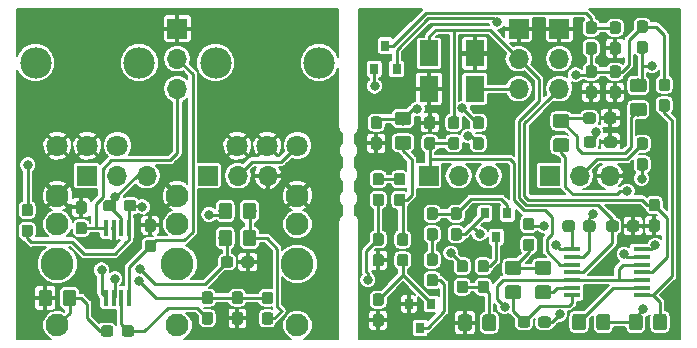
<source format=gbr>
G04 #@! TF.GenerationSoftware,KiCad,Pcbnew,(5.0.1)-4*
G04 #@! TF.CreationDate,2019-01-10T09:37:53+01:00*
G04 #@! TF.ProjectId,1U Rim,31552052696D2E6B696361645F706362,rev?*
G04 #@! TF.SameCoordinates,Original*
G04 #@! TF.FileFunction,Copper,L1,Top,Signal*
G04 #@! TF.FilePolarity,Positive*
%FSLAX46Y46*%
G04 Gerber Fmt 4.6, Leading zero omitted, Abs format (unit mm)*
G04 Created by KiCad (PCBNEW (5.0.1)-4) date 01/10/19 09:37:53*
%MOMM*%
%LPD*%
G01*
G04 APERTURE LIST*
G04 #@! TA.AperFunction,Conductor*
%ADD10C,0.100000*%
G04 #@! TD*
G04 #@! TA.AperFunction,SMDPad,CuDef*
%ADD11C,1.150000*%
G04 #@! TD*
G04 #@! TA.AperFunction,SMDPad,CuDef*
%ADD12C,0.950000*%
G04 #@! TD*
G04 #@! TA.AperFunction,SMDPad,CuDef*
%ADD13R,1.600000X2.200000*%
G04 #@! TD*
G04 #@! TA.AperFunction,ComponentPad*
%ADD14C,1.930400*%
G04 #@! TD*
G04 #@! TA.AperFunction,WasherPad*
%ADD15C,2.800000*%
G04 #@! TD*
G04 #@! TA.AperFunction,ComponentPad*
%ADD16R,1.700000X1.700000*%
G04 #@! TD*
G04 #@! TA.AperFunction,ComponentPad*
%ADD17O,1.700000X1.700000*%
G04 #@! TD*
G04 #@! TA.AperFunction,SMDPad,CuDef*
%ADD18R,0.800000X0.900000*%
G04 #@! TD*
G04 #@! TA.AperFunction,SMDPad,CuDef*
%ADD19R,1.450000X0.450000*%
G04 #@! TD*
G04 #@! TA.AperFunction,SMDPad,CuDef*
%ADD20R,0.450000X1.450000*%
G04 #@! TD*
G04 #@! TA.AperFunction,ComponentPad*
%ADD21C,2.667000*%
G04 #@! TD*
G04 #@! TA.AperFunction,ComponentPad*
%ADD22C,1.803400*%
G04 #@! TD*
G04 #@! TA.AperFunction,ViaPad*
%ADD23C,0.800000*%
G04 #@! TD*
G04 #@! TA.AperFunction,Conductor*
%ADD24C,0.250000*%
G04 #@! TD*
G04 #@! TA.AperFunction,Conductor*
%ADD25C,0.127000*%
G04 #@! TD*
G04 APERTURE END LIST*
D10*
G04 #@! TO.N,Net-(C1-Pad2)*
G04 #@! TO.C,C1*
G36*
X53635105Y-30713204D02*
X53659373Y-30716804D01*
X53683172Y-30722765D01*
X53706271Y-30731030D01*
X53728450Y-30741520D01*
X53749493Y-30754132D01*
X53769199Y-30768747D01*
X53787377Y-30785223D01*
X53803853Y-30803401D01*
X53818468Y-30823107D01*
X53831080Y-30844150D01*
X53841570Y-30866329D01*
X53849835Y-30889428D01*
X53855796Y-30913227D01*
X53859396Y-30937495D01*
X53860600Y-30961999D01*
X53860600Y-31612001D01*
X53859396Y-31636505D01*
X53855796Y-31660773D01*
X53849835Y-31684572D01*
X53841570Y-31707671D01*
X53831080Y-31729850D01*
X53818468Y-31750893D01*
X53803853Y-31770599D01*
X53787377Y-31788777D01*
X53769199Y-31805253D01*
X53749493Y-31819868D01*
X53728450Y-31832480D01*
X53706271Y-31842970D01*
X53683172Y-31851235D01*
X53659373Y-31857196D01*
X53635105Y-31860796D01*
X53610601Y-31862000D01*
X52710599Y-31862000D01*
X52686095Y-31860796D01*
X52661827Y-31857196D01*
X52638028Y-31851235D01*
X52614929Y-31842970D01*
X52592750Y-31832480D01*
X52571707Y-31819868D01*
X52552001Y-31805253D01*
X52533823Y-31788777D01*
X52517347Y-31770599D01*
X52502732Y-31750893D01*
X52490120Y-31729850D01*
X52479630Y-31707671D01*
X52471365Y-31684572D01*
X52465404Y-31660773D01*
X52461804Y-31636505D01*
X52460600Y-31612001D01*
X52460600Y-30961999D01*
X52461804Y-30937495D01*
X52465404Y-30913227D01*
X52471365Y-30889428D01*
X52479630Y-30866329D01*
X52490120Y-30844150D01*
X52502732Y-30823107D01*
X52517347Y-30803401D01*
X52533823Y-30785223D01*
X52552001Y-30768747D01*
X52571707Y-30754132D01*
X52592750Y-30741520D01*
X52614929Y-30731030D01*
X52638028Y-30722765D01*
X52661827Y-30716804D01*
X52686095Y-30713204D01*
X52710599Y-30712000D01*
X53610601Y-30712000D01*
X53635105Y-30713204D01*
X53635105Y-30713204D01*
G37*
D11*
G04 #@! TD*
G04 #@! TO.P,C1,2*
G04 #@! TO.N,Net-(C1-Pad2)*
X53160600Y-31287000D03*
D10*
G04 #@! TO.N,Net-(C1-Pad1)*
G04 #@! TO.C,C1*
G36*
X53635105Y-32763204D02*
X53659373Y-32766804D01*
X53683172Y-32772765D01*
X53706271Y-32781030D01*
X53728450Y-32791520D01*
X53749493Y-32804132D01*
X53769199Y-32818747D01*
X53787377Y-32835223D01*
X53803853Y-32853401D01*
X53818468Y-32873107D01*
X53831080Y-32894150D01*
X53841570Y-32916329D01*
X53849835Y-32939428D01*
X53855796Y-32963227D01*
X53859396Y-32987495D01*
X53860600Y-33011999D01*
X53860600Y-33662001D01*
X53859396Y-33686505D01*
X53855796Y-33710773D01*
X53849835Y-33734572D01*
X53841570Y-33757671D01*
X53831080Y-33779850D01*
X53818468Y-33800893D01*
X53803853Y-33820599D01*
X53787377Y-33838777D01*
X53769199Y-33855253D01*
X53749493Y-33869868D01*
X53728450Y-33882480D01*
X53706271Y-33892970D01*
X53683172Y-33901235D01*
X53659373Y-33907196D01*
X53635105Y-33910796D01*
X53610601Y-33912000D01*
X52710599Y-33912000D01*
X52686095Y-33910796D01*
X52661827Y-33907196D01*
X52638028Y-33901235D01*
X52614929Y-33892970D01*
X52592750Y-33882480D01*
X52571707Y-33869868D01*
X52552001Y-33855253D01*
X52533823Y-33838777D01*
X52517347Y-33820599D01*
X52502732Y-33800893D01*
X52490120Y-33779850D01*
X52479630Y-33757671D01*
X52471365Y-33734572D01*
X52465404Y-33710773D01*
X52461804Y-33686505D01*
X52460600Y-33662001D01*
X52460600Y-33011999D01*
X52461804Y-32987495D01*
X52465404Y-32963227D01*
X52471365Y-32939428D01*
X52479630Y-32916329D01*
X52490120Y-32894150D01*
X52502732Y-32873107D01*
X52517347Y-32853401D01*
X52533823Y-32835223D01*
X52552001Y-32818747D01*
X52571707Y-32804132D01*
X52592750Y-32791520D01*
X52614929Y-32781030D01*
X52638028Y-32772765D01*
X52661827Y-32766804D01*
X52686095Y-32763204D01*
X52710599Y-32762000D01*
X53610601Y-32762000D01*
X53635105Y-32763204D01*
X53635105Y-32763204D01*
G37*
D11*
G04 #@! TD*
G04 #@! TO.P,C1,1*
G04 #@! TO.N,Net-(C1-Pad1)*
X53160600Y-33337000D03*
D10*
G04 #@! TO.N,Acc*
G04 #@! TO.C,C2*
G36*
X55680379Y-32863144D02*
X55703434Y-32866563D01*
X55726043Y-32872227D01*
X55747987Y-32880079D01*
X55769057Y-32890044D01*
X55789048Y-32902026D01*
X55807768Y-32915910D01*
X55825038Y-32931562D01*
X55840690Y-32948832D01*
X55854574Y-32967552D01*
X55866556Y-32987543D01*
X55876521Y-33008613D01*
X55884373Y-33030557D01*
X55890037Y-33053166D01*
X55893456Y-33076221D01*
X55894600Y-33099500D01*
X55894600Y-33674500D01*
X55893456Y-33697779D01*
X55890037Y-33720834D01*
X55884373Y-33743443D01*
X55876521Y-33765387D01*
X55866556Y-33786457D01*
X55854574Y-33806448D01*
X55840690Y-33825168D01*
X55825038Y-33842438D01*
X55807768Y-33858090D01*
X55789048Y-33871974D01*
X55769057Y-33883956D01*
X55747987Y-33893921D01*
X55726043Y-33901773D01*
X55703434Y-33907437D01*
X55680379Y-33910856D01*
X55657100Y-33912000D01*
X55182100Y-33912000D01*
X55158821Y-33910856D01*
X55135766Y-33907437D01*
X55113157Y-33901773D01*
X55091213Y-33893921D01*
X55070143Y-33883956D01*
X55050152Y-33871974D01*
X55031432Y-33858090D01*
X55014162Y-33842438D01*
X54998510Y-33825168D01*
X54984626Y-33806448D01*
X54972644Y-33786457D01*
X54962679Y-33765387D01*
X54954827Y-33743443D01*
X54949163Y-33720834D01*
X54945744Y-33697779D01*
X54944600Y-33674500D01*
X54944600Y-33099500D01*
X54945744Y-33076221D01*
X54949163Y-33053166D01*
X54954827Y-33030557D01*
X54962679Y-33008613D01*
X54972644Y-32987543D01*
X54984626Y-32967552D01*
X54998510Y-32948832D01*
X55014162Y-32931562D01*
X55031432Y-32915910D01*
X55050152Y-32902026D01*
X55070143Y-32890044D01*
X55091213Y-32880079D01*
X55113157Y-32872227D01*
X55135766Y-32866563D01*
X55158821Y-32863144D01*
X55182100Y-32862000D01*
X55657100Y-32862000D01*
X55680379Y-32863144D01*
X55680379Y-32863144D01*
G37*
D12*
G04 #@! TD*
G04 #@! TO.P,C2,1*
G04 #@! TO.N,Acc*
X55419600Y-33387000D03*
D10*
G04 #@! TO.N,GND*
G04 #@! TO.C,C2*
G36*
X55680379Y-31113144D02*
X55703434Y-31116563D01*
X55726043Y-31122227D01*
X55747987Y-31130079D01*
X55769057Y-31140044D01*
X55789048Y-31152026D01*
X55807768Y-31165910D01*
X55825038Y-31181562D01*
X55840690Y-31198832D01*
X55854574Y-31217552D01*
X55866556Y-31237543D01*
X55876521Y-31258613D01*
X55884373Y-31280557D01*
X55890037Y-31303166D01*
X55893456Y-31326221D01*
X55894600Y-31349500D01*
X55894600Y-31924500D01*
X55893456Y-31947779D01*
X55890037Y-31970834D01*
X55884373Y-31993443D01*
X55876521Y-32015387D01*
X55866556Y-32036457D01*
X55854574Y-32056448D01*
X55840690Y-32075168D01*
X55825038Y-32092438D01*
X55807768Y-32108090D01*
X55789048Y-32121974D01*
X55769057Y-32133956D01*
X55747987Y-32143921D01*
X55726043Y-32151773D01*
X55703434Y-32157437D01*
X55680379Y-32160856D01*
X55657100Y-32162000D01*
X55182100Y-32162000D01*
X55158821Y-32160856D01*
X55135766Y-32157437D01*
X55113157Y-32151773D01*
X55091213Y-32143921D01*
X55070143Y-32133956D01*
X55050152Y-32121974D01*
X55031432Y-32108090D01*
X55014162Y-32092438D01*
X54998510Y-32075168D01*
X54984626Y-32056448D01*
X54972644Y-32036457D01*
X54962679Y-32015387D01*
X54954827Y-31993443D01*
X54949163Y-31970834D01*
X54945744Y-31947779D01*
X54944600Y-31924500D01*
X54944600Y-31349500D01*
X54945744Y-31326221D01*
X54949163Y-31303166D01*
X54954827Y-31280557D01*
X54962679Y-31258613D01*
X54972644Y-31237543D01*
X54984626Y-31217552D01*
X54998510Y-31198832D01*
X55014162Y-31181562D01*
X55031432Y-31165910D01*
X55050152Y-31152026D01*
X55070143Y-31140044D01*
X55091213Y-31130079D01*
X55113157Y-31122227D01*
X55135766Y-31116563D01*
X55158821Y-31113144D01*
X55182100Y-31112000D01*
X55657100Y-31112000D01*
X55680379Y-31113144D01*
X55680379Y-31113144D01*
G37*
D12*
G04 #@! TD*
G04 #@! TO.P,C2,2*
G04 #@! TO.N,GND*
X55419600Y-31637000D03*
D10*
G04 #@! TO.N,Net-(C3-Pad1)*
G04 #@! TO.C,C3*
G36*
X60810505Y-47874204D02*
X60834773Y-47877804D01*
X60858572Y-47883765D01*
X60881671Y-47892030D01*
X60903850Y-47902520D01*
X60924893Y-47915132D01*
X60944599Y-47929747D01*
X60962777Y-47946223D01*
X60979253Y-47964401D01*
X60993868Y-47984107D01*
X61006480Y-48005150D01*
X61016970Y-48027329D01*
X61025235Y-48050428D01*
X61031196Y-48074227D01*
X61034796Y-48098495D01*
X61036000Y-48122999D01*
X61036000Y-49023001D01*
X61034796Y-49047505D01*
X61031196Y-49071773D01*
X61025235Y-49095572D01*
X61016970Y-49118671D01*
X61006480Y-49140850D01*
X60993868Y-49161893D01*
X60979253Y-49181599D01*
X60962777Y-49199777D01*
X60944599Y-49216253D01*
X60924893Y-49230868D01*
X60903850Y-49243480D01*
X60881671Y-49253970D01*
X60858572Y-49262235D01*
X60834773Y-49268196D01*
X60810505Y-49271796D01*
X60786001Y-49273000D01*
X60135999Y-49273000D01*
X60111495Y-49271796D01*
X60087227Y-49268196D01*
X60063428Y-49262235D01*
X60040329Y-49253970D01*
X60018150Y-49243480D01*
X59997107Y-49230868D01*
X59977401Y-49216253D01*
X59959223Y-49199777D01*
X59942747Y-49181599D01*
X59928132Y-49161893D01*
X59915520Y-49140850D01*
X59905030Y-49118671D01*
X59896765Y-49095572D01*
X59890804Y-49071773D01*
X59887204Y-49047505D01*
X59886000Y-49023001D01*
X59886000Y-48122999D01*
X59887204Y-48098495D01*
X59890804Y-48074227D01*
X59896765Y-48050428D01*
X59905030Y-48027329D01*
X59915520Y-48005150D01*
X59928132Y-47984107D01*
X59942747Y-47964401D01*
X59959223Y-47946223D01*
X59977401Y-47929747D01*
X59997107Y-47915132D01*
X60018150Y-47902520D01*
X60040329Y-47892030D01*
X60063428Y-47883765D01*
X60087227Y-47877804D01*
X60111495Y-47874204D01*
X60135999Y-47873000D01*
X60786001Y-47873000D01*
X60810505Y-47874204D01*
X60810505Y-47874204D01*
G37*
D11*
G04 #@! TD*
G04 #@! TO.P,C3,1*
G04 #@! TO.N,Net-(C3-Pad1)*
X60461000Y-48573000D03*
D10*
G04 #@! TO.N,GND*
G04 #@! TO.C,C3*
G36*
X58760505Y-47874204D02*
X58784773Y-47877804D01*
X58808572Y-47883765D01*
X58831671Y-47892030D01*
X58853850Y-47902520D01*
X58874893Y-47915132D01*
X58894599Y-47929747D01*
X58912777Y-47946223D01*
X58929253Y-47964401D01*
X58943868Y-47984107D01*
X58956480Y-48005150D01*
X58966970Y-48027329D01*
X58975235Y-48050428D01*
X58981196Y-48074227D01*
X58984796Y-48098495D01*
X58986000Y-48122999D01*
X58986000Y-49023001D01*
X58984796Y-49047505D01*
X58981196Y-49071773D01*
X58975235Y-49095572D01*
X58966970Y-49118671D01*
X58956480Y-49140850D01*
X58943868Y-49161893D01*
X58929253Y-49181599D01*
X58912777Y-49199777D01*
X58894599Y-49216253D01*
X58874893Y-49230868D01*
X58853850Y-49243480D01*
X58831671Y-49253970D01*
X58808572Y-49262235D01*
X58784773Y-49268196D01*
X58760505Y-49271796D01*
X58736001Y-49273000D01*
X58085999Y-49273000D01*
X58061495Y-49271796D01*
X58037227Y-49268196D01*
X58013428Y-49262235D01*
X57990329Y-49253970D01*
X57968150Y-49243480D01*
X57947107Y-49230868D01*
X57927401Y-49216253D01*
X57909223Y-49199777D01*
X57892747Y-49181599D01*
X57878132Y-49161893D01*
X57865520Y-49140850D01*
X57855030Y-49118671D01*
X57846765Y-49095572D01*
X57840804Y-49071773D01*
X57837204Y-49047505D01*
X57836000Y-49023001D01*
X57836000Y-48122999D01*
X57837204Y-48098495D01*
X57840804Y-48074227D01*
X57846765Y-48050428D01*
X57855030Y-48027329D01*
X57865520Y-48005150D01*
X57878132Y-47984107D01*
X57892747Y-47964401D01*
X57909223Y-47946223D01*
X57927401Y-47929747D01*
X57947107Y-47915132D01*
X57968150Y-47902520D01*
X57990329Y-47892030D01*
X58013428Y-47883765D01*
X58037227Y-47877804D01*
X58061495Y-47874204D01*
X58085999Y-47873000D01*
X58736001Y-47873000D01*
X58760505Y-47874204D01*
X58760505Y-47874204D01*
G37*
D11*
G04 #@! TD*
G04 #@! TO.P,C3,2*
G04 #@! TO.N,GND*
X58411000Y-48573000D03*
D10*
G04 #@! TO.N,Net-(C4-Pad2)*
G04 #@! TO.C,C4*
G36*
X65498505Y-45409204D02*
X65522773Y-45412804D01*
X65546572Y-45418765D01*
X65569671Y-45427030D01*
X65591850Y-45437520D01*
X65612893Y-45450132D01*
X65632599Y-45464747D01*
X65650777Y-45481223D01*
X65667253Y-45499401D01*
X65681868Y-45519107D01*
X65694480Y-45540150D01*
X65704970Y-45562329D01*
X65713235Y-45585428D01*
X65719196Y-45609227D01*
X65722796Y-45633495D01*
X65724000Y-45657999D01*
X65724000Y-46308001D01*
X65722796Y-46332505D01*
X65719196Y-46356773D01*
X65713235Y-46380572D01*
X65704970Y-46403671D01*
X65694480Y-46425850D01*
X65681868Y-46446893D01*
X65667253Y-46466599D01*
X65650777Y-46484777D01*
X65632599Y-46501253D01*
X65612893Y-46515868D01*
X65591850Y-46528480D01*
X65569671Y-46538970D01*
X65546572Y-46547235D01*
X65522773Y-46553196D01*
X65498505Y-46556796D01*
X65474001Y-46558000D01*
X64573999Y-46558000D01*
X64549495Y-46556796D01*
X64525227Y-46553196D01*
X64501428Y-46547235D01*
X64478329Y-46538970D01*
X64456150Y-46528480D01*
X64435107Y-46515868D01*
X64415401Y-46501253D01*
X64397223Y-46484777D01*
X64380747Y-46466599D01*
X64366132Y-46446893D01*
X64353520Y-46425850D01*
X64343030Y-46403671D01*
X64334765Y-46380572D01*
X64328804Y-46356773D01*
X64325204Y-46332505D01*
X64324000Y-46308001D01*
X64324000Y-45657999D01*
X64325204Y-45633495D01*
X64328804Y-45609227D01*
X64334765Y-45585428D01*
X64343030Y-45562329D01*
X64353520Y-45540150D01*
X64366132Y-45519107D01*
X64380747Y-45499401D01*
X64397223Y-45481223D01*
X64415401Y-45464747D01*
X64435107Y-45450132D01*
X64456150Y-45437520D01*
X64478329Y-45427030D01*
X64501428Y-45418765D01*
X64525227Y-45412804D01*
X64549495Y-45409204D01*
X64573999Y-45408000D01*
X65474001Y-45408000D01*
X65498505Y-45409204D01*
X65498505Y-45409204D01*
G37*
D11*
G04 #@! TD*
G04 #@! TO.P,C4,2*
G04 #@! TO.N,Net-(C4-Pad2)*
X65024000Y-45983000D03*
D10*
G04 #@! TO.N,Net-(C4-Pad1)*
G04 #@! TO.C,C4*
G36*
X65498505Y-43359204D02*
X65522773Y-43362804D01*
X65546572Y-43368765D01*
X65569671Y-43377030D01*
X65591850Y-43387520D01*
X65612893Y-43400132D01*
X65632599Y-43414747D01*
X65650777Y-43431223D01*
X65667253Y-43449401D01*
X65681868Y-43469107D01*
X65694480Y-43490150D01*
X65704970Y-43512329D01*
X65713235Y-43535428D01*
X65719196Y-43559227D01*
X65722796Y-43583495D01*
X65724000Y-43607999D01*
X65724000Y-44258001D01*
X65722796Y-44282505D01*
X65719196Y-44306773D01*
X65713235Y-44330572D01*
X65704970Y-44353671D01*
X65694480Y-44375850D01*
X65681868Y-44396893D01*
X65667253Y-44416599D01*
X65650777Y-44434777D01*
X65632599Y-44451253D01*
X65612893Y-44465868D01*
X65591850Y-44478480D01*
X65569671Y-44488970D01*
X65546572Y-44497235D01*
X65522773Y-44503196D01*
X65498505Y-44506796D01*
X65474001Y-44508000D01*
X64573999Y-44508000D01*
X64549495Y-44506796D01*
X64525227Y-44503196D01*
X64501428Y-44497235D01*
X64478329Y-44488970D01*
X64456150Y-44478480D01*
X64435107Y-44465868D01*
X64415401Y-44451253D01*
X64397223Y-44434777D01*
X64380747Y-44416599D01*
X64366132Y-44396893D01*
X64353520Y-44375850D01*
X64343030Y-44353671D01*
X64334765Y-44330572D01*
X64328804Y-44306773D01*
X64325204Y-44282505D01*
X64324000Y-44258001D01*
X64324000Y-43607999D01*
X64325204Y-43583495D01*
X64328804Y-43559227D01*
X64334765Y-43535428D01*
X64343030Y-43512329D01*
X64353520Y-43490150D01*
X64366132Y-43469107D01*
X64380747Y-43449401D01*
X64397223Y-43431223D01*
X64415401Y-43414747D01*
X64435107Y-43400132D01*
X64456150Y-43387520D01*
X64478329Y-43377030D01*
X64501428Y-43368765D01*
X64525227Y-43362804D01*
X64549495Y-43359204D01*
X64573999Y-43358000D01*
X65474001Y-43358000D01*
X65498505Y-43359204D01*
X65498505Y-43359204D01*
G37*
D11*
G04 #@! TD*
G04 #@! TO.P,C4,1*
G04 #@! TO.N,Net-(C4-Pad1)*
X65024000Y-43933000D03*
D10*
G04 #@! TO.N,Net-(C5-Pad2)*
G04 #@! TO.C,C5*
G36*
X68412505Y-47815204D02*
X68436773Y-47818804D01*
X68460572Y-47824765D01*
X68483671Y-47833030D01*
X68505850Y-47843520D01*
X68526893Y-47856132D01*
X68546599Y-47870747D01*
X68564777Y-47887223D01*
X68581253Y-47905401D01*
X68595868Y-47925107D01*
X68608480Y-47946150D01*
X68618970Y-47968329D01*
X68627235Y-47991428D01*
X68633196Y-48015227D01*
X68636796Y-48039495D01*
X68638000Y-48063999D01*
X68638000Y-48964001D01*
X68636796Y-48988505D01*
X68633196Y-49012773D01*
X68627235Y-49036572D01*
X68618970Y-49059671D01*
X68608480Y-49081850D01*
X68595868Y-49102893D01*
X68581253Y-49122599D01*
X68564777Y-49140777D01*
X68546599Y-49157253D01*
X68526893Y-49171868D01*
X68505850Y-49184480D01*
X68483671Y-49194970D01*
X68460572Y-49203235D01*
X68436773Y-49209196D01*
X68412505Y-49212796D01*
X68388001Y-49214000D01*
X67737999Y-49214000D01*
X67713495Y-49212796D01*
X67689227Y-49209196D01*
X67665428Y-49203235D01*
X67642329Y-49194970D01*
X67620150Y-49184480D01*
X67599107Y-49171868D01*
X67579401Y-49157253D01*
X67561223Y-49140777D01*
X67544747Y-49122599D01*
X67530132Y-49102893D01*
X67517520Y-49081850D01*
X67507030Y-49059671D01*
X67498765Y-49036572D01*
X67492804Y-49012773D01*
X67489204Y-48988505D01*
X67488000Y-48964001D01*
X67488000Y-48063999D01*
X67489204Y-48039495D01*
X67492804Y-48015227D01*
X67498765Y-47991428D01*
X67507030Y-47968329D01*
X67517520Y-47946150D01*
X67530132Y-47925107D01*
X67544747Y-47905401D01*
X67561223Y-47887223D01*
X67579401Y-47870747D01*
X67599107Y-47856132D01*
X67620150Y-47843520D01*
X67642329Y-47833030D01*
X67665428Y-47824765D01*
X67689227Y-47818804D01*
X67713495Y-47815204D01*
X67737999Y-47814000D01*
X68388001Y-47814000D01*
X68412505Y-47815204D01*
X68412505Y-47815204D01*
G37*
D11*
G04 #@! TD*
G04 #@! TO.P,C5,2*
G04 #@! TO.N,Net-(C5-Pad2)*
X68063000Y-48514000D03*
D10*
G04 #@! TO.N,Net-(C5-Pad1)*
G04 #@! TO.C,C5*
G36*
X70462505Y-47815204D02*
X70486773Y-47818804D01*
X70510572Y-47824765D01*
X70533671Y-47833030D01*
X70555850Y-47843520D01*
X70576893Y-47856132D01*
X70596599Y-47870747D01*
X70614777Y-47887223D01*
X70631253Y-47905401D01*
X70645868Y-47925107D01*
X70658480Y-47946150D01*
X70668970Y-47968329D01*
X70677235Y-47991428D01*
X70683196Y-48015227D01*
X70686796Y-48039495D01*
X70688000Y-48063999D01*
X70688000Y-48964001D01*
X70686796Y-48988505D01*
X70683196Y-49012773D01*
X70677235Y-49036572D01*
X70668970Y-49059671D01*
X70658480Y-49081850D01*
X70645868Y-49102893D01*
X70631253Y-49122599D01*
X70614777Y-49140777D01*
X70596599Y-49157253D01*
X70576893Y-49171868D01*
X70555850Y-49184480D01*
X70533671Y-49194970D01*
X70510572Y-49203235D01*
X70486773Y-49209196D01*
X70462505Y-49212796D01*
X70438001Y-49214000D01*
X69787999Y-49214000D01*
X69763495Y-49212796D01*
X69739227Y-49209196D01*
X69715428Y-49203235D01*
X69692329Y-49194970D01*
X69670150Y-49184480D01*
X69649107Y-49171868D01*
X69629401Y-49157253D01*
X69611223Y-49140777D01*
X69594747Y-49122599D01*
X69580132Y-49102893D01*
X69567520Y-49081850D01*
X69557030Y-49059671D01*
X69548765Y-49036572D01*
X69542804Y-49012773D01*
X69539204Y-48988505D01*
X69538000Y-48964001D01*
X69538000Y-48063999D01*
X69539204Y-48039495D01*
X69542804Y-48015227D01*
X69548765Y-47991428D01*
X69557030Y-47968329D01*
X69567520Y-47946150D01*
X69580132Y-47925107D01*
X69594747Y-47905401D01*
X69611223Y-47887223D01*
X69629401Y-47870747D01*
X69649107Y-47856132D01*
X69670150Y-47843520D01*
X69692329Y-47833030D01*
X69715428Y-47824765D01*
X69739227Y-47818804D01*
X69763495Y-47815204D01*
X69787999Y-47814000D01*
X70438001Y-47814000D01*
X70462505Y-47815204D01*
X70462505Y-47815204D01*
G37*
D11*
G04 #@! TD*
G04 #@! TO.P,C5,1*
G04 #@! TO.N,Net-(C5-Pad1)*
X70113000Y-48514000D03*
D10*
G04 #@! TO.N,Net-(C6-Pad2)*
G04 #@! TO.C,C6*
G36*
X67022505Y-32963204D02*
X67046773Y-32966804D01*
X67070572Y-32972765D01*
X67093671Y-32981030D01*
X67115850Y-32991520D01*
X67136893Y-33004132D01*
X67156599Y-33018747D01*
X67174777Y-33035223D01*
X67191253Y-33053401D01*
X67205868Y-33073107D01*
X67218480Y-33094150D01*
X67228970Y-33116329D01*
X67237235Y-33139428D01*
X67243196Y-33163227D01*
X67246796Y-33187495D01*
X67248000Y-33211999D01*
X67248000Y-33862001D01*
X67246796Y-33886505D01*
X67243196Y-33910773D01*
X67237235Y-33934572D01*
X67228970Y-33957671D01*
X67218480Y-33979850D01*
X67205868Y-34000893D01*
X67191253Y-34020599D01*
X67174777Y-34038777D01*
X67156599Y-34055253D01*
X67136893Y-34069868D01*
X67115850Y-34082480D01*
X67093671Y-34092970D01*
X67070572Y-34101235D01*
X67046773Y-34107196D01*
X67022505Y-34110796D01*
X66998001Y-34112000D01*
X66097999Y-34112000D01*
X66073495Y-34110796D01*
X66049227Y-34107196D01*
X66025428Y-34101235D01*
X66002329Y-34092970D01*
X65980150Y-34082480D01*
X65959107Y-34069868D01*
X65939401Y-34055253D01*
X65921223Y-34038777D01*
X65904747Y-34020599D01*
X65890132Y-34000893D01*
X65877520Y-33979850D01*
X65867030Y-33957671D01*
X65858765Y-33934572D01*
X65852804Y-33910773D01*
X65849204Y-33886505D01*
X65848000Y-33862001D01*
X65848000Y-33211999D01*
X65849204Y-33187495D01*
X65852804Y-33163227D01*
X65858765Y-33139428D01*
X65867030Y-33116329D01*
X65877520Y-33094150D01*
X65890132Y-33073107D01*
X65904747Y-33053401D01*
X65921223Y-33035223D01*
X65939401Y-33018747D01*
X65959107Y-33004132D01*
X65980150Y-32991520D01*
X66002329Y-32981030D01*
X66025428Y-32972765D01*
X66049227Y-32966804D01*
X66073495Y-32963204D01*
X66097999Y-32962000D01*
X66998001Y-32962000D01*
X67022505Y-32963204D01*
X67022505Y-32963204D01*
G37*
D11*
G04 #@! TD*
G04 #@! TO.P,C6,2*
G04 #@! TO.N,Net-(C6-Pad2)*
X66548000Y-33537000D03*
D10*
G04 #@! TO.N,Net-(C6-Pad1)*
G04 #@! TO.C,C6*
G36*
X67022505Y-30913204D02*
X67046773Y-30916804D01*
X67070572Y-30922765D01*
X67093671Y-30931030D01*
X67115850Y-30941520D01*
X67136893Y-30954132D01*
X67156599Y-30968747D01*
X67174777Y-30985223D01*
X67191253Y-31003401D01*
X67205868Y-31023107D01*
X67218480Y-31044150D01*
X67228970Y-31066329D01*
X67237235Y-31089428D01*
X67243196Y-31113227D01*
X67246796Y-31137495D01*
X67248000Y-31161999D01*
X67248000Y-31812001D01*
X67246796Y-31836505D01*
X67243196Y-31860773D01*
X67237235Y-31884572D01*
X67228970Y-31907671D01*
X67218480Y-31929850D01*
X67205868Y-31950893D01*
X67191253Y-31970599D01*
X67174777Y-31988777D01*
X67156599Y-32005253D01*
X67136893Y-32019868D01*
X67115850Y-32032480D01*
X67093671Y-32042970D01*
X67070572Y-32051235D01*
X67046773Y-32057196D01*
X67022505Y-32060796D01*
X66998001Y-32062000D01*
X66097999Y-32062000D01*
X66073495Y-32060796D01*
X66049227Y-32057196D01*
X66025428Y-32051235D01*
X66002329Y-32042970D01*
X65980150Y-32032480D01*
X65959107Y-32019868D01*
X65939401Y-32005253D01*
X65921223Y-31988777D01*
X65904747Y-31970599D01*
X65890132Y-31950893D01*
X65877520Y-31929850D01*
X65867030Y-31907671D01*
X65858765Y-31884572D01*
X65852804Y-31860773D01*
X65849204Y-31836505D01*
X65848000Y-31812001D01*
X65848000Y-31161999D01*
X65849204Y-31137495D01*
X65852804Y-31113227D01*
X65858765Y-31089428D01*
X65867030Y-31066329D01*
X65877520Y-31044150D01*
X65890132Y-31023107D01*
X65904747Y-31003401D01*
X65921223Y-30985223D01*
X65939401Y-30968747D01*
X65959107Y-30954132D01*
X65980150Y-30941520D01*
X66002329Y-30931030D01*
X66025428Y-30922765D01*
X66049227Y-30916804D01*
X66073495Y-30913204D01*
X66097999Y-30912000D01*
X66998001Y-30912000D01*
X67022505Y-30913204D01*
X67022505Y-30913204D01*
G37*
D11*
G04 #@! TD*
G04 #@! TO.P,C6,1*
G04 #@! TO.N,Net-(C6-Pad1)*
X66548000Y-31487000D03*
D10*
G04 #@! TO.N,Net-(C7-Pad1)*
G04 #@! TO.C,C7*
G36*
X62958505Y-45409204D02*
X62982773Y-45412804D01*
X63006572Y-45418765D01*
X63029671Y-45427030D01*
X63051850Y-45437520D01*
X63072893Y-45450132D01*
X63092599Y-45464747D01*
X63110777Y-45481223D01*
X63127253Y-45499401D01*
X63141868Y-45519107D01*
X63154480Y-45540150D01*
X63164970Y-45562329D01*
X63173235Y-45585428D01*
X63179196Y-45609227D01*
X63182796Y-45633495D01*
X63184000Y-45657999D01*
X63184000Y-46308001D01*
X63182796Y-46332505D01*
X63179196Y-46356773D01*
X63173235Y-46380572D01*
X63164970Y-46403671D01*
X63154480Y-46425850D01*
X63141868Y-46446893D01*
X63127253Y-46466599D01*
X63110777Y-46484777D01*
X63092599Y-46501253D01*
X63072893Y-46515868D01*
X63051850Y-46528480D01*
X63029671Y-46538970D01*
X63006572Y-46547235D01*
X62982773Y-46553196D01*
X62958505Y-46556796D01*
X62934001Y-46558000D01*
X62033999Y-46558000D01*
X62009495Y-46556796D01*
X61985227Y-46553196D01*
X61961428Y-46547235D01*
X61938329Y-46538970D01*
X61916150Y-46528480D01*
X61895107Y-46515868D01*
X61875401Y-46501253D01*
X61857223Y-46484777D01*
X61840747Y-46466599D01*
X61826132Y-46446893D01*
X61813520Y-46425850D01*
X61803030Y-46403671D01*
X61794765Y-46380572D01*
X61788804Y-46356773D01*
X61785204Y-46332505D01*
X61784000Y-46308001D01*
X61784000Y-45657999D01*
X61785204Y-45633495D01*
X61788804Y-45609227D01*
X61794765Y-45585428D01*
X61803030Y-45562329D01*
X61813520Y-45540150D01*
X61826132Y-45519107D01*
X61840747Y-45499401D01*
X61857223Y-45481223D01*
X61875401Y-45464747D01*
X61895107Y-45450132D01*
X61916150Y-45437520D01*
X61938329Y-45427030D01*
X61961428Y-45418765D01*
X61985227Y-45412804D01*
X62009495Y-45409204D01*
X62033999Y-45408000D01*
X62934001Y-45408000D01*
X62958505Y-45409204D01*
X62958505Y-45409204D01*
G37*
D11*
G04 #@! TD*
G04 #@! TO.P,C7,1*
G04 #@! TO.N,Net-(C7-Pad1)*
X62484000Y-45983000D03*
D10*
G04 #@! TO.N,Net-(C4-Pad1)*
G04 #@! TO.C,C7*
G36*
X62958505Y-43359204D02*
X62982773Y-43362804D01*
X63006572Y-43368765D01*
X63029671Y-43377030D01*
X63051850Y-43387520D01*
X63072893Y-43400132D01*
X63092599Y-43414747D01*
X63110777Y-43431223D01*
X63127253Y-43449401D01*
X63141868Y-43469107D01*
X63154480Y-43490150D01*
X63164970Y-43512329D01*
X63173235Y-43535428D01*
X63179196Y-43559227D01*
X63182796Y-43583495D01*
X63184000Y-43607999D01*
X63184000Y-44258001D01*
X63182796Y-44282505D01*
X63179196Y-44306773D01*
X63173235Y-44330572D01*
X63164970Y-44353671D01*
X63154480Y-44375850D01*
X63141868Y-44396893D01*
X63127253Y-44416599D01*
X63110777Y-44434777D01*
X63092599Y-44451253D01*
X63072893Y-44465868D01*
X63051850Y-44478480D01*
X63029671Y-44488970D01*
X63006572Y-44497235D01*
X62982773Y-44503196D01*
X62958505Y-44506796D01*
X62934001Y-44508000D01*
X62033999Y-44508000D01*
X62009495Y-44506796D01*
X61985227Y-44503196D01*
X61961428Y-44497235D01*
X61938329Y-44488970D01*
X61916150Y-44478480D01*
X61895107Y-44465868D01*
X61875401Y-44451253D01*
X61857223Y-44434777D01*
X61840747Y-44416599D01*
X61826132Y-44396893D01*
X61813520Y-44375850D01*
X61803030Y-44353671D01*
X61794765Y-44330572D01*
X61788804Y-44306773D01*
X61785204Y-44282505D01*
X61784000Y-44258001D01*
X61784000Y-43607999D01*
X61785204Y-43583495D01*
X61788804Y-43559227D01*
X61794765Y-43535428D01*
X61803030Y-43512329D01*
X61813520Y-43490150D01*
X61826132Y-43469107D01*
X61840747Y-43449401D01*
X61857223Y-43431223D01*
X61875401Y-43414747D01*
X61895107Y-43400132D01*
X61916150Y-43387520D01*
X61938329Y-43377030D01*
X61961428Y-43368765D01*
X61985227Y-43362804D01*
X62009495Y-43359204D01*
X62033999Y-43358000D01*
X62934001Y-43358000D01*
X62958505Y-43359204D01*
X62958505Y-43359204D01*
G37*
D11*
G04 #@! TD*
G04 #@! TO.P,C7,2*
G04 #@! TO.N,Net-(C4-Pad1)*
X62484000Y-43933000D03*
D10*
G04 #@! TO.N,Net-(C8-Pad1)*
G04 #@! TO.C,C8*
G36*
X75268505Y-47815204D02*
X75292773Y-47818804D01*
X75316572Y-47824765D01*
X75339671Y-47833030D01*
X75361850Y-47843520D01*
X75382893Y-47856132D01*
X75402599Y-47870747D01*
X75420777Y-47887223D01*
X75437253Y-47905401D01*
X75451868Y-47925107D01*
X75464480Y-47946150D01*
X75474970Y-47968329D01*
X75483235Y-47991428D01*
X75489196Y-48015227D01*
X75492796Y-48039495D01*
X75494000Y-48063999D01*
X75494000Y-48964001D01*
X75492796Y-48988505D01*
X75489196Y-49012773D01*
X75483235Y-49036572D01*
X75474970Y-49059671D01*
X75464480Y-49081850D01*
X75451868Y-49102893D01*
X75437253Y-49122599D01*
X75420777Y-49140777D01*
X75402599Y-49157253D01*
X75382893Y-49171868D01*
X75361850Y-49184480D01*
X75339671Y-49194970D01*
X75316572Y-49203235D01*
X75292773Y-49209196D01*
X75268505Y-49212796D01*
X75244001Y-49214000D01*
X74593999Y-49214000D01*
X74569495Y-49212796D01*
X74545227Y-49209196D01*
X74521428Y-49203235D01*
X74498329Y-49194970D01*
X74476150Y-49184480D01*
X74455107Y-49171868D01*
X74435401Y-49157253D01*
X74417223Y-49140777D01*
X74400747Y-49122599D01*
X74386132Y-49102893D01*
X74373520Y-49081850D01*
X74363030Y-49059671D01*
X74354765Y-49036572D01*
X74348804Y-49012773D01*
X74345204Y-48988505D01*
X74344000Y-48964001D01*
X74344000Y-48063999D01*
X74345204Y-48039495D01*
X74348804Y-48015227D01*
X74354765Y-47991428D01*
X74363030Y-47968329D01*
X74373520Y-47946150D01*
X74386132Y-47925107D01*
X74400747Y-47905401D01*
X74417223Y-47887223D01*
X74435401Y-47870747D01*
X74455107Y-47856132D01*
X74476150Y-47843520D01*
X74498329Y-47833030D01*
X74521428Y-47824765D01*
X74545227Y-47818804D01*
X74569495Y-47815204D01*
X74593999Y-47814000D01*
X75244001Y-47814000D01*
X75268505Y-47815204D01*
X75268505Y-47815204D01*
G37*
D11*
G04 #@! TD*
G04 #@! TO.P,C8,1*
G04 #@! TO.N,Net-(C8-Pad1)*
X74919000Y-48514000D03*
D10*
G04 #@! TO.N,Net-(C5-Pad1)*
G04 #@! TO.C,C8*
G36*
X73218505Y-47815204D02*
X73242773Y-47818804D01*
X73266572Y-47824765D01*
X73289671Y-47833030D01*
X73311850Y-47843520D01*
X73332893Y-47856132D01*
X73352599Y-47870747D01*
X73370777Y-47887223D01*
X73387253Y-47905401D01*
X73401868Y-47925107D01*
X73414480Y-47946150D01*
X73424970Y-47968329D01*
X73433235Y-47991428D01*
X73439196Y-48015227D01*
X73442796Y-48039495D01*
X73444000Y-48063999D01*
X73444000Y-48964001D01*
X73442796Y-48988505D01*
X73439196Y-49012773D01*
X73433235Y-49036572D01*
X73424970Y-49059671D01*
X73414480Y-49081850D01*
X73401868Y-49102893D01*
X73387253Y-49122599D01*
X73370777Y-49140777D01*
X73352599Y-49157253D01*
X73332893Y-49171868D01*
X73311850Y-49184480D01*
X73289671Y-49194970D01*
X73266572Y-49203235D01*
X73242773Y-49209196D01*
X73218505Y-49212796D01*
X73194001Y-49214000D01*
X72543999Y-49214000D01*
X72519495Y-49212796D01*
X72495227Y-49209196D01*
X72471428Y-49203235D01*
X72448329Y-49194970D01*
X72426150Y-49184480D01*
X72405107Y-49171868D01*
X72385401Y-49157253D01*
X72367223Y-49140777D01*
X72350747Y-49122599D01*
X72336132Y-49102893D01*
X72323520Y-49081850D01*
X72313030Y-49059671D01*
X72304765Y-49036572D01*
X72298804Y-49012773D01*
X72295204Y-48988505D01*
X72294000Y-48964001D01*
X72294000Y-48063999D01*
X72295204Y-48039495D01*
X72298804Y-48015227D01*
X72304765Y-47991428D01*
X72313030Y-47968329D01*
X72323520Y-47946150D01*
X72336132Y-47925107D01*
X72350747Y-47905401D01*
X72367223Y-47887223D01*
X72385401Y-47870747D01*
X72405107Y-47856132D01*
X72426150Y-47843520D01*
X72448329Y-47833030D01*
X72471428Y-47824765D01*
X72495227Y-47818804D01*
X72519495Y-47815204D01*
X72543999Y-47814000D01*
X73194001Y-47814000D01*
X73218505Y-47815204D01*
X73218505Y-47815204D01*
G37*
D11*
G04 #@! TD*
G04 #@! TO.P,C8,2*
G04 #@! TO.N,Net-(C5-Pad1)*
X72869000Y-48514000D03*
D10*
G04 #@! TO.N,Net-(C9-Pad1)*
G04 #@! TO.C,C9*
G36*
X73563005Y-27908704D02*
X73587273Y-27912304D01*
X73611072Y-27918265D01*
X73634171Y-27926530D01*
X73656350Y-27937020D01*
X73677393Y-27949632D01*
X73697099Y-27964247D01*
X73715277Y-27980723D01*
X73731753Y-27998901D01*
X73746368Y-28018607D01*
X73758980Y-28039650D01*
X73769470Y-28061829D01*
X73777735Y-28084928D01*
X73783696Y-28108727D01*
X73787296Y-28132995D01*
X73788500Y-28157499D01*
X73788500Y-28807501D01*
X73787296Y-28832005D01*
X73783696Y-28856273D01*
X73777735Y-28880072D01*
X73769470Y-28903171D01*
X73758980Y-28925350D01*
X73746368Y-28946393D01*
X73731753Y-28966099D01*
X73715277Y-28984277D01*
X73697099Y-29000753D01*
X73677393Y-29015368D01*
X73656350Y-29027980D01*
X73634171Y-29038470D01*
X73611072Y-29046735D01*
X73587273Y-29052696D01*
X73563005Y-29056296D01*
X73538501Y-29057500D01*
X72638499Y-29057500D01*
X72613995Y-29056296D01*
X72589727Y-29052696D01*
X72565928Y-29046735D01*
X72542829Y-29038470D01*
X72520650Y-29027980D01*
X72499607Y-29015368D01*
X72479901Y-29000753D01*
X72461723Y-28984277D01*
X72445247Y-28966099D01*
X72430632Y-28946393D01*
X72418020Y-28925350D01*
X72407530Y-28903171D01*
X72399265Y-28880072D01*
X72393304Y-28856273D01*
X72389704Y-28832005D01*
X72388500Y-28807501D01*
X72388500Y-28157499D01*
X72389704Y-28132995D01*
X72393304Y-28108727D01*
X72399265Y-28084928D01*
X72407530Y-28061829D01*
X72418020Y-28039650D01*
X72430632Y-28018607D01*
X72445247Y-27998901D01*
X72461723Y-27980723D01*
X72479901Y-27964247D01*
X72499607Y-27949632D01*
X72520650Y-27937020D01*
X72542829Y-27926530D01*
X72565928Y-27918265D01*
X72589727Y-27912304D01*
X72613995Y-27908704D01*
X72638499Y-27907500D01*
X73538501Y-27907500D01*
X73563005Y-27908704D01*
X73563005Y-27908704D01*
G37*
D11*
G04 #@! TD*
G04 #@! TO.P,C9,1*
G04 #@! TO.N,Net-(C9-Pad1)*
X73088500Y-28482500D03*
D10*
G04 #@! TO.N,Net-(C6-Pad1)*
G04 #@! TO.C,C9*
G36*
X73563005Y-29958704D02*
X73587273Y-29962304D01*
X73611072Y-29968265D01*
X73634171Y-29976530D01*
X73656350Y-29987020D01*
X73677393Y-29999632D01*
X73697099Y-30014247D01*
X73715277Y-30030723D01*
X73731753Y-30048901D01*
X73746368Y-30068607D01*
X73758980Y-30089650D01*
X73769470Y-30111829D01*
X73777735Y-30134928D01*
X73783696Y-30158727D01*
X73787296Y-30182995D01*
X73788500Y-30207499D01*
X73788500Y-30857501D01*
X73787296Y-30882005D01*
X73783696Y-30906273D01*
X73777735Y-30930072D01*
X73769470Y-30953171D01*
X73758980Y-30975350D01*
X73746368Y-30996393D01*
X73731753Y-31016099D01*
X73715277Y-31034277D01*
X73697099Y-31050753D01*
X73677393Y-31065368D01*
X73656350Y-31077980D01*
X73634171Y-31088470D01*
X73611072Y-31096735D01*
X73587273Y-31102696D01*
X73563005Y-31106296D01*
X73538501Y-31107500D01*
X72638499Y-31107500D01*
X72613995Y-31106296D01*
X72589727Y-31102696D01*
X72565928Y-31096735D01*
X72542829Y-31088470D01*
X72520650Y-31077980D01*
X72499607Y-31065368D01*
X72479901Y-31050753D01*
X72461723Y-31034277D01*
X72445247Y-31016099D01*
X72430632Y-30996393D01*
X72418020Y-30975350D01*
X72407530Y-30953171D01*
X72399265Y-30930072D01*
X72393304Y-30906273D01*
X72389704Y-30882005D01*
X72388500Y-30857501D01*
X72388500Y-30207499D01*
X72389704Y-30182995D01*
X72393304Y-30158727D01*
X72399265Y-30134928D01*
X72407530Y-30111829D01*
X72418020Y-30089650D01*
X72430632Y-30068607D01*
X72445247Y-30048901D01*
X72461723Y-30030723D01*
X72479901Y-30014247D01*
X72499607Y-29999632D01*
X72520650Y-29987020D01*
X72542829Y-29976530D01*
X72565928Y-29968265D01*
X72589727Y-29962304D01*
X72613995Y-29958704D01*
X72638499Y-29957500D01*
X73538501Y-29957500D01*
X73563005Y-29958704D01*
X73563005Y-29958704D01*
G37*
D11*
G04 #@! TD*
G04 #@! TO.P,C9,2*
G04 #@! TO.N,Net-(C6-Pad1)*
X73088500Y-30532500D03*
D10*
G04 #@! TO.N,Out*
G04 #@! TO.C,C10*
G36*
X28617879Y-38197644D02*
X28640934Y-38201063D01*
X28663543Y-38206727D01*
X28685487Y-38214579D01*
X28706557Y-38224544D01*
X28726548Y-38236526D01*
X28745268Y-38250410D01*
X28762538Y-38266062D01*
X28778190Y-38283332D01*
X28792074Y-38302052D01*
X28804056Y-38322043D01*
X28814021Y-38343113D01*
X28821873Y-38365057D01*
X28827537Y-38387666D01*
X28830956Y-38410721D01*
X28832100Y-38434000D01*
X28832100Y-38909000D01*
X28830956Y-38932279D01*
X28827537Y-38955334D01*
X28821873Y-38977943D01*
X28814021Y-38999887D01*
X28804056Y-39020957D01*
X28792074Y-39040948D01*
X28778190Y-39059668D01*
X28762538Y-39076938D01*
X28745268Y-39092590D01*
X28726548Y-39106474D01*
X28706557Y-39118456D01*
X28685487Y-39128421D01*
X28663543Y-39136273D01*
X28640934Y-39141937D01*
X28617879Y-39145356D01*
X28594600Y-39146500D01*
X28019600Y-39146500D01*
X27996321Y-39145356D01*
X27973266Y-39141937D01*
X27950657Y-39136273D01*
X27928713Y-39128421D01*
X27907643Y-39118456D01*
X27887652Y-39106474D01*
X27868932Y-39092590D01*
X27851662Y-39076938D01*
X27836010Y-39059668D01*
X27822126Y-39040948D01*
X27810144Y-39020957D01*
X27800179Y-38999887D01*
X27792327Y-38977943D01*
X27786663Y-38955334D01*
X27783244Y-38932279D01*
X27782100Y-38909000D01*
X27782100Y-38434000D01*
X27783244Y-38410721D01*
X27786663Y-38387666D01*
X27792327Y-38365057D01*
X27800179Y-38343113D01*
X27810144Y-38322043D01*
X27822126Y-38302052D01*
X27836010Y-38283332D01*
X27851662Y-38266062D01*
X27868932Y-38250410D01*
X27887652Y-38236526D01*
X27907643Y-38224544D01*
X27928713Y-38214579D01*
X27950657Y-38206727D01*
X27973266Y-38201063D01*
X27996321Y-38197644D01*
X28019600Y-38196500D01*
X28594600Y-38196500D01*
X28617879Y-38197644D01*
X28617879Y-38197644D01*
G37*
D12*
G04 #@! TD*
G04 #@! TO.P,C10,2*
G04 #@! TO.N,Out*
X28307100Y-38671500D03*
D10*
G04 #@! TO.N,Net-(C10-Pad1)*
G04 #@! TO.C,C10*
G36*
X30367879Y-38197644D02*
X30390934Y-38201063D01*
X30413543Y-38206727D01*
X30435487Y-38214579D01*
X30456557Y-38224544D01*
X30476548Y-38236526D01*
X30495268Y-38250410D01*
X30512538Y-38266062D01*
X30528190Y-38283332D01*
X30542074Y-38302052D01*
X30554056Y-38322043D01*
X30564021Y-38343113D01*
X30571873Y-38365057D01*
X30577537Y-38387666D01*
X30580956Y-38410721D01*
X30582100Y-38434000D01*
X30582100Y-38909000D01*
X30580956Y-38932279D01*
X30577537Y-38955334D01*
X30571873Y-38977943D01*
X30564021Y-38999887D01*
X30554056Y-39020957D01*
X30542074Y-39040948D01*
X30528190Y-39059668D01*
X30512538Y-39076938D01*
X30495268Y-39092590D01*
X30476548Y-39106474D01*
X30456557Y-39118456D01*
X30435487Y-39128421D01*
X30413543Y-39136273D01*
X30390934Y-39141937D01*
X30367879Y-39145356D01*
X30344600Y-39146500D01*
X29769600Y-39146500D01*
X29746321Y-39145356D01*
X29723266Y-39141937D01*
X29700657Y-39136273D01*
X29678713Y-39128421D01*
X29657643Y-39118456D01*
X29637652Y-39106474D01*
X29618932Y-39092590D01*
X29601662Y-39076938D01*
X29586010Y-39059668D01*
X29572126Y-39040948D01*
X29560144Y-39020957D01*
X29550179Y-38999887D01*
X29542327Y-38977943D01*
X29536663Y-38955334D01*
X29533244Y-38932279D01*
X29532100Y-38909000D01*
X29532100Y-38434000D01*
X29533244Y-38410721D01*
X29536663Y-38387666D01*
X29542327Y-38365057D01*
X29550179Y-38343113D01*
X29560144Y-38322043D01*
X29572126Y-38302052D01*
X29586010Y-38283332D01*
X29601662Y-38266062D01*
X29618932Y-38250410D01*
X29637652Y-38236526D01*
X29657643Y-38224544D01*
X29678713Y-38214579D01*
X29700657Y-38206727D01*
X29723266Y-38201063D01*
X29746321Y-38197644D01*
X29769600Y-38196500D01*
X30344600Y-38196500D01*
X30367879Y-38197644D01*
X30367879Y-38197644D01*
G37*
D12*
G04 #@! TD*
G04 #@! TO.P,C10,1*
G04 #@! TO.N,Net-(C10-Pad1)*
X30057100Y-38671500D03*
D10*
G04 #@! TO.N,Net-(C11-Pad1)*
G04 #@! TO.C,C11*
G36*
X40515905Y-38417204D02*
X40540173Y-38420804D01*
X40563972Y-38426765D01*
X40587071Y-38435030D01*
X40609250Y-38445520D01*
X40630293Y-38458132D01*
X40649999Y-38472747D01*
X40668177Y-38489223D01*
X40684653Y-38507401D01*
X40699268Y-38527107D01*
X40711880Y-38548150D01*
X40722370Y-38570329D01*
X40730635Y-38593428D01*
X40736596Y-38617227D01*
X40740196Y-38641495D01*
X40741400Y-38665999D01*
X40741400Y-39566001D01*
X40740196Y-39590505D01*
X40736596Y-39614773D01*
X40730635Y-39638572D01*
X40722370Y-39661671D01*
X40711880Y-39683850D01*
X40699268Y-39704893D01*
X40684653Y-39724599D01*
X40668177Y-39742777D01*
X40649999Y-39759253D01*
X40630293Y-39773868D01*
X40609250Y-39786480D01*
X40587071Y-39796970D01*
X40563972Y-39805235D01*
X40540173Y-39811196D01*
X40515905Y-39814796D01*
X40491401Y-39816000D01*
X39841399Y-39816000D01*
X39816895Y-39814796D01*
X39792627Y-39811196D01*
X39768828Y-39805235D01*
X39745729Y-39796970D01*
X39723550Y-39786480D01*
X39702507Y-39773868D01*
X39682801Y-39759253D01*
X39664623Y-39742777D01*
X39648147Y-39724599D01*
X39633532Y-39704893D01*
X39620920Y-39683850D01*
X39610430Y-39661671D01*
X39602165Y-39638572D01*
X39596204Y-39614773D01*
X39592604Y-39590505D01*
X39591400Y-39566001D01*
X39591400Y-38665999D01*
X39592604Y-38641495D01*
X39596204Y-38617227D01*
X39602165Y-38593428D01*
X39610430Y-38570329D01*
X39620920Y-38548150D01*
X39633532Y-38527107D01*
X39648147Y-38507401D01*
X39664623Y-38489223D01*
X39682801Y-38472747D01*
X39702507Y-38458132D01*
X39723550Y-38445520D01*
X39745729Y-38435030D01*
X39768828Y-38426765D01*
X39792627Y-38420804D01*
X39816895Y-38417204D01*
X39841399Y-38416000D01*
X40491401Y-38416000D01*
X40515905Y-38417204D01*
X40515905Y-38417204D01*
G37*
D11*
G04 #@! TD*
G04 #@! TO.P,C11,1*
G04 #@! TO.N,Net-(C11-Pad1)*
X40166400Y-39116000D03*
D10*
G04 #@! TO.N,Net-(C10-Pad1)*
G04 #@! TO.C,C11*
G36*
X38465905Y-38417204D02*
X38490173Y-38420804D01*
X38513972Y-38426765D01*
X38537071Y-38435030D01*
X38559250Y-38445520D01*
X38580293Y-38458132D01*
X38599999Y-38472747D01*
X38618177Y-38489223D01*
X38634653Y-38507401D01*
X38649268Y-38527107D01*
X38661880Y-38548150D01*
X38672370Y-38570329D01*
X38680635Y-38593428D01*
X38686596Y-38617227D01*
X38690196Y-38641495D01*
X38691400Y-38665999D01*
X38691400Y-39566001D01*
X38690196Y-39590505D01*
X38686596Y-39614773D01*
X38680635Y-39638572D01*
X38672370Y-39661671D01*
X38661880Y-39683850D01*
X38649268Y-39704893D01*
X38634653Y-39724599D01*
X38618177Y-39742777D01*
X38599999Y-39759253D01*
X38580293Y-39773868D01*
X38559250Y-39786480D01*
X38537071Y-39796970D01*
X38513972Y-39805235D01*
X38490173Y-39811196D01*
X38465905Y-39814796D01*
X38441401Y-39816000D01*
X37791399Y-39816000D01*
X37766895Y-39814796D01*
X37742627Y-39811196D01*
X37718828Y-39805235D01*
X37695729Y-39796970D01*
X37673550Y-39786480D01*
X37652507Y-39773868D01*
X37632801Y-39759253D01*
X37614623Y-39742777D01*
X37598147Y-39724599D01*
X37583532Y-39704893D01*
X37570920Y-39683850D01*
X37560430Y-39661671D01*
X37552165Y-39638572D01*
X37546204Y-39614773D01*
X37542604Y-39590505D01*
X37541400Y-39566001D01*
X37541400Y-38665999D01*
X37542604Y-38641495D01*
X37546204Y-38617227D01*
X37552165Y-38593428D01*
X37560430Y-38570329D01*
X37570920Y-38548150D01*
X37583532Y-38527107D01*
X37598147Y-38507401D01*
X37614623Y-38489223D01*
X37632801Y-38472747D01*
X37652507Y-38458132D01*
X37673550Y-38445520D01*
X37695729Y-38435030D01*
X37718828Y-38426765D01*
X37742627Y-38420804D01*
X37766895Y-38417204D01*
X37791399Y-38416000D01*
X38441401Y-38416000D01*
X38465905Y-38417204D01*
X38465905Y-38417204D01*
G37*
D11*
G04 #@! TD*
G04 #@! TO.P,C11,2*
G04 #@! TO.N,Net-(C10-Pad1)*
X38116400Y-39116000D03*
D10*
G04 #@! TO.N,Net-(C11-Pad1)*
G04 #@! TO.C,C12*
G36*
X40515905Y-40703204D02*
X40540173Y-40706804D01*
X40563972Y-40712765D01*
X40587071Y-40721030D01*
X40609250Y-40731520D01*
X40630293Y-40744132D01*
X40649999Y-40758747D01*
X40668177Y-40775223D01*
X40684653Y-40793401D01*
X40699268Y-40813107D01*
X40711880Y-40834150D01*
X40722370Y-40856329D01*
X40730635Y-40879428D01*
X40736596Y-40903227D01*
X40740196Y-40927495D01*
X40741400Y-40951999D01*
X40741400Y-41852001D01*
X40740196Y-41876505D01*
X40736596Y-41900773D01*
X40730635Y-41924572D01*
X40722370Y-41947671D01*
X40711880Y-41969850D01*
X40699268Y-41990893D01*
X40684653Y-42010599D01*
X40668177Y-42028777D01*
X40649999Y-42045253D01*
X40630293Y-42059868D01*
X40609250Y-42072480D01*
X40587071Y-42082970D01*
X40563972Y-42091235D01*
X40540173Y-42097196D01*
X40515905Y-42100796D01*
X40491401Y-42102000D01*
X39841399Y-42102000D01*
X39816895Y-42100796D01*
X39792627Y-42097196D01*
X39768828Y-42091235D01*
X39745729Y-42082970D01*
X39723550Y-42072480D01*
X39702507Y-42059868D01*
X39682801Y-42045253D01*
X39664623Y-42028777D01*
X39648147Y-42010599D01*
X39633532Y-41990893D01*
X39620920Y-41969850D01*
X39610430Y-41947671D01*
X39602165Y-41924572D01*
X39596204Y-41900773D01*
X39592604Y-41876505D01*
X39591400Y-41852001D01*
X39591400Y-40951999D01*
X39592604Y-40927495D01*
X39596204Y-40903227D01*
X39602165Y-40879428D01*
X39610430Y-40856329D01*
X39620920Y-40834150D01*
X39633532Y-40813107D01*
X39648147Y-40793401D01*
X39664623Y-40775223D01*
X39682801Y-40758747D01*
X39702507Y-40744132D01*
X39723550Y-40731520D01*
X39745729Y-40721030D01*
X39768828Y-40712765D01*
X39792627Y-40706804D01*
X39816895Y-40703204D01*
X39841399Y-40702000D01*
X40491401Y-40702000D01*
X40515905Y-40703204D01*
X40515905Y-40703204D01*
G37*
D11*
G04 #@! TD*
G04 #@! TO.P,C12,2*
G04 #@! TO.N,Net-(C11-Pad1)*
X40166400Y-41402000D03*
D10*
G04 #@! TO.N,Net-(C12-Pad1)*
G04 #@! TO.C,C12*
G36*
X38465905Y-40703204D02*
X38490173Y-40706804D01*
X38513972Y-40712765D01*
X38537071Y-40721030D01*
X38559250Y-40731520D01*
X38580293Y-40744132D01*
X38599999Y-40758747D01*
X38618177Y-40775223D01*
X38634653Y-40793401D01*
X38649268Y-40813107D01*
X38661880Y-40834150D01*
X38672370Y-40856329D01*
X38680635Y-40879428D01*
X38686596Y-40903227D01*
X38690196Y-40927495D01*
X38691400Y-40951999D01*
X38691400Y-41852001D01*
X38690196Y-41876505D01*
X38686596Y-41900773D01*
X38680635Y-41924572D01*
X38672370Y-41947671D01*
X38661880Y-41969850D01*
X38649268Y-41990893D01*
X38634653Y-42010599D01*
X38618177Y-42028777D01*
X38599999Y-42045253D01*
X38580293Y-42059868D01*
X38559250Y-42072480D01*
X38537071Y-42082970D01*
X38513972Y-42091235D01*
X38490173Y-42097196D01*
X38465905Y-42100796D01*
X38441401Y-42102000D01*
X37791399Y-42102000D01*
X37766895Y-42100796D01*
X37742627Y-42097196D01*
X37718828Y-42091235D01*
X37695729Y-42082970D01*
X37673550Y-42072480D01*
X37652507Y-42059868D01*
X37632801Y-42045253D01*
X37614623Y-42028777D01*
X37598147Y-42010599D01*
X37583532Y-41990893D01*
X37570920Y-41969850D01*
X37560430Y-41947671D01*
X37552165Y-41924572D01*
X37546204Y-41900773D01*
X37542604Y-41876505D01*
X37541400Y-41852001D01*
X37541400Y-40951999D01*
X37542604Y-40927495D01*
X37546204Y-40903227D01*
X37552165Y-40879428D01*
X37560430Y-40856329D01*
X37570920Y-40834150D01*
X37583532Y-40813107D01*
X37598147Y-40793401D01*
X37614623Y-40775223D01*
X37632801Y-40758747D01*
X37652507Y-40744132D01*
X37673550Y-40731520D01*
X37695729Y-40721030D01*
X37718828Y-40712765D01*
X37742627Y-40706804D01*
X37766895Y-40703204D01*
X37791399Y-40702000D01*
X38441401Y-40702000D01*
X38465905Y-40703204D01*
X38465905Y-40703204D01*
G37*
D11*
G04 #@! TD*
G04 #@! TO.P,C12,1*
G04 #@! TO.N,Net-(C12-Pad1)*
X38116400Y-41402000D03*
D10*
G04 #@! TO.N,GND*
G04 #@! TO.C,C13*
G36*
X72954779Y-39912144D02*
X72977834Y-39915563D01*
X73000443Y-39921227D01*
X73022387Y-39929079D01*
X73043457Y-39939044D01*
X73063448Y-39951026D01*
X73082168Y-39964910D01*
X73099438Y-39980562D01*
X73115090Y-39997832D01*
X73128974Y-40016552D01*
X73140956Y-40036543D01*
X73150921Y-40057613D01*
X73158773Y-40079557D01*
X73164437Y-40102166D01*
X73167856Y-40125221D01*
X73169000Y-40148500D01*
X73169000Y-40623500D01*
X73167856Y-40646779D01*
X73164437Y-40669834D01*
X73158773Y-40692443D01*
X73150921Y-40714387D01*
X73140956Y-40735457D01*
X73128974Y-40755448D01*
X73115090Y-40774168D01*
X73099438Y-40791438D01*
X73082168Y-40807090D01*
X73063448Y-40820974D01*
X73043457Y-40832956D01*
X73022387Y-40842921D01*
X73000443Y-40850773D01*
X72977834Y-40856437D01*
X72954779Y-40859856D01*
X72931500Y-40861000D01*
X72356500Y-40861000D01*
X72333221Y-40859856D01*
X72310166Y-40856437D01*
X72287557Y-40850773D01*
X72265613Y-40842921D01*
X72244543Y-40832956D01*
X72224552Y-40820974D01*
X72205832Y-40807090D01*
X72188562Y-40791438D01*
X72172910Y-40774168D01*
X72159026Y-40755448D01*
X72147044Y-40735457D01*
X72137079Y-40714387D01*
X72129227Y-40692443D01*
X72123563Y-40669834D01*
X72120144Y-40646779D01*
X72119000Y-40623500D01*
X72119000Y-40148500D01*
X72120144Y-40125221D01*
X72123563Y-40102166D01*
X72129227Y-40079557D01*
X72137079Y-40057613D01*
X72147044Y-40036543D01*
X72159026Y-40016552D01*
X72172910Y-39997832D01*
X72188562Y-39980562D01*
X72205832Y-39964910D01*
X72224552Y-39951026D01*
X72244543Y-39939044D01*
X72265613Y-39929079D01*
X72287557Y-39921227D01*
X72310166Y-39915563D01*
X72333221Y-39912144D01*
X72356500Y-39911000D01*
X72931500Y-39911000D01*
X72954779Y-39912144D01*
X72954779Y-39912144D01*
G37*
D12*
G04 #@! TD*
G04 #@! TO.P,C13,1*
G04 #@! TO.N,GND*
X72644000Y-40386000D03*
D10*
G04 #@! TO.N,+12V*
G04 #@! TO.C,C13*
G36*
X71204779Y-39912144D02*
X71227834Y-39915563D01*
X71250443Y-39921227D01*
X71272387Y-39929079D01*
X71293457Y-39939044D01*
X71313448Y-39951026D01*
X71332168Y-39964910D01*
X71349438Y-39980562D01*
X71365090Y-39997832D01*
X71378974Y-40016552D01*
X71390956Y-40036543D01*
X71400921Y-40057613D01*
X71408773Y-40079557D01*
X71414437Y-40102166D01*
X71417856Y-40125221D01*
X71419000Y-40148500D01*
X71419000Y-40623500D01*
X71417856Y-40646779D01*
X71414437Y-40669834D01*
X71408773Y-40692443D01*
X71400921Y-40714387D01*
X71390956Y-40735457D01*
X71378974Y-40755448D01*
X71365090Y-40774168D01*
X71349438Y-40791438D01*
X71332168Y-40807090D01*
X71313448Y-40820974D01*
X71293457Y-40832956D01*
X71272387Y-40842921D01*
X71250443Y-40850773D01*
X71227834Y-40856437D01*
X71204779Y-40859856D01*
X71181500Y-40861000D01*
X70606500Y-40861000D01*
X70583221Y-40859856D01*
X70560166Y-40856437D01*
X70537557Y-40850773D01*
X70515613Y-40842921D01*
X70494543Y-40832956D01*
X70474552Y-40820974D01*
X70455832Y-40807090D01*
X70438562Y-40791438D01*
X70422910Y-40774168D01*
X70409026Y-40755448D01*
X70397044Y-40735457D01*
X70387079Y-40714387D01*
X70379227Y-40692443D01*
X70373563Y-40669834D01*
X70370144Y-40646779D01*
X70369000Y-40623500D01*
X70369000Y-40148500D01*
X70370144Y-40125221D01*
X70373563Y-40102166D01*
X70379227Y-40079557D01*
X70387079Y-40057613D01*
X70397044Y-40036543D01*
X70409026Y-40016552D01*
X70422910Y-39997832D01*
X70438562Y-39980562D01*
X70455832Y-39964910D01*
X70474552Y-39951026D01*
X70494543Y-39939044D01*
X70515613Y-39929079D01*
X70537557Y-39921227D01*
X70560166Y-39915563D01*
X70583221Y-39912144D01*
X70606500Y-39911000D01*
X71181500Y-39911000D01*
X71204779Y-39912144D01*
X71204779Y-39912144D01*
G37*
D12*
G04 #@! TD*
G04 #@! TO.P,C13,2*
G04 #@! TO.N,+12V*
X70894000Y-40386000D03*
D10*
G04 #@! TO.N,GND*
G04 #@! TO.C,C14*
G36*
X74682779Y-39834144D02*
X74705834Y-39837563D01*
X74728443Y-39843227D01*
X74750387Y-39851079D01*
X74771457Y-39861044D01*
X74791448Y-39873026D01*
X74810168Y-39886910D01*
X74827438Y-39902562D01*
X74843090Y-39919832D01*
X74856974Y-39938552D01*
X74868956Y-39958543D01*
X74878921Y-39979613D01*
X74886773Y-40001557D01*
X74892437Y-40024166D01*
X74895856Y-40047221D01*
X74897000Y-40070500D01*
X74897000Y-40645500D01*
X74895856Y-40668779D01*
X74892437Y-40691834D01*
X74886773Y-40714443D01*
X74878921Y-40736387D01*
X74868956Y-40757457D01*
X74856974Y-40777448D01*
X74843090Y-40796168D01*
X74827438Y-40813438D01*
X74810168Y-40829090D01*
X74791448Y-40842974D01*
X74771457Y-40854956D01*
X74750387Y-40864921D01*
X74728443Y-40872773D01*
X74705834Y-40878437D01*
X74682779Y-40881856D01*
X74659500Y-40883000D01*
X74184500Y-40883000D01*
X74161221Y-40881856D01*
X74138166Y-40878437D01*
X74115557Y-40872773D01*
X74093613Y-40864921D01*
X74072543Y-40854956D01*
X74052552Y-40842974D01*
X74033832Y-40829090D01*
X74016562Y-40813438D01*
X74000910Y-40796168D01*
X73987026Y-40777448D01*
X73975044Y-40757457D01*
X73965079Y-40736387D01*
X73957227Y-40714443D01*
X73951563Y-40691834D01*
X73948144Y-40668779D01*
X73947000Y-40645500D01*
X73947000Y-40070500D01*
X73948144Y-40047221D01*
X73951563Y-40024166D01*
X73957227Y-40001557D01*
X73965079Y-39979613D01*
X73975044Y-39958543D01*
X73987026Y-39938552D01*
X74000910Y-39919832D01*
X74016562Y-39902562D01*
X74033832Y-39886910D01*
X74052552Y-39873026D01*
X74072543Y-39861044D01*
X74093613Y-39851079D01*
X74115557Y-39843227D01*
X74138166Y-39837563D01*
X74161221Y-39834144D01*
X74184500Y-39833000D01*
X74659500Y-39833000D01*
X74682779Y-39834144D01*
X74682779Y-39834144D01*
G37*
D12*
G04 #@! TD*
G04 #@! TO.P,C14,2*
G04 #@! TO.N,GND*
X74422000Y-40358000D03*
D10*
G04 #@! TO.N,-12V*
G04 #@! TO.C,C14*
G36*
X74682779Y-38084144D02*
X74705834Y-38087563D01*
X74728443Y-38093227D01*
X74750387Y-38101079D01*
X74771457Y-38111044D01*
X74791448Y-38123026D01*
X74810168Y-38136910D01*
X74827438Y-38152562D01*
X74843090Y-38169832D01*
X74856974Y-38188552D01*
X74868956Y-38208543D01*
X74878921Y-38229613D01*
X74886773Y-38251557D01*
X74892437Y-38274166D01*
X74895856Y-38297221D01*
X74897000Y-38320500D01*
X74897000Y-38895500D01*
X74895856Y-38918779D01*
X74892437Y-38941834D01*
X74886773Y-38964443D01*
X74878921Y-38986387D01*
X74868956Y-39007457D01*
X74856974Y-39027448D01*
X74843090Y-39046168D01*
X74827438Y-39063438D01*
X74810168Y-39079090D01*
X74791448Y-39092974D01*
X74771457Y-39104956D01*
X74750387Y-39114921D01*
X74728443Y-39122773D01*
X74705834Y-39128437D01*
X74682779Y-39131856D01*
X74659500Y-39133000D01*
X74184500Y-39133000D01*
X74161221Y-39131856D01*
X74138166Y-39128437D01*
X74115557Y-39122773D01*
X74093613Y-39114921D01*
X74072543Y-39104956D01*
X74052552Y-39092974D01*
X74033832Y-39079090D01*
X74016562Y-39063438D01*
X74000910Y-39046168D01*
X73987026Y-39027448D01*
X73975044Y-39007457D01*
X73965079Y-38986387D01*
X73957227Y-38964443D01*
X73951563Y-38941834D01*
X73948144Y-38918779D01*
X73947000Y-38895500D01*
X73947000Y-38320500D01*
X73948144Y-38297221D01*
X73951563Y-38274166D01*
X73957227Y-38251557D01*
X73965079Y-38229613D01*
X73975044Y-38208543D01*
X73987026Y-38188552D01*
X74000910Y-38169832D01*
X74016562Y-38152562D01*
X74033832Y-38136910D01*
X74052552Y-38123026D01*
X74072543Y-38111044D01*
X74093613Y-38101079D01*
X74115557Y-38093227D01*
X74138166Y-38087563D01*
X74161221Y-38084144D01*
X74184500Y-38083000D01*
X74659500Y-38083000D01*
X74682779Y-38084144D01*
X74682779Y-38084144D01*
G37*
D12*
G04 #@! TD*
G04 #@! TO.P,C14,1*
G04 #@! TO.N,-12V*
X74422000Y-38608000D03*
D10*
G04 #@! TO.N,GND*
G04 #@! TO.C,C15*
G36*
X32010779Y-39815144D02*
X32033834Y-39818563D01*
X32056443Y-39824227D01*
X32078387Y-39832079D01*
X32099457Y-39842044D01*
X32119448Y-39854026D01*
X32138168Y-39867910D01*
X32155438Y-39883562D01*
X32171090Y-39900832D01*
X32184974Y-39919552D01*
X32196956Y-39939543D01*
X32206921Y-39960613D01*
X32214773Y-39982557D01*
X32220437Y-40005166D01*
X32223856Y-40028221D01*
X32225000Y-40051500D01*
X32225000Y-40626500D01*
X32223856Y-40649779D01*
X32220437Y-40672834D01*
X32214773Y-40695443D01*
X32206921Y-40717387D01*
X32196956Y-40738457D01*
X32184974Y-40758448D01*
X32171090Y-40777168D01*
X32155438Y-40794438D01*
X32138168Y-40810090D01*
X32119448Y-40823974D01*
X32099457Y-40835956D01*
X32078387Y-40845921D01*
X32056443Y-40853773D01*
X32033834Y-40859437D01*
X32010779Y-40862856D01*
X31987500Y-40864000D01*
X31512500Y-40864000D01*
X31489221Y-40862856D01*
X31466166Y-40859437D01*
X31443557Y-40853773D01*
X31421613Y-40845921D01*
X31400543Y-40835956D01*
X31380552Y-40823974D01*
X31361832Y-40810090D01*
X31344562Y-40794438D01*
X31328910Y-40777168D01*
X31315026Y-40758448D01*
X31303044Y-40738457D01*
X31293079Y-40717387D01*
X31285227Y-40695443D01*
X31279563Y-40672834D01*
X31276144Y-40649779D01*
X31275000Y-40626500D01*
X31275000Y-40051500D01*
X31276144Y-40028221D01*
X31279563Y-40005166D01*
X31285227Y-39982557D01*
X31293079Y-39960613D01*
X31303044Y-39939543D01*
X31315026Y-39919552D01*
X31328910Y-39900832D01*
X31344562Y-39883562D01*
X31361832Y-39867910D01*
X31380552Y-39854026D01*
X31400543Y-39842044D01*
X31421613Y-39832079D01*
X31443557Y-39824227D01*
X31466166Y-39818563D01*
X31489221Y-39815144D01*
X31512500Y-39814000D01*
X31987500Y-39814000D01*
X32010779Y-39815144D01*
X32010779Y-39815144D01*
G37*
D12*
G04 #@! TD*
G04 #@! TO.P,C15,1*
G04 #@! TO.N,GND*
X31750000Y-40339000D03*
D10*
G04 #@! TO.N,+12V*
G04 #@! TO.C,C15*
G36*
X32010779Y-41565144D02*
X32033834Y-41568563D01*
X32056443Y-41574227D01*
X32078387Y-41582079D01*
X32099457Y-41592044D01*
X32119448Y-41604026D01*
X32138168Y-41617910D01*
X32155438Y-41633562D01*
X32171090Y-41650832D01*
X32184974Y-41669552D01*
X32196956Y-41689543D01*
X32206921Y-41710613D01*
X32214773Y-41732557D01*
X32220437Y-41755166D01*
X32223856Y-41778221D01*
X32225000Y-41801500D01*
X32225000Y-42376500D01*
X32223856Y-42399779D01*
X32220437Y-42422834D01*
X32214773Y-42445443D01*
X32206921Y-42467387D01*
X32196956Y-42488457D01*
X32184974Y-42508448D01*
X32171090Y-42527168D01*
X32155438Y-42544438D01*
X32138168Y-42560090D01*
X32119448Y-42573974D01*
X32099457Y-42585956D01*
X32078387Y-42595921D01*
X32056443Y-42603773D01*
X32033834Y-42609437D01*
X32010779Y-42612856D01*
X31987500Y-42614000D01*
X31512500Y-42614000D01*
X31489221Y-42612856D01*
X31466166Y-42609437D01*
X31443557Y-42603773D01*
X31421613Y-42595921D01*
X31400543Y-42585956D01*
X31380552Y-42573974D01*
X31361832Y-42560090D01*
X31344562Y-42544438D01*
X31328910Y-42527168D01*
X31315026Y-42508448D01*
X31303044Y-42488457D01*
X31293079Y-42467387D01*
X31285227Y-42445443D01*
X31279563Y-42422834D01*
X31276144Y-42399779D01*
X31275000Y-42376500D01*
X31275000Y-41801500D01*
X31276144Y-41778221D01*
X31279563Y-41755166D01*
X31285227Y-41732557D01*
X31293079Y-41710613D01*
X31303044Y-41689543D01*
X31315026Y-41669552D01*
X31328910Y-41650832D01*
X31344562Y-41633562D01*
X31361832Y-41617910D01*
X31380552Y-41604026D01*
X31400543Y-41592044D01*
X31421613Y-41582079D01*
X31443557Y-41574227D01*
X31466166Y-41568563D01*
X31489221Y-41565144D01*
X31512500Y-41564000D01*
X31987500Y-41564000D01*
X32010779Y-41565144D01*
X32010779Y-41565144D01*
G37*
D12*
G04 #@! TD*
G04 #@! TO.P,C15,2*
G04 #@! TO.N,+12V*
X31750000Y-42089000D03*
D10*
G04 #@! TO.N,GND*
G04 #@! TO.C,C16*
G36*
X26168779Y-38291144D02*
X26191834Y-38294563D01*
X26214443Y-38300227D01*
X26236387Y-38308079D01*
X26257457Y-38318044D01*
X26277448Y-38330026D01*
X26296168Y-38343910D01*
X26313438Y-38359562D01*
X26329090Y-38376832D01*
X26342974Y-38395552D01*
X26354956Y-38415543D01*
X26364921Y-38436613D01*
X26372773Y-38458557D01*
X26378437Y-38481166D01*
X26381856Y-38504221D01*
X26383000Y-38527500D01*
X26383000Y-39102500D01*
X26381856Y-39125779D01*
X26378437Y-39148834D01*
X26372773Y-39171443D01*
X26364921Y-39193387D01*
X26354956Y-39214457D01*
X26342974Y-39234448D01*
X26329090Y-39253168D01*
X26313438Y-39270438D01*
X26296168Y-39286090D01*
X26277448Y-39299974D01*
X26257457Y-39311956D01*
X26236387Y-39321921D01*
X26214443Y-39329773D01*
X26191834Y-39335437D01*
X26168779Y-39338856D01*
X26145500Y-39340000D01*
X25670500Y-39340000D01*
X25647221Y-39338856D01*
X25624166Y-39335437D01*
X25601557Y-39329773D01*
X25579613Y-39321921D01*
X25558543Y-39311956D01*
X25538552Y-39299974D01*
X25519832Y-39286090D01*
X25502562Y-39270438D01*
X25486910Y-39253168D01*
X25473026Y-39234448D01*
X25461044Y-39214457D01*
X25451079Y-39193387D01*
X25443227Y-39171443D01*
X25437563Y-39148834D01*
X25434144Y-39125779D01*
X25433000Y-39102500D01*
X25433000Y-38527500D01*
X25434144Y-38504221D01*
X25437563Y-38481166D01*
X25443227Y-38458557D01*
X25451079Y-38436613D01*
X25461044Y-38415543D01*
X25473026Y-38395552D01*
X25486910Y-38376832D01*
X25502562Y-38359562D01*
X25519832Y-38343910D01*
X25538552Y-38330026D01*
X25558543Y-38318044D01*
X25579613Y-38308079D01*
X25601557Y-38300227D01*
X25624166Y-38294563D01*
X25647221Y-38291144D01*
X25670500Y-38290000D01*
X26145500Y-38290000D01*
X26168779Y-38291144D01*
X26168779Y-38291144D01*
G37*
D12*
G04 #@! TD*
G04 #@! TO.P,C16,2*
G04 #@! TO.N,GND*
X25908000Y-38815000D03*
D10*
G04 #@! TO.N,-12V*
G04 #@! TO.C,C16*
G36*
X26168779Y-40041144D02*
X26191834Y-40044563D01*
X26214443Y-40050227D01*
X26236387Y-40058079D01*
X26257457Y-40068044D01*
X26277448Y-40080026D01*
X26296168Y-40093910D01*
X26313438Y-40109562D01*
X26329090Y-40126832D01*
X26342974Y-40145552D01*
X26354956Y-40165543D01*
X26364921Y-40186613D01*
X26372773Y-40208557D01*
X26378437Y-40231166D01*
X26381856Y-40254221D01*
X26383000Y-40277500D01*
X26383000Y-40852500D01*
X26381856Y-40875779D01*
X26378437Y-40898834D01*
X26372773Y-40921443D01*
X26364921Y-40943387D01*
X26354956Y-40964457D01*
X26342974Y-40984448D01*
X26329090Y-41003168D01*
X26313438Y-41020438D01*
X26296168Y-41036090D01*
X26277448Y-41049974D01*
X26257457Y-41061956D01*
X26236387Y-41071921D01*
X26214443Y-41079773D01*
X26191834Y-41085437D01*
X26168779Y-41088856D01*
X26145500Y-41090000D01*
X25670500Y-41090000D01*
X25647221Y-41088856D01*
X25624166Y-41085437D01*
X25601557Y-41079773D01*
X25579613Y-41071921D01*
X25558543Y-41061956D01*
X25538552Y-41049974D01*
X25519832Y-41036090D01*
X25502562Y-41020438D01*
X25486910Y-41003168D01*
X25473026Y-40984448D01*
X25461044Y-40964457D01*
X25451079Y-40943387D01*
X25443227Y-40921443D01*
X25437563Y-40898834D01*
X25434144Y-40875779D01*
X25433000Y-40852500D01*
X25433000Y-40277500D01*
X25434144Y-40254221D01*
X25437563Y-40231166D01*
X25443227Y-40208557D01*
X25451079Y-40186613D01*
X25461044Y-40165543D01*
X25473026Y-40145552D01*
X25486910Y-40126832D01*
X25502562Y-40109562D01*
X25519832Y-40093910D01*
X25538552Y-40080026D01*
X25558543Y-40068044D01*
X25579613Y-40058079D01*
X25601557Y-40050227D01*
X25624166Y-40044563D01*
X25647221Y-40041144D01*
X25670500Y-40040000D01*
X26145500Y-40040000D01*
X26168779Y-40041144D01*
X26168779Y-40041144D01*
G37*
D12*
G04 #@! TD*
G04 #@! TO.P,C16,1*
G04 #@! TO.N,-12V*
X25908000Y-40565000D03*
D10*
G04 #@! TO.N,GND*
G04 #@! TO.C,C17*
G36*
X23225905Y-45783204D02*
X23250173Y-45786804D01*
X23273972Y-45792765D01*
X23297071Y-45801030D01*
X23319250Y-45811520D01*
X23340293Y-45824132D01*
X23359999Y-45838747D01*
X23378177Y-45855223D01*
X23394653Y-45873401D01*
X23409268Y-45893107D01*
X23421880Y-45914150D01*
X23432370Y-45936329D01*
X23440635Y-45959428D01*
X23446596Y-45983227D01*
X23450196Y-46007495D01*
X23451400Y-46031999D01*
X23451400Y-46932001D01*
X23450196Y-46956505D01*
X23446596Y-46980773D01*
X23440635Y-47004572D01*
X23432370Y-47027671D01*
X23421880Y-47049850D01*
X23409268Y-47070893D01*
X23394653Y-47090599D01*
X23378177Y-47108777D01*
X23359999Y-47125253D01*
X23340293Y-47139868D01*
X23319250Y-47152480D01*
X23297071Y-47162970D01*
X23273972Y-47171235D01*
X23250173Y-47177196D01*
X23225905Y-47180796D01*
X23201401Y-47182000D01*
X22551399Y-47182000D01*
X22526895Y-47180796D01*
X22502627Y-47177196D01*
X22478828Y-47171235D01*
X22455729Y-47162970D01*
X22433550Y-47152480D01*
X22412507Y-47139868D01*
X22392801Y-47125253D01*
X22374623Y-47108777D01*
X22358147Y-47090599D01*
X22343532Y-47070893D01*
X22330920Y-47049850D01*
X22320430Y-47027671D01*
X22312165Y-47004572D01*
X22306204Y-46980773D01*
X22302604Y-46956505D01*
X22301400Y-46932001D01*
X22301400Y-46031999D01*
X22302604Y-46007495D01*
X22306204Y-45983227D01*
X22312165Y-45959428D01*
X22320430Y-45936329D01*
X22330920Y-45914150D01*
X22343532Y-45893107D01*
X22358147Y-45873401D01*
X22374623Y-45855223D01*
X22392801Y-45838747D01*
X22412507Y-45824132D01*
X22433550Y-45811520D01*
X22455729Y-45801030D01*
X22478828Y-45792765D01*
X22502627Y-45786804D01*
X22526895Y-45783204D01*
X22551399Y-45782000D01*
X23201401Y-45782000D01*
X23225905Y-45783204D01*
X23225905Y-45783204D01*
G37*
D11*
G04 #@! TD*
G04 #@! TO.P,C17,1*
G04 #@! TO.N,GND*
X22876400Y-46482000D03*
D10*
G04 #@! TO.N,Net-(C17-Pad2)*
G04 #@! TO.C,C17*
G36*
X25275905Y-45783204D02*
X25300173Y-45786804D01*
X25323972Y-45792765D01*
X25347071Y-45801030D01*
X25369250Y-45811520D01*
X25390293Y-45824132D01*
X25409999Y-45838747D01*
X25428177Y-45855223D01*
X25444653Y-45873401D01*
X25459268Y-45893107D01*
X25471880Y-45914150D01*
X25482370Y-45936329D01*
X25490635Y-45959428D01*
X25496596Y-45983227D01*
X25500196Y-46007495D01*
X25501400Y-46031999D01*
X25501400Y-46932001D01*
X25500196Y-46956505D01*
X25496596Y-46980773D01*
X25490635Y-47004572D01*
X25482370Y-47027671D01*
X25471880Y-47049850D01*
X25459268Y-47070893D01*
X25444653Y-47090599D01*
X25428177Y-47108777D01*
X25409999Y-47125253D01*
X25390293Y-47139868D01*
X25369250Y-47152480D01*
X25347071Y-47162970D01*
X25323972Y-47171235D01*
X25300173Y-47177196D01*
X25275905Y-47180796D01*
X25251401Y-47182000D01*
X24601399Y-47182000D01*
X24576895Y-47180796D01*
X24552627Y-47177196D01*
X24528828Y-47171235D01*
X24505729Y-47162970D01*
X24483550Y-47152480D01*
X24462507Y-47139868D01*
X24442801Y-47125253D01*
X24424623Y-47108777D01*
X24408147Y-47090599D01*
X24393532Y-47070893D01*
X24380920Y-47049850D01*
X24370430Y-47027671D01*
X24362165Y-47004572D01*
X24356204Y-46980773D01*
X24352604Y-46956505D01*
X24351400Y-46932001D01*
X24351400Y-46031999D01*
X24352604Y-46007495D01*
X24356204Y-45983227D01*
X24362165Y-45959428D01*
X24370430Y-45936329D01*
X24380920Y-45914150D01*
X24393532Y-45893107D01*
X24408147Y-45873401D01*
X24424623Y-45855223D01*
X24442801Y-45838747D01*
X24462507Y-45824132D01*
X24483550Y-45811520D01*
X24505729Y-45801030D01*
X24528828Y-45792765D01*
X24552627Y-45786804D01*
X24576895Y-45783204D01*
X24601399Y-45782000D01*
X25251401Y-45782000D01*
X25275905Y-45783204D01*
X25275905Y-45783204D01*
G37*
D11*
G04 #@! TD*
G04 #@! TO.P,C17,2*
G04 #@! TO.N,Net-(C17-Pad2)*
X24926400Y-46482000D03*
D13*
G04 #@! TO.P,C18,2*
G04 #@! TO.N,GND*
X55372000Y-28779600D03*
G04 #@! TO.P,C18,1*
G04 #@! TO.N,+12V*
X55372000Y-25779600D03*
G04 #@! TD*
G04 #@! TO.P,C19,1*
G04 #@! TO.N,GND*
X59232800Y-25779600D03*
G04 #@! TO.P,C19,2*
G04 #@! TO.N,-12V*
X59232800Y-28779600D03*
G04 #@! TD*
D10*
G04 #@! TO.N,Net-(C1-Pad2)*
G04 #@! TO.C,D1*
G36*
X59798379Y-31113144D02*
X59821434Y-31116563D01*
X59844043Y-31122227D01*
X59865987Y-31130079D01*
X59887057Y-31140044D01*
X59907048Y-31152026D01*
X59925768Y-31165910D01*
X59943038Y-31181562D01*
X59958690Y-31198832D01*
X59972574Y-31217552D01*
X59984556Y-31237543D01*
X59994521Y-31258613D01*
X60002373Y-31280557D01*
X60008037Y-31303166D01*
X60011456Y-31326221D01*
X60012600Y-31349500D01*
X60012600Y-31924500D01*
X60011456Y-31947779D01*
X60008037Y-31970834D01*
X60002373Y-31993443D01*
X59994521Y-32015387D01*
X59984556Y-32036457D01*
X59972574Y-32056448D01*
X59958690Y-32075168D01*
X59943038Y-32092438D01*
X59925768Y-32108090D01*
X59907048Y-32121974D01*
X59887057Y-32133956D01*
X59865987Y-32143921D01*
X59844043Y-32151773D01*
X59821434Y-32157437D01*
X59798379Y-32160856D01*
X59775100Y-32162000D01*
X59300100Y-32162000D01*
X59276821Y-32160856D01*
X59253766Y-32157437D01*
X59231157Y-32151773D01*
X59209213Y-32143921D01*
X59188143Y-32133956D01*
X59168152Y-32121974D01*
X59149432Y-32108090D01*
X59132162Y-32092438D01*
X59116510Y-32075168D01*
X59102626Y-32056448D01*
X59090644Y-32036457D01*
X59080679Y-32015387D01*
X59072827Y-31993443D01*
X59067163Y-31970834D01*
X59063744Y-31947779D01*
X59062600Y-31924500D01*
X59062600Y-31349500D01*
X59063744Y-31326221D01*
X59067163Y-31303166D01*
X59072827Y-31280557D01*
X59080679Y-31258613D01*
X59090644Y-31237543D01*
X59102626Y-31217552D01*
X59116510Y-31198832D01*
X59132162Y-31181562D01*
X59149432Y-31165910D01*
X59168152Y-31152026D01*
X59188143Y-31140044D01*
X59209213Y-31130079D01*
X59231157Y-31122227D01*
X59253766Y-31116563D01*
X59276821Y-31113144D01*
X59300100Y-31112000D01*
X59775100Y-31112000D01*
X59798379Y-31113144D01*
X59798379Y-31113144D01*
G37*
D12*
G04 #@! TD*
G04 #@! TO.P,D1,1*
G04 #@! TO.N,Net-(C1-Pad2)*
X59537600Y-31637000D03*
D10*
G04 #@! TO.N,Trig*
G04 #@! TO.C,D1*
G36*
X59798379Y-32863144D02*
X59821434Y-32866563D01*
X59844043Y-32872227D01*
X59865987Y-32880079D01*
X59887057Y-32890044D01*
X59907048Y-32902026D01*
X59925768Y-32915910D01*
X59943038Y-32931562D01*
X59958690Y-32948832D01*
X59972574Y-32967552D01*
X59984556Y-32987543D01*
X59994521Y-33008613D01*
X60002373Y-33030557D01*
X60008037Y-33053166D01*
X60011456Y-33076221D01*
X60012600Y-33099500D01*
X60012600Y-33674500D01*
X60011456Y-33697779D01*
X60008037Y-33720834D01*
X60002373Y-33743443D01*
X59994521Y-33765387D01*
X59984556Y-33786457D01*
X59972574Y-33806448D01*
X59958690Y-33825168D01*
X59943038Y-33842438D01*
X59925768Y-33858090D01*
X59907048Y-33871974D01*
X59887057Y-33883956D01*
X59865987Y-33893921D01*
X59844043Y-33901773D01*
X59821434Y-33907437D01*
X59798379Y-33910856D01*
X59775100Y-33912000D01*
X59300100Y-33912000D01*
X59276821Y-33910856D01*
X59253766Y-33907437D01*
X59231157Y-33901773D01*
X59209213Y-33893921D01*
X59188143Y-33883956D01*
X59168152Y-33871974D01*
X59149432Y-33858090D01*
X59132162Y-33842438D01*
X59116510Y-33825168D01*
X59102626Y-33806448D01*
X59090644Y-33786457D01*
X59080679Y-33765387D01*
X59072827Y-33743443D01*
X59067163Y-33720834D01*
X59063744Y-33697779D01*
X59062600Y-33674500D01*
X59062600Y-33099500D01*
X59063744Y-33076221D01*
X59067163Y-33053166D01*
X59072827Y-33030557D01*
X59080679Y-33008613D01*
X59090644Y-32987543D01*
X59102626Y-32967552D01*
X59116510Y-32948832D01*
X59132162Y-32931562D01*
X59149432Y-32915910D01*
X59168152Y-32902026D01*
X59188143Y-32890044D01*
X59209213Y-32880079D01*
X59231157Y-32872227D01*
X59253766Y-32866563D01*
X59276821Y-32863144D01*
X59300100Y-32862000D01*
X59775100Y-32862000D01*
X59798379Y-32863144D01*
X59798379Y-32863144D01*
G37*
D12*
G04 #@! TD*
G04 #@! TO.P,D1,2*
G04 #@! TO.N,Trig*
X59537600Y-33387000D03*
D10*
G04 #@! TO.N,Net-(C1-Pad1)*
G04 #@! TO.C,D2*
G36*
X53143579Y-37638344D02*
X53166634Y-37641763D01*
X53189243Y-37647427D01*
X53211187Y-37655279D01*
X53232257Y-37665244D01*
X53252248Y-37677226D01*
X53270968Y-37691110D01*
X53288238Y-37706762D01*
X53303890Y-37724032D01*
X53317774Y-37742752D01*
X53329756Y-37762743D01*
X53339721Y-37783813D01*
X53347573Y-37805757D01*
X53353237Y-37828366D01*
X53356656Y-37851421D01*
X53357800Y-37874700D01*
X53357800Y-38449700D01*
X53356656Y-38472979D01*
X53353237Y-38496034D01*
X53347573Y-38518643D01*
X53339721Y-38540587D01*
X53329756Y-38561657D01*
X53317774Y-38581648D01*
X53303890Y-38600368D01*
X53288238Y-38617638D01*
X53270968Y-38633290D01*
X53252248Y-38647174D01*
X53232257Y-38659156D01*
X53211187Y-38669121D01*
X53189243Y-38676973D01*
X53166634Y-38682637D01*
X53143579Y-38686056D01*
X53120300Y-38687200D01*
X52645300Y-38687200D01*
X52622021Y-38686056D01*
X52598966Y-38682637D01*
X52576357Y-38676973D01*
X52554413Y-38669121D01*
X52533343Y-38659156D01*
X52513352Y-38647174D01*
X52494632Y-38633290D01*
X52477362Y-38617638D01*
X52461710Y-38600368D01*
X52447826Y-38581648D01*
X52435844Y-38561657D01*
X52425879Y-38540587D01*
X52418027Y-38518643D01*
X52412363Y-38496034D01*
X52408944Y-38472979D01*
X52407800Y-38449700D01*
X52407800Y-37874700D01*
X52408944Y-37851421D01*
X52412363Y-37828366D01*
X52418027Y-37805757D01*
X52425879Y-37783813D01*
X52435844Y-37762743D01*
X52447826Y-37742752D01*
X52461710Y-37724032D01*
X52477362Y-37706762D01*
X52494632Y-37691110D01*
X52513352Y-37677226D01*
X52533343Y-37665244D01*
X52554413Y-37655279D01*
X52576357Y-37647427D01*
X52598966Y-37641763D01*
X52622021Y-37638344D01*
X52645300Y-37637200D01*
X53120300Y-37637200D01*
X53143579Y-37638344D01*
X53143579Y-37638344D01*
G37*
D12*
G04 #@! TD*
G04 #@! TO.P,D2,2*
G04 #@! TO.N,Net-(C1-Pad1)*
X52882800Y-38162200D03*
D10*
G04 #@! TO.N,Net-(D2-Pad1)*
G04 #@! TO.C,D2*
G36*
X53143579Y-35888344D02*
X53166634Y-35891763D01*
X53189243Y-35897427D01*
X53211187Y-35905279D01*
X53232257Y-35915244D01*
X53252248Y-35927226D01*
X53270968Y-35941110D01*
X53288238Y-35956762D01*
X53303890Y-35974032D01*
X53317774Y-35992752D01*
X53329756Y-36012743D01*
X53339721Y-36033813D01*
X53347573Y-36055757D01*
X53353237Y-36078366D01*
X53356656Y-36101421D01*
X53357800Y-36124700D01*
X53357800Y-36699700D01*
X53356656Y-36722979D01*
X53353237Y-36746034D01*
X53347573Y-36768643D01*
X53339721Y-36790587D01*
X53329756Y-36811657D01*
X53317774Y-36831648D01*
X53303890Y-36850368D01*
X53288238Y-36867638D01*
X53270968Y-36883290D01*
X53252248Y-36897174D01*
X53232257Y-36909156D01*
X53211187Y-36919121D01*
X53189243Y-36926973D01*
X53166634Y-36932637D01*
X53143579Y-36936056D01*
X53120300Y-36937200D01*
X52645300Y-36937200D01*
X52622021Y-36936056D01*
X52598966Y-36932637D01*
X52576357Y-36926973D01*
X52554413Y-36919121D01*
X52533343Y-36909156D01*
X52513352Y-36897174D01*
X52494632Y-36883290D01*
X52477362Y-36867638D01*
X52461710Y-36850368D01*
X52447826Y-36831648D01*
X52435844Y-36811657D01*
X52425879Y-36790587D01*
X52418027Y-36768643D01*
X52412363Y-36746034D01*
X52408944Y-36722979D01*
X52407800Y-36699700D01*
X52407800Y-36124700D01*
X52408944Y-36101421D01*
X52412363Y-36078366D01*
X52418027Y-36055757D01*
X52425879Y-36033813D01*
X52435844Y-36012743D01*
X52447826Y-35992752D01*
X52461710Y-35974032D01*
X52477362Y-35956762D01*
X52494632Y-35941110D01*
X52513352Y-35927226D01*
X52533343Y-35915244D01*
X52554413Y-35905279D01*
X52576357Y-35897427D01*
X52598966Y-35891763D01*
X52622021Y-35888344D01*
X52645300Y-35887200D01*
X53120300Y-35887200D01*
X53143579Y-35888344D01*
X53143579Y-35888344D01*
G37*
D12*
G04 #@! TD*
G04 #@! TO.P,D2,1*
G04 #@! TO.N,Net-(D2-Pad1)*
X52882800Y-36412200D03*
D10*
G04 #@! TO.N,Net-(D3-Pad1)*
G04 #@! TO.C,D3*
G36*
X55886779Y-44459144D02*
X55909834Y-44462563D01*
X55932443Y-44468227D01*
X55954387Y-44476079D01*
X55975457Y-44486044D01*
X55995448Y-44498026D01*
X56014168Y-44511910D01*
X56031438Y-44527562D01*
X56047090Y-44544832D01*
X56060974Y-44563552D01*
X56072956Y-44583543D01*
X56082921Y-44604613D01*
X56090773Y-44626557D01*
X56096437Y-44649166D01*
X56099856Y-44672221D01*
X56101000Y-44695500D01*
X56101000Y-45270500D01*
X56099856Y-45293779D01*
X56096437Y-45316834D01*
X56090773Y-45339443D01*
X56082921Y-45361387D01*
X56072956Y-45382457D01*
X56060974Y-45402448D01*
X56047090Y-45421168D01*
X56031438Y-45438438D01*
X56014168Y-45454090D01*
X55995448Y-45467974D01*
X55975457Y-45479956D01*
X55954387Y-45489921D01*
X55932443Y-45497773D01*
X55909834Y-45503437D01*
X55886779Y-45506856D01*
X55863500Y-45508000D01*
X55388500Y-45508000D01*
X55365221Y-45506856D01*
X55342166Y-45503437D01*
X55319557Y-45497773D01*
X55297613Y-45489921D01*
X55276543Y-45479956D01*
X55256552Y-45467974D01*
X55237832Y-45454090D01*
X55220562Y-45438438D01*
X55204910Y-45421168D01*
X55191026Y-45402448D01*
X55179044Y-45382457D01*
X55169079Y-45361387D01*
X55161227Y-45339443D01*
X55155563Y-45316834D01*
X55152144Y-45293779D01*
X55151000Y-45270500D01*
X55151000Y-44695500D01*
X55152144Y-44672221D01*
X55155563Y-44649166D01*
X55161227Y-44626557D01*
X55169079Y-44604613D01*
X55179044Y-44583543D01*
X55191026Y-44563552D01*
X55204910Y-44544832D01*
X55220562Y-44527562D01*
X55237832Y-44511910D01*
X55256552Y-44498026D01*
X55276543Y-44486044D01*
X55297613Y-44476079D01*
X55319557Y-44468227D01*
X55342166Y-44462563D01*
X55365221Y-44459144D01*
X55388500Y-44458000D01*
X55863500Y-44458000D01*
X55886779Y-44459144D01*
X55886779Y-44459144D01*
G37*
D12*
G04 #@! TD*
G04 #@! TO.P,D3,1*
G04 #@! TO.N,Net-(D3-Pad1)*
X55626000Y-44983000D03*
D10*
G04 #@! TO.N,Net-(D3-Pad2)*
G04 #@! TO.C,D3*
G36*
X55886779Y-42709144D02*
X55909834Y-42712563D01*
X55932443Y-42718227D01*
X55954387Y-42726079D01*
X55975457Y-42736044D01*
X55995448Y-42748026D01*
X56014168Y-42761910D01*
X56031438Y-42777562D01*
X56047090Y-42794832D01*
X56060974Y-42813552D01*
X56072956Y-42833543D01*
X56082921Y-42854613D01*
X56090773Y-42876557D01*
X56096437Y-42899166D01*
X56099856Y-42922221D01*
X56101000Y-42945500D01*
X56101000Y-43520500D01*
X56099856Y-43543779D01*
X56096437Y-43566834D01*
X56090773Y-43589443D01*
X56082921Y-43611387D01*
X56072956Y-43632457D01*
X56060974Y-43652448D01*
X56047090Y-43671168D01*
X56031438Y-43688438D01*
X56014168Y-43704090D01*
X55995448Y-43717974D01*
X55975457Y-43729956D01*
X55954387Y-43739921D01*
X55932443Y-43747773D01*
X55909834Y-43753437D01*
X55886779Y-43756856D01*
X55863500Y-43758000D01*
X55388500Y-43758000D01*
X55365221Y-43756856D01*
X55342166Y-43753437D01*
X55319557Y-43747773D01*
X55297613Y-43739921D01*
X55276543Y-43729956D01*
X55256552Y-43717974D01*
X55237832Y-43704090D01*
X55220562Y-43688438D01*
X55204910Y-43671168D01*
X55191026Y-43652448D01*
X55179044Y-43632457D01*
X55169079Y-43611387D01*
X55161227Y-43589443D01*
X55155563Y-43566834D01*
X55152144Y-43543779D01*
X55151000Y-43520500D01*
X55151000Y-42945500D01*
X55152144Y-42922221D01*
X55155563Y-42899166D01*
X55161227Y-42876557D01*
X55169079Y-42854613D01*
X55179044Y-42833543D01*
X55191026Y-42813552D01*
X55204910Y-42794832D01*
X55220562Y-42777562D01*
X55237832Y-42761910D01*
X55256552Y-42748026D01*
X55276543Y-42736044D01*
X55297613Y-42726079D01*
X55319557Y-42718227D01*
X55342166Y-42712563D01*
X55365221Y-42709144D01*
X55388500Y-42708000D01*
X55863500Y-42708000D01*
X55886779Y-42709144D01*
X55886779Y-42709144D01*
G37*
D12*
G04 #@! TD*
G04 #@! TO.P,D3,2*
G04 #@! TO.N,Net-(D3-Pad2)*
X55626000Y-43233000D03*
D10*
G04 #@! TO.N,GND*
G04 #@! TO.C,D4*
G36*
X69348779Y-28545144D02*
X69371834Y-28548563D01*
X69394443Y-28554227D01*
X69416387Y-28562079D01*
X69437457Y-28572044D01*
X69457448Y-28584026D01*
X69476168Y-28597910D01*
X69493438Y-28613562D01*
X69509090Y-28630832D01*
X69522974Y-28649552D01*
X69534956Y-28669543D01*
X69544921Y-28690613D01*
X69552773Y-28712557D01*
X69558437Y-28735166D01*
X69561856Y-28758221D01*
X69563000Y-28781500D01*
X69563000Y-29356500D01*
X69561856Y-29379779D01*
X69558437Y-29402834D01*
X69552773Y-29425443D01*
X69544921Y-29447387D01*
X69534956Y-29468457D01*
X69522974Y-29488448D01*
X69509090Y-29507168D01*
X69493438Y-29524438D01*
X69476168Y-29540090D01*
X69457448Y-29553974D01*
X69437457Y-29565956D01*
X69416387Y-29575921D01*
X69394443Y-29583773D01*
X69371834Y-29589437D01*
X69348779Y-29592856D01*
X69325500Y-29594000D01*
X68850500Y-29594000D01*
X68827221Y-29592856D01*
X68804166Y-29589437D01*
X68781557Y-29583773D01*
X68759613Y-29575921D01*
X68738543Y-29565956D01*
X68718552Y-29553974D01*
X68699832Y-29540090D01*
X68682562Y-29524438D01*
X68666910Y-29507168D01*
X68653026Y-29488448D01*
X68641044Y-29468457D01*
X68631079Y-29447387D01*
X68623227Y-29425443D01*
X68617563Y-29402834D01*
X68614144Y-29379779D01*
X68613000Y-29356500D01*
X68613000Y-28781500D01*
X68614144Y-28758221D01*
X68617563Y-28735166D01*
X68623227Y-28712557D01*
X68631079Y-28690613D01*
X68641044Y-28669543D01*
X68653026Y-28649552D01*
X68666910Y-28630832D01*
X68682562Y-28613562D01*
X68699832Y-28597910D01*
X68718552Y-28584026D01*
X68738543Y-28572044D01*
X68759613Y-28562079D01*
X68781557Y-28554227D01*
X68804166Y-28548563D01*
X68827221Y-28545144D01*
X68850500Y-28544000D01*
X69325500Y-28544000D01*
X69348779Y-28545144D01*
X69348779Y-28545144D01*
G37*
D12*
G04 #@! TD*
G04 #@! TO.P,D4,1*
G04 #@! TO.N,GND*
X69088000Y-29069000D03*
D10*
G04 #@! TO.N,Net-(D4-Pad2)*
G04 #@! TO.C,D4*
G36*
X69348779Y-26795144D02*
X69371834Y-26798563D01*
X69394443Y-26804227D01*
X69416387Y-26812079D01*
X69437457Y-26822044D01*
X69457448Y-26834026D01*
X69476168Y-26847910D01*
X69493438Y-26863562D01*
X69509090Y-26880832D01*
X69522974Y-26899552D01*
X69534956Y-26919543D01*
X69544921Y-26940613D01*
X69552773Y-26962557D01*
X69558437Y-26985166D01*
X69561856Y-27008221D01*
X69563000Y-27031500D01*
X69563000Y-27606500D01*
X69561856Y-27629779D01*
X69558437Y-27652834D01*
X69552773Y-27675443D01*
X69544921Y-27697387D01*
X69534956Y-27718457D01*
X69522974Y-27738448D01*
X69509090Y-27757168D01*
X69493438Y-27774438D01*
X69476168Y-27790090D01*
X69457448Y-27803974D01*
X69437457Y-27815956D01*
X69416387Y-27825921D01*
X69394443Y-27833773D01*
X69371834Y-27839437D01*
X69348779Y-27842856D01*
X69325500Y-27844000D01*
X68850500Y-27844000D01*
X68827221Y-27842856D01*
X68804166Y-27839437D01*
X68781557Y-27833773D01*
X68759613Y-27825921D01*
X68738543Y-27815956D01*
X68718552Y-27803974D01*
X68699832Y-27790090D01*
X68682562Y-27774438D01*
X68666910Y-27757168D01*
X68653026Y-27738448D01*
X68641044Y-27718457D01*
X68631079Y-27697387D01*
X68623227Y-27675443D01*
X68617563Y-27652834D01*
X68614144Y-27629779D01*
X68613000Y-27606500D01*
X68613000Y-27031500D01*
X68614144Y-27008221D01*
X68617563Y-26985166D01*
X68623227Y-26962557D01*
X68631079Y-26940613D01*
X68641044Y-26919543D01*
X68653026Y-26899552D01*
X68666910Y-26880832D01*
X68682562Y-26863562D01*
X68699832Y-26847910D01*
X68718552Y-26834026D01*
X68738543Y-26822044D01*
X68759613Y-26812079D01*
X68781557Y-26804227D01*
X68804166Y-26798563D01*
X68827221Y-26795144D01*
X68850500Y-26794000D01*
X69325500Y-26794000D01*
X69348779Y-26795144D01*
X69348779Y-26795144D01*
G37*
D12*
G04 #@! TD*
G04 #@! TO.P,D4,2*
G04 #@! TO.N,Net-(D4-Pad2)*
X69088000Y-27319000D03*
D10*
G04 #@! TO.N,GND*
G04 #@! TO.C,D5*
G36*
X71380779Y-28545144D02*
X71403834Y-28548563D01*
X71426443Y-28554227D01*
X71448387Y-28562079D01*
X71469457Y-28572044D01*
X71489448Y-28584026D01*
X71508168Y-28597910D01*
X71525438Y-28613562D01*
X71541090Y-28630832D01*
X71554974Y-28649552D01*
X71566956Y-28669543D01*
X71576921Y-28690613D01*
X71584773Y-28712557D01*
X71590437Y-28735166D01*
X71593856Y-28758221D01*
X71595000Y-28781500D01*
X71595000Y-29356500D01*
X71593856Y-29379779D01*
X71590437Y-29402834D01*
X71584773Y-29425443D01*
X71576921Y-29447387D01*
X71566956Y-29468457D01*
X71554974Y-29488448D01*
X71541090Y-29507168D01*
X71525438Y-29524438D01*
X71508168Y-29540090D01*
X71489448Y-29553974D01*
X71469457Y-29565956D01*
X71448387Y-29575921D01*
X71426443Y-29583773D01*
X71403834Y-29589437D01*
X71380779Y-29592856D01*
X71357500Y-29594000D01*
X70882500Y-29594000D01*
X70859221Y-29592856D01*
X70836166Y-29589437D01*
X70813557Y-29583773D01*
X70791613Y-29575921D01*
X70770543Y-29565956D01*
X70750552Y-29553974D01*
X70731832Y-29540090D01*
X70714562Y-29524438D01*
X70698910Y-29507168D01*
X70685026Y-29488448D01*
X70673044Y-29468457D01*
X70663079Y-29447387D01*
X70655227Y-29425443D01*
X70649563Y-29402834D01*
X70646144Y-29379779D01*
X70645000Y-29356500D01*
X70645000Y-28781500D01*
X70646144Y-28758221D01*
X70649563Y-28735166D01*
X70655227Y-28712557D01*
X70663079Y-28690613D01*
X70673044Y-28669543D01*
X70685026Y-28649552D01*
X70698910Y-28630832D01*
X70714562Y-28613562D01*
X70731832Y-28597910D01*
X70750552Y-28584026D01*
X70770543Y-28572044D01*
X70791613Y-28562079D01*
X70813557Y-28554227D01*
X70836166Y-28548563D01*
X70859221Y-28545144D01*
X70882500Y-28544000D01*
X71357500Y-28544000D01*
X71380779Y-28545144D01*
X71380779Y-28545144D01*
G37*
D12*
G04 #@! TD*
G04 #@! TO.P,D5,2*
G04 #@! TO.N,GND*
X71120000Y-29069000D03*
D10*
G04 #@! TO.N,Net-(D4-Pad2)*
G04 #@! TO.C,D5*
G36*
X71380779Y-26795144D02*
X71403834Y-26798563D01*
X71426443Y-26804227D01*
X71448387Y-26812079D01*
X71469457Y-26822044D01*
X71489448Y-26834026D01*
X71508168Y-26847910D01*
X71525438Y-26863562D01*
X71541090Y-26880832D01*
X71554974Y-26899552D01*
X71566956Y-26919543D01*
X71576921Y-26940613D01*
X71584773Y-26962557D01*
X71590437Y-26985166D01*
X71593856Y-27008221D01*
X71595000Y-27031500D01*
X71595000Y-27606500D01*
X71593856Y-27629779D01*
X71590437Y-27652834D01*
X71584773Y-27675443D01*
X71576921Y-27697387D01*
X71566956Y-27718457D01*
X71554974Y-27738448D01*
X71541090Y-27757168D01*
X71525438Y-27774438D01*
X71508168Y-27790090D01*
X71489448Y-27803974D01*
X71469457Y-27815956D01*
X71448387Y-27825921D01*
X71426443Y-27833773D01*
X71403834Y-27839437D01*
X71380779Y-27842856D01*
X71357500Y-27844000D01*
X70882500Y-27844000D01*
X70859221Y-27842856D01*
X70836166Y-27839437D01*
X70813557Y-27833773D01*
X70791613Y-27825921D01*
X70770543Y-27815956D01*
X70750552Y-27803974D01*
X70731832Y-27790090D01*
X70714562Y-27774438D01*
X70698910Y-27757168D01*
X70685026Y-27738448D01*
X70673044Y-27718457D01*
X70663079Y-27697387D01*
X70655227Y-27675443D01*
X70649563Y-27652834D01*
X70646144Y-27629779D01*
X70645000Y-27606500D01*
X70645000Y-27031500D01*
X70646144Y-27008221D01*
X70649563Y-26985166D01*
X70655227Y-26962557D01*
X70663079Y-26940613D01*
X70673044Y-26919543D01*
X70685026Y-26899552D01*
X70698910Y-26880832D01*
X70714562Y-26863562D01*
X70731832Y-26847910D01*
X70750552Y-26834026D01*
X70770543Y-26822044D01*
X70791613Y-26812079D01*
X70813557Y-26804227D01*
X70836166Y-26798563D01*
X70859221Y-26795144D01*
X70882500Y-26794000D01*
X71357500Y-26794000D01*
X71380779Y-26795144D01*
X71380779Y-26795144D01*
G37*
D12*
G04 #@! TD*
G04 #@! TO.P,D5,1*
G04 #@! TO.N,Net-(D4-Pad2)*
X71120000Y-27319000D03*
D14*
G04 #@! TO.P,J1,T*
G04 #@! TO.N,Trig*
X44221400Y-48793400D03*
G04 #@! TO.P,J1,S*
G04 #@! TO.N,GND*
X44221400Y-37820600D03*
G04 #@! TO.P,J1,TN*
G04 #@! TO.N,Net-(J1-PadTN)*
X44221400Y-40233600D03*
D15*
G04 #@! TO.P,J1,*
G04 #@! TO.N,*
X44221400Y-43586400D03*
G04 #@! TD*
G04 #@! TO.P,J2,*
G04 #@! TO.N,*
X34061400Y-43586400D03*
D14*
G04 #@! TO.P,J2,TN*
G04 #@! TO.N,Net-(J2-PadTN)*
X34061400Y-40233600D03*
G04 #@! TO.P,J2,S*
G04 #@! TO.N,GND*
X34061400Y-37820600D03*
G04 #@! TO.P,J2,T*
G04 #@! TO.N,Acc*
X34061400Y-48793400D03*
G04 #@! TD*
D16*
G04 #@! TO.P,J3,1*
G04 #@! TO.N,GND*
X66395600Y-23672800D03*
D17*
G04 #@! TO.P,J3,2*
G04 #@! TO.N,+12V*
X66395600Y-26212800D03*
G04 #@! TO.P,J3,3*
G04 #@! TO.N,-12V*
X66395600Y-28752800D03*
G04 #@! TD*
D15*
G04 #@! TO.P,J4,*
G04 #@! TO.N,*
X23901400Y-43586400D03*
D14*
G04 #@! TO.P,J4,TN*
G04 #@! TO.N,Net-(J4-PadTN)*
X23901400Y-40233600D03*
G04 #@! TO.P,J4,S*
G04 #@! TO.N,GND*
X23901400Y-37820600D03*
G04 #@! TO.P,J4,T*
G04 #@! TO.N,Net-(C17-Pad2)*
X23901400Y-48793400D03*
G04 #@! TD*
D17*
G04 #@! TO.P,J5,3*
G04 #@! TO.N,-12V*
X34061237Y-28752800D03*
G04 #@! TO.P,J5,2*
G04 #@! TO.N,+12V*
X34061237Y-26212800D03*
D16*
G04 #@! TO.P,J5,1*
G04 #@! TO.N,GND*
X34061237Y-23672800D03*
G04 #@! TD*
D17*
G04 #@! TO.P,J6,3*
G04 #@! TO.N,-12V*
X62941200Y-28752800D03*
G04 #@! TO.P,J6,2*
G04 #@! TO.N,+12V*
X62941200Y-26212800D03*
D16*
G04 #@! TO.P,J6,1*
G04 #@! TO.N,GND*
X62941200Y-23672800D03*
G04 #@! TD*
G04 #@! TO.P,J7,1*
G04 #@! TO.N,Acc*
X26365200Y-36118800D03*
D17*
G04 #@! TO.P,J7,2*
G04 #@! TO.N,Trig*
X28905200Y-36118800D03*
G04 #@! TO.P,J7,3*
G04 #@! TO.N,Out*
X31445200Y-36118800D03*
G04 #@! TD*
D16*
G04 #@! TO.P,J8,1*
G04 #@! TO.N,Acc*
X55321200Y-36118800D03*
D17*
G04 #@! TO.P,J8,2*
G04 #@! TO.N,Trig*
X57861200Y-36118800D03*
G04 #@! TO.P,J8,3*
G04 #@! TO.N,Out*
X60401200Y-36118800D03*
G04 #@! TD*
G04 #@! TO.P,J9,3*
G04 #@! TO.N,GND*
X41706800Y-36118800D03*
G04 #@! TO.P,J9,2*
G04 #@! TO.N,Ptc2*
X39166800Y-36118800D03*
D16*
G04 #@! TO.P,J9,1*
G04 #@! TO.N,Ptc1*
X36626800Y-36118800D03*
G04 #@! TD*
G04 #@! TO.P,J10,1*
G04 #@! TO.N,Ptc1*
X65582800Y-36118800D03*
D17*
G04 #@! TO.P,J10,2*
G04 #@! TO.N,Ptc2*
X68122800Y-36118800D03*
G04 #@! TO.P,J10,3*
G04 #@! TO.N,GND*
X70662800Y-36118800D03*
G04 #@! TD*
D18*
G04 #@! TO.P,Q1,3*
G04 #@! TO.N,Net-(D3-Pad1)*
X54610000Y-48997100D03*
G04 #@! TO.P,Q1,2*
G04 #@! TO.N,GND*
X53660000Y-46997100D03*
G04 #@! TO.P,Q1,1*
G04 #@! TO.N,Net-(Q1-Pad1)*
X55560000Y-46997100D03*
G04 #@! TD*
G04 #@! TO.P,Q2,1*
G04 #@! TO.N,Net-(Q2-Pad1)*
X61994000Y-39320000D03*
G04 #@! TO.P,Q2,2*
G04 #@! TO.N,Net-(Q2-Pad2)*
X60094000Y-39320000D03*
G04 #@! TO.P,Q2,3*
G04 #@! TO.N,Net-(Q2-Pad3)*
X61044000Y-41320000D03*
G04 #@! TD*
G04 #@! TO.P,Q3,1*
G04 #@! TO.N,Net-(Q3-Pad1)*
X50713600Y-27111200D03*
G04 #@! TO.P,Q3,2*
G04 #@! TO.N,Out*
X52613600Y-27111200D03*
G04 #@! TO.P,Q3,3*
G04 #@! TO.N,Net-(Q3-Pad3)*
X51663600Y-25111200D03*
G04 #@! TD*
D10*
G04 #@! TO.N,Net-(C1-Pad2)*
G04 #@! TO.C,R1*
G36*
X51162379Y-31113144D02*
X51185434Y-31116563D01*
X51208043Y-31122227D01*
X51229987Y-31130079D01*
X51251057Y-31140044D01*
X51271048Y-31152026D01*
X51289768Y-31165910D01*
X51307038Y-31181562D01*
X51322690Y-31198832D01*
X51336574Y-31217552D01*
X51348556Y-31237543D01*
X51358521Y-31258613D01*
X51366373Y-31280557D01*
X51372037Y-31303166D01*
X51375456Y-31326221D01*
X51376600Y-31349500D01*
X51376600Y-31924500D01*
X51375456Y-31947779D01*
X51372037Y-31970834D01*
X51366373Y-31993443D01*
X51358521Y-32015387D01*
X51348556Y-32036457D01*
X51336574Y-32056448D01*
X51322690Y-32075168D01*
X51307038Y-32092438D01*
X51289768Y-32108090D01*
X51271048Y-32121974D01*
X51251057Y-32133956D01*
X51229987Y-32143921D01*
X51208043Y-32151773D01*
X51185434Y-32157437D01*
X51162379Y-32160856D01*
X51139100Y-32162000D01*
X50664100Y-32162000D01*
X50640821Y-32160856D01*
X50617766Y-32157437D01*
X50595157Y-32151773D01*
X50573213Y-32143921D01*
X50552143Y-32133956D01*
X50532152Y-32121974D01*
X50513432Y-32108090D01*
X50496162Y-32092438D01*
X50480510Y-32075168D01*
X50466626Y-32056448D01*
X50454644Y-32036457D01*
X50444679Y-32015387D01*
X50436827Y-31993443D01*
X50431163Y-31970834D01*
X50427744Y-31947779D01*
X50426600Y-31924500D01*
X50426600Y-31349500D01*
X50427744Y-31326221D01*
X50431163Y-31303166D01*
X50436827Y-31280557D01*
X50444679Y-31258613D01*
X50454644Y-31237543D01*
X50466626Y-31217552D01*
X50480510Y-31198832D01*
X50496162Y-31181562D01*
X50513432Y-31165910D01*
X50532152Y-31152026D01*
X50552143Y-31140044D01*
X50573213Y-31130079D01*
X50595157Y-31122227D01*
X50617766Y-31116563D01*
X50640821Y-31113144D01*
X50664100Y-31112000D01*
X51139100Y-31112000D01*
X51162379Y-31113144D01*
X51162379Y-31113144D01*
G37*
D12*
G04 #@! TD*
G04 #@! TO.P,R1,2*
G04 #@! TO.N,Net-(C1-Pad2)*
X50901600Y-31637000D03*
D10*
G04 #@! TO.N,GND*
G04 #@! TO.C,R1*
G36*
X51162379Y-32863144D02*
X51185434Y-32866563D01*
X51208043Y-32872227D01*
X51229987Y-32880079D01*
X51251057Y-32890044D01*
X51271048Y-32902026D01*
X51289768Y-32915910D01*
X51307038Y-32931562D01*
X51322690Y-32948832D01*
X51336574Y-32967552D01*
X51348556Y-32987543D01*
X51358521Y-33008613D01*
X51366373Y-33030557D01*
X51372037Y-33053166D01*
X51375456Y-33076221D01*
X51376600Y-33099500D01*
X51376600Y-33674500D01*
X51375456Y-33697779D01*
X51372037Y-33720834D01*
X51366373Y-33743443D01*
X51358521Y-33765387D01*
X51348556Y-33786457D01*
X51336574Y-33806448D01*
X51322690Y-33825168D01*
X51307038Y-33842438D01*
X51289768Y-33858090D01*
X51271048Y-33871974D01*
X51251057Y-33883956D01*
X51229987Y-33893921D01*
X51208043Y-33901773D01*
X51185434Y-33907437D01*
X51162379Y-33910856D01*
X51139100Y-33912000D01*
X50664100Y-33912000D01*
X50640821Y-33910856D01*
X50617766Y-33907437D01*
X50595157Y-33901773D01*
X50573213Y-33893921D01*
X50552143Y-33883956D01*
X50532152Y-33871974D01*
X50513432Y-33858090D01*
X50496162Y-33842438D01*
X50480510Y-33825168D01*
X50466626Y-33806448D01*
X50454644Y-33786457D01*
X50444679Y-33765387D01*
X50436827Y-33743443D01*
X50431163Y-33720834D01*
X50427744Y-33697779D01*
X50426600Y-33674500D01*
X50426600Y-33099500D01*
X50427744Y-33076221D01*
X50431163Y-33053166D01*
X50436827Y-33030557D01*
X50444679Y-33008613D01*
X50454644Y-32987543D01*
X50466626Y-32967552D01*
X50480510Y-32948832D01*
X50496162Y-32931562D01*
X50513432Y-32915910D01*
X50532152Y-32902026D01*
X50552143Y-32890044D01*
X50573213Y-32880079D01*
X50595157Y-32872227D01*
X50617766Y-32866563D01*
X50640821Y-32863144D01*
X50664100Y-32862000D01*
X51139100Y-32862000D01*
X51162379Y-32863144D01*
X51162379Y-32863144D01*
G37*
D12*
G04 #@! TD*
G04 #@! TO.P,R1,1*
G04 #@! TO.N,GND*
X50901600Y-33387000D03*
D10*
G04 #@! TO.N,Net-(D2-Pad1)*
G04 #@! TO.C,R2*
G36*
X51314779Y-35899810D02*
X51337834Y-35903229D01*
X51360443Y-35908893D01*
X51382387Y-35916745D01*
X51403457Y-35926710D01*
X51423448Y-35938692D01*
X51442168Y-35952576D01*
X51459438Y-35968228D01*
X51475090Y-35985498D01*
X51488974Y-36004218D01*
X51500956Y-36024209D01*
X51510921Y-36045279D01*
X51518773Y-36067223D01*
X51524437Y-36089832D01*
X51527856Y-36112887D01*
X51529000Y-36136166D01*
X51529000Y-36711166D01*
X51527856Y-36734445D01*
X51524437Y-36757500D01*
X51518773Y-36780109D01*
X51510921Y-36802053D01*
X51500956Y-36823123D01*
X51488974Y-36843114D01*
X51475090Y-36861834D01*
X51459438Y-36879104D01*
X51442168Y-36894756D01*
X51423448Y-36908640D01*
X51403457Y-36920622D01*
X51382387Y-36930587D01*
X51360443Y-36938439D01*
X51337834Y-36944103D01*
X51314779Y-36947522D01*
X51291500Y-36948666D01*
X50816500Y-36948666D01*
X50793221Y-36947522D01*
X50770166Y-36944103D01*
X50747557Y-36938439D01*
X50725613Y-36930587D01*
X50704543Y-36920622D01*
X50684552Y-36908640D01*
X50665832Y-36894756D01*
X50648562Y-36879104D01*
X50632910Y-36861834D01*
X50619026Y-36843114D01*
X50607044Y-36823123D01*
X50597079Y-36802053D01*
X50589227Y-36780109D01*
X50583563Y-36757500D01*
X50580144Y-36734445D01*
X50579000Y-36711166D01*
X50579000Y-36136166D01*
X50580144Y-36112887D01*
X50583563Y-36089832D01*
X50589227Y-36067223D01*
X50597079Y-36045279D01*
X50607044Y-36024209D01*
X50619026Y-36004218D01*
X50632910Y-35985498D01*
X50648562Y-35968228D01*
X50665832Y-35952576D01*
X50684552Y-35938692D01*
X50704543Y-35926710D01*
X50725613Y-35916745D01*
X50747557Y-35908893D01*
X50770166Y-35903229D01*
X50793221Y-35899810D01*
X50816500Y-35898666D01*
X51291500Y-35898666D01*
X51314779Y-35899810D01*
X51314779Y-35899810D01*
G37*
D12*
G04 #@! TD*
G04 #@! TO.P,R2,2*
G04 #@! TO.N,Net-(D2-Pad1)*
X51054000Y-36423666D03*
D10*
G04 #@! TO.N,Net-(R2-Pad1)*
G04 #@! TO.C,R2*
G36*
X51314779Y-37649810D02*
X51337834Y-37653229D01*
X51360443Y-37658893D01*
X51382387Y-37666745D01*
X51403457Y-37676710D01*
X51423448Y-37688692D01*
X51442168Y-37702576D01*
X51459438Y-37718228D01*
X51475090Y-37735498D01*
X51488974Y-37754218D01*
X51500956Y-37774209D01*
X51510921Y-37795279D01*
X51518773Y-37817223D01*
X51524437Y-37839832D01*
X51527856Y-37862887D01*
X51529000Y-37886166D01*
X51529000Y-38461166D01*
X51527856Y-38484445D01*
X51524437Y-38507500D01*
X51518773Y-38530109D01*
X51510921Y-38552053D01*
X51500956Y-38573123D01*
X51488974Y-38593114D01*
X51475090Y-38611834D01*
X51459438Y-38629104D01*
X51442168Y-38644756D01*
X51423448Y-38658640D01*
X51403457Y-38670622D01*
X51382387Y-38680587D01*
X51360443Y-38688439D01*
X51337834Y-38694103D01*
X51314779Y-38697522D01*
X51291500Y-38698666D01*
X50816500Y-38698666D01*
X50793221Y-38697522D01*
X50770166Y-38694103D01*
X50747557Y-38688439D01*
X50725613Y-38680587D01*
X50704543Y-38670622D01*
X50684552Y-38658640D01*
X50665832Y-38644756D01*
X50648562Y-38629104D01*
X50632910Y-38611834D01*
X50619026Y-38593114D01*
X50607044Y-38573123D01*
X50597079Y-38552053D01*
X50589227Y-38530109D01*
X50583563Y-38507500D01*
X50580144Y-38484445D01*
X50579000Y-38461166D01*
X50579000Y-37886166D01*
X50580144Y-37862887D01*
X50583563Y-37839832D01*
X50589227Y-37817223D01*
X50597079Y-37795279D01*
X50607044Y-37774209D01*
X50619026Y-37754218D01*
X50632910Y-37735498D01*
X50648562Y-37718228D01*
X50665832Y-37702576D01*
X50684552Y-37688692D01*
X50704543Y-37676710D01*
X50725613Y-37666745D01*
X50747557Y-37658893D01*
X50770166Y-37653229D01*
X50793221Y-37649810D01*
X50816500Y-37648666D01*
X51291500Y-37648666D01*
X51314779Y-37649810D01*
X51314779Y-37649810D01*
G37*
D12*
G04 #@! TD*
G04 #@! TO.P,R2,1*
G04 #@! TO.N,Net-(R2-Pad1)*
X51054000Y-38173666D03*
D10*
G04 #@! TO.N,GND*
G04 #@! TO.C,R3*
G36*
X51314779Y-42749476D02*
X51337834Y-42752895D01*
X51360443Y-42758559D01*
X51382387Y-42766411D01*
X51403457Y-42776376D01*
X51423448Y-42788358D01*
X51442168Y-42802242D01*
X51459438Y-42817894D01*
X51475090Y-42835164D01*
X51488974Y-42853884D01*
X51500956Y-42873875D01*
X51510921Y-42894945D01*
X51518773Y-42916889D01*
X51524437Y-42939498D01*
X51527856Y-42962553D01*
X51529000Y-42985832D01*
X51529000Y-43560832D01*
X51527856Y-43584111D01*
X51524437Y-43607166D01*
X51518773Y-43629775D01*
X51510921Y-43651719D01*
X51500956Y-43672789D01*
X51488974Y-43692780D01*
X51475090Y-43711500D01*
X51459438Y-43728770D01*
X51442168Y-43744422D01*
X51423448Y-43758306D01*
X51403457Y-43770288D01*
X51382387Y-43780253D01*
X51360443Y-43788105D01*
X51337834Y-43793769D01*
X51314779Y-43797188D01*
X51291500Y-43798332D01*
X50816500Y-43798332D01*
X50793221Y-43797188D01*
X50770166Y-43793769D01*
X50747557Y-43788105D01*
X50725613Y-43780253D01*
X50704543Y-43770288D01*
X50684552Y-43758306D01*
X50665832Y-43744422D01*
X50648562Y-43728770D01*
X50632910Y-43711500D01*
X50619026Y-43692780D01*
X50607044Y-43672789D01*
X50597079Y-43651719D01*
X50589227Y-43629775D01*
X50583563Y-43607166D01*
X50580144Y-43584111D01*
X50579000Y-43560832D01*
X50579000Y-42985832D01*
X50580144Y-42962553D01*
X50583563Y-42939498D01*
X50589227Y-42916889D01*
X50597079Y-42894945D01*
X50607044Y-42873875D01*
X50619026Y-42853884D01*
X50632910Y-42835164D01*
X50648562Y-42817894D01*
X50665832Y-42802242D01*
X50684552Y-42788358D01*
X50704543Y-42776376D01*
X50725613Y-42766411D01*
X50747557Y-42758559D01*
X50770166Y-42752895D01*
X50793221Y-42749476D01*
X50816500Y-42748332D01*
X51291500Y-42748332D01*
X51314779Y-42749476D01*
X51314779Y-42749476D01*
G37*
D12*
G04 #@! TD*
G04 #@! TO.P,R3,1*
G04 #@! TO.N,GND*
X51054000Y-43273332D03*
D10*
G04 #@! TO.N,Net-(R2-Pad1)*
G04 #@! TO.C,R3*
G36*
X51314779Y-40999476D02*
X51337834Y-41002895D01*
X51360443Y-41008559D01*
X51382387Y-41016411D01*
X51403457Y-41026376D01*
X51423448Y-41038358D01*
X51442168Y-41052242D01*
X51459438Y-41067894D01*
X51475090Y-41085164D01*
X51488974Y-41103884D01*
X51500956Y-41123875D01*
X51510921Y-41144945D01*
X51518773Y-41166889D01*
X51524437Y-41189498D01*
X51527856Y-41212553D01*
X51529000Y-41235832D01*
X51529000Y-41810832D01*
X51527856Y-41834111D01*
X51524437Y-41857166D01*
X51518773Y-41879775D01*
X51510921Y-41901719D01*
X51500956Y-41922789D01*
X51488974Y-41942780D01*
X51475090Y-41961500D01*
X51459438Y-41978770D01*
X51442168Y-41994422D01*
X51423448Y-42008306D01*
X51403457Y-42020288D01*
X51382387Y-42030253D01*
X51360443Y-42038105D01*
X51337834Y-42043769D01*
X51314779Y-42047188D01*
X51291500Y-42048332D01*
X50816500Y-42048332D01*
X50793221Y-42047188D01*
X50770166Y-42043769D01*
X50747557Y-42038105D01*
X50725613Y-42030253D01*
X50704543Y-42020288D01*
X50684552Y-42008306D01*
X50665832Y-41994422D01*
X50648562Y-41978770D01*
X50632910Y-41961500D01*
X50619026Y-41942780D01*
X50607044Y-41922789D01*
X50597079Y-41901719D01*
X50589227Y-41879775D01*
X50583563Y-41857166D01*
X50580144Y-41834111D01*
X50579000Y-41810832D01*
X50579000Y-41235832D01*
X50580144Y-41212553D01*
X50583563Y-41189498D01*
X50589227Y-41166889D01*
X50597079Y-41144945D01*
X50607044Y-41123875D01*
X50619026Y-41103884D01*
X50632910Y-41085164D01*
X50648562Y-41067894D01*
X50665832Y-41052242D01*
X50684552Y-41038358D01*
X50704543Y-41026376D01*
X50725613Y-41016411D01*
X50747557Y-41008559D01*
X50770166Y-41002895D01*
X50793221Y-40999476D01*
X50816500Y-40998332D01*
X51291500Y-40998332D01*
X51314779Y-40999476D01*
X51314779Y-40999476D01*
G37*
D12*
G04 #@! TD*
G04 #@! TO.P,R3,2*
G04 #@! TO.N,Net-(R2-Pad1)*
X51054000Y-41523332D03*
D10*
G04 #@! TO.N,+12V*
G04 #@! TO.C,R4*
G36*
X57719379Y-31113144D02*
X57742434Y-31116563D01*
X57765043Y-31122227D01*
X57786987Y-31130079D01*
X57808057Y-31140044D01*
X57828048Y-31152026D01*
X57846768Y-31165910D01*
X57864038Y-31181562D01*
X57879690Y-31198832D01*
X57893574Y-31217552D01*
X57905556Y-31237543D01*
X57915521Y-31258613D01*
X57923373Y-31280557D01*
X57929037Y-31303166D01*
X57932456Y-31326221D01*
X57933600Y-31349500D01*
X57933600Y-31924500D01*
X57932456Y-31947779D01*
X57929037Y-31970834D01*
X57923373Y-31993443D01*
X57915521Y-32015387D01*
X57905556Y-32036457D01*
X57893574Y-32056448D01*
X57879690Y-32075168D01*
X57864038Y-32092438D01*
X57846768Y-32108090D01*
X57828048Y-32121974D01*
X57808057Y-32133956D01*
X57786987Y-32143921D01*
X57765043Y-32151773D01*
X57742434Y-32157437D01*
X57719379Y-32160856D01*
X57696100Y-32162000D01*
X57221100Y-32162000D01*
X57197821Y-32160856D01*
X57174766Y-32157437D01*
X57152157Y-32151773D01*
X57130213Y-32143921D01*
X57109143Y-32133956D01*
X57089152Y-32121974D01*
X57070432Y-32108090D01*
X57053162Y-32092438D01*
X57037510Y-32075168D01*
X57023626Y-32056448D01*
X57011644Y-32036457D01*
X57001679Y-32015387D01*
X56993827Y-31993443D01*
X56988163Y-31970834D01*
X56984744Y-31947779D01*
X56983600Y-31924500D01*
X56983600Y-31349500D01*
X56984744Y-31326221D01*
X56988163Y-31303166D01*
X56993827Y-31280557D01*
X57001679Y-31258613D01*
X57011644Y-31237543D01*
X57023626Y-31217552D01*
X57037510Y-31198832D01*
X57053162Y-31181562D01*
X57070432Y-31165910D01*
X57089152Y-31152026D01*
X57109143Y-31140044D01*
X57130213Y-31130079D01*
X57152157Y-31122227D01*
X57174766Y-31116563D01*
X57197821Y-31113144D01*
X57221100Y-31112000D01*
X57696100Y-31112000D01*
X57719379Y-31113144D01*
X57719379Y-31113144D01*
G37*
D12*
G04 #@! TD*
G04 #@! TO.P,R4,1*
G04 #@! TO.N,+12V*
X57458600Y-31637000D03*
D10*
G04 #@! TO.N,Acc*
G04 #@! TO.C,R4*
G36*
X57719379Y-32863144D02*
X57742434Y-32866563D01*
X57765043Y-32872227D01*
X57786987Y-32880079D01*
X57808057Y-32890044D01*
X57828048Y-32902026D01*
X57846768Y-32915910D01*
X57864038Y-32931562D01*
X57879690Y-32948832D01*
X57893574Y-32967552D01*
X57905556Y-32987543D01*
X57915521Y-33008613D01*
X57923373Y-33030557D01*
X57929037Y-33053166D01*
X57932456Y-33076221D01*
X57933600Y-33099500D01*
X57933600Y-33674500D01*
X57932456Y-33697779D01*
X57929037Y-33720834D01*
X57923373Y-33743443D01*
X57915521Y-33765387D01*
X57905556Y-33786457D01*
X57893574Y-33806448D01*
X57879690Y-33825168D01*
X57864038Y-33842438D01*
X57846768Y-33858090D01*
X57828048Y-33871974D01*
X57808057Y-33883956D01*
X57786987Y-33893921D01*
X57765043Y-33901773D01*
X57742434Y-33907437D01*
X57719379Y-33910856D01*
X57696100Y-33912000D01*
X57221100Y-33912000D01*
X57197821Y-33910856D01*
X57174766Y-33907437D01*
X57152157Y-33901773D01*
X57130213Y-33893921D01*
X57109143Y-33883956D01*
X57089152Y-33871974D01*
X57070432Y-33858090D01*
X57053162Y-33842438D01*
X57037510Y-33825168D01*
X57023626Y-33806448D01*
X57011644Y-33786457D01*
X57001679Y-33765387D01*
X56993827Y-33743443D01*
X56988163Y-33720834D01*
X56984744Y-33697779D01*
X56983600Y-33674500D01*
X56983600Y-33099500D01*
X56984744Y-33076221D01*
X56988163Y-33053166D01*
X56993827Y-33030557D01*
X57001679Y-33008613D01*
X57011644Y-32987543D01*
X57023626Y-32967552D01*
X57037510Y-32948832D01*
X57053162Y-32931562D01*
X57070432Y-32915910D01*
X57089152Y-32902026D01*
X57109143Y-32890044D01*
X57130213Y-32880079D01*
X57152157Y-32872227D01*
X57174766Y-32866563D01*
X57197821Y-32863144D01*
X57221100Y-32862000D01*
X57696100Y-32862000D01*
X57719379Y-32863144D01*
X57719379Y-32863144D01*
G37*
D12*
G04 #@! TD*
G04 #@! TO.P,R4,2*
G04 #@! TO.N,Acc*
X57458600Y-33387000D03*
D10*
G04 #@! TO.N,Net-(C1-Pad1)*
G04 #@! TO.C,R5*
G36*
X53391779Y-41009476D02*
X53414834Y-41012895D01*
X53437443Y-41018559D01*
X53459387Y-41026411D01*
X53480457Y-41036376D01*
X53500448Y-41048358D01*
X53519168Y-41062242D01*
X53536438Y-41077894D01*
X53552090Y-41095164D01*
X53565974Y-41113884D01*
X53577956Y-41133875D01*
X53587921Y-41154945D01*
X53595773Y-41176889D01*
X53601437Y-41199498D01*
X53604856Y-41222553D01*
X53606000Y-41245832D01*
X53606000Y-41820832D01*
X53604856Y-41844111D01*
X53601437Y-41867166D01*
X53595773Y-41889775D01*
X53587921Y-41911719D01*
X53577956Y-41932789D01*
X53565974Y-41952780D01*
X53552090Y-41971500D01*
X53536438Y-41988770D01*
X53519168Y-42004422D01*
X53500448Y-42018306D01*
X53480457Y-42030288D01*
X53459387Y-42040253D01*
X53437443Y-42048105D01*
X53414834Y-42053769D01*
X53391779Y-42057188D01*
X53368500Y-42058332D01*
X52893500Y-42058332D01*
X52870221Y-42057188D01*
X52847166Y-42053769D01*
X52824557Y-42048105D01*
X52802613Y-42040253D01*
X52781543Y-42030288D01*
X52761552Y-42018306D01*
X52742832Y-42004422D01*
X52725562Y-41988770D01*
X52709910Y-41971500D01*
X52696026Y-41952780D01*
X52684044Y-41932789D01*
X52674079Y-41911719D01*
X52666227Y-41889775D01*
X52660563Y-41867166D01*
X52657144Y-41844111D01*
X52656000Y-41820832D01*
X52656000Y-41245832D01*
X52657144Y-41222553D01*
X52660563Y-41199498D01*
X52666227Y-41176889D01*
X52674079Y-41154945D01*
X52684044Y-41133875D01*
X52696026Y-41113884D01*
X52709910Y-41095164D01*
X52725562Y-41077894D01*
X52742832Y-41062242D01*
X52761552Y-41048358D01*
X52781543Y-41036376D01*
X52802613Y-41026411D01*
X52824557Y-41018559D01*
X52847166Y-41012895D01*
X52870221Y-41009476D01*
X52893500Y-41008332D01*
X53368500Y-41008332D01*
X53391779Y-41009476D01*
X53391779Y-41009476D01*
G37*
D12*
G04 #@! TD*
G04 #@! TO.P,R5,1*
G04 #@! TO.N,Net-(C1-Pad1)*
X53131000Y-41533332D03*
D10*
G04 #@! TO.N,Net-(Q1-Pad1)*
G04 #@! TO.C,R5*
G36*
X53391779Y-42759476D02*
X53414834Y-42762895D01*
X53437443Y-42768559D01*
X53459387Y-42776411D01*
X53480457Y-42786376D01*
X53500448Y-42798358D01*
X53519168Y-42812242D01*
X53536438Y-42827894D01*
X53552090Y-42845164D01*
X53565974Y-42863884D01*
X53577956Y-42883875D01*
X53587921Y-42904945D01*
X53595773Y-42926889D01*
X53601437Y-42949498D01*
X53604856Y-42972553D01*
X53606000Y-42995832D01*
X53606000Y-43570832D01*
X53604856Y-43594111D01*
X53601437Y-43617166D01*
X53595773Y-43639775D01*
X53587921Y-43661719D01*
X53577956Y-43682789D01*
X53565974Y-43702780D01*
X53552090Y-43721500D01*
X53536438Y-43738770D01*
X53519168Y-43754422D01*
X53500448Y-43768306D01*
X53480457Y-43780288D01*
X53459387Y-43790253D01*
X53437443Y-43798105D01*
X53414834Y-43803769D01*
X53391779Y-43807188D01*
X53368500Y-43808332D01*
X52893500Y-43808332D01*
X52870221Y-43807188D01*
X52847166Y-43803769D01*
X52824557Y-43798105D01*
X52802613Y-43790253D01*
X52781543Y-43780288D01*
X52761552Y-43768306D01*
X52742832Y-43754422D01*
X52725562Y-43738770D01*
X52709910Y-43721500D01*
X52696026Y-43702780D01*
X52684044Y-43682789D01*
X52674079Y-43661719D01*
X52666227Y-43639775D01*
X52660563Y-43617166D01*
X52657144Y-43594111D01*
X52656000Y-43570832D01*
X52656000Y-42995832D01*
X52657144Y-42972553D01*
X52660563Y-42949498D01*
X52666227Y-42926889D01*
X52674079Y-42904945D01*
X52684044Y-42883875D01*
X52696026Y-42863884D01*
X52709910Y-42845164D01*
X52725562Y-42827894D01*
X52742832Y-42812242D01*
X52761552Y-42798358D01*
X52781543Y-42786376D01*
X52802613Y-42776411D01*
X52824557Y-42768559D01*
X52847166Y-42762895D01*
X52870221Y-42759476D01*
X52893500Y-42758332D01*
X53368500Y-42758332D01*
X53391779Y-42759476D01*
X53391779Y-42759476D01*
G37*
D12*
G04 #@! TD*
G04 #@! TO.P,R5,2*
G04 #@! TO.N,Net-(Q1-Pad1)*
X53131000Y-43283332D03*
D10*
G04 #@! TO.N,Net-(R6-Pad2)*
G04 #@! TO.C,R6*
G36*
X69285779Y-32800144D02*
X69308834Y-32803563D01*
X69331443Y-32809227D01*
X69353387Y-32817079D01*
X69374457Y-32827044D01*
X69394448Y-32839026D01*
X69413168Y-32852910D01*
X69430438Y-32868562D01*
X69446090Y-32885832D01*
X69459974Y-32904552D01*
X69471956Y-32924543D01*
X69481921Y-32945613D01*
X69489773Y-32967557D01*
X69495437Y-32990166D01*
X69498856Y-33013221D01*
X69500000Y-33036500D01*
X69500000Y-33511500D01*
X69498856Y-33534779D01*
X69495437Y-33557834D01*
X69489773Y-33580443D01*
X69481921Y-33602387D01*
X69471956Y-33623457D01*
X69459974Y-33643448D01*
X69446090Y-33662168D01*
X69430438Y-33679438D01*
X69413168Y-33695090D01*
X69394448Y-33708974D01*
X69374457Y-33720956D01*
X69353387Y-33730921D01*
X69331443Y-33738773D01*
X69308834Y-33744437D01*
X69285779Y-33747856D01*
X69262500Y-33749000D01*
X68687500Y-33749000D01*
X68664221Y-33747856D01*
X68641166Y-33744437D01*
X68618557Y-33738773D01*
X68596613Y-33730921D01*
X68575543Y-33720956D01*
X68555552Y-33708974D01*
X68536832Y-33695090D01*
X68519562Y-33679438D01*
X68503910Y-33662168D01*
X68490026Y-33643448D01*
X68478044Y-33623457D01*
X68468079Y-33602387D01*
X68460227Y-33580443D01*
X68454563Y-33557834D01*
X68451144Y-33534779D01*
X68450000Y-33511500D01*
X68450000Y-33036500D01*
X68451144Y-33013221D01*
X68454563Y-32990166D01*
X68460227Y-32967557D01*
X68468079Y-32945613D01*
X68478044Y-32924543D01*
X68490026Y-32904552D01*
X68503910Y-32885832D01*
X68519562Y-32868562D01*
X68536832Y-32852910D01*
X68555552Y-32839026D01*
X68575543Y-32827044D01*
X68596613Y-32817079D01*
X68618557Y-32809227D01*
X68641166Y-32803563D01*
X68664221Y-32800144D01*
X68687500Y-32799000D01*
X69262500Y-32799000D01*
X69285779Y-32800144D01*
X69285779Y-32800144D01*
G37*
D12*
G04 #@! TD*
G04 #@! TO.P,R6,2*
G04 #@! TO.N,Net-(R6-Pad2)*
X68975000Y-33274000D03*
D10*
G04 #@! TO.N,GND*
G04 #@! TO.C,R6*
G36*
X71035779Y-32800144D02*
X71058834Y-32803563D01*
X71081443Y-32809227D01*
X71103387Y-32817079D01*
X71124457Y-32827044D01*
X71144448Y-32839026D01*
X71163168Y-32852910D01*
X71180438Y-32868562D01*
X71196090Y-32885832D01*
X71209974Y-32904552D01*
X71221956Y-32924543D01*
X71231921Y-32945613D01*
X71239773Y-32967557D01*
X71245437Y-32990166D01*
X71248856Y-33013221D01*
X71250000Y-33036500D01*
X71250000Y-33511500D01*
X71248856Y-33534779D01*
X71245437Y-33557834D01*
X71239773Y-33580443D01*
X71231921Y-33602387D01*
X71221956Y-33623457D01*
X71209974Y-33643448D01*
X71196090Y-33662168D01*
X71180438Y-33679438D01*
X71163168Y-33695090D01*
X71144448Y-33708974D01*
X71124457Y-33720956D01*
X71103387Y-33730921D01*
X71081443Y-33738773D01*
X71058834Y-33744437D01*
X71035779Y-33747856D01*
X71012500Y-33749000D01*
X70437500Y-33749000D01*
X70414221Y-33747856D01*
X70391166Y-33744437D01*
X70368557Y-33738773D01*
X70346613Y-33730921D01*
X70325543Y-33720956D01*
X70305552Y-33708974D01*
X70286832Y-33695090D01*
X70269562Y-33679438D01*
X70253910Y-33662168D01*
X70240026Y-33643448D01*
X70228044Y-33623457D01*
X70218079Y-33602387D01*
X70210227Y-33580443D01*
X70204563Y-33557834D01*
X70201144Y-33534779D01*
X70200000Y-33511500D01*
X70200000Y-33036500D01*
X70201144Y-33013221D01*
X70204563Y-32990166D01*
X70210227Y-32967557D01*
X70218079Y-32945613D01*
X70228044Y-32924543D01*
X70240026Y-32904552D01*
X70253910Y-32885832D01*
X70269562Y-32868562D01*
X70286832Y-32852910D01*
X70305552Y-32839026D01*
X70325543Y-32827044D01*
X70346613Y-32817079D01*
X70368557Y-32809227D01*
X70391166Y-32803563D01*
X70414221Y-32800144D01*
X70437500Y-32799000D01*
X71012500Y-32799000D01*
X71035779Y-32800144D01*
X71035779Y-32800144D01*
G37*
D12*
G04 #@! TD*
G04 #@! TO.P,R6,1*
G04 #@! TO.N,GND*
X70725000Y-33274000D03*
D10*
G04 #@! TO.N,Net-(Q1-Pad1)*
G04 #@! TO.C,R7*
G36*
X51314779Y-46099144D02*
X51337834Y-46102563D01*
X51360443Y-46108227D01*
X51382387Y-46116079D01*
X51403457Y-46126044D01*
X51423448Y-46138026D01*
X51442168Y-46151910D01*
X51459438Y-46167562D01*
X51475090Y-46184832D01*
X51488974Y-46203552D01*
X51500956Y-46223543D01*
X51510921Y-46244613D01*
X51518773Y-46266557D01*
X51524437Y-46289166D01*
X51527856Y-46312221D01*
X51529000Y-46335500D01*
X51529000Y-46910500D01*
X51527856Y-46933779D01*
X51524437Y-46956834D01*
X51518773Y-46979443D01*
X51510921Y-47001387D01*
X51500956Y-47022457D01*
X51488974Y-47042448D01*
X51475090Y-47061168D01*
X51459438Y-47078438D01*
X51442168Y-47094090D01*
X51423448Y-47107974D01*
X51403457Y-47119956D01*
X51382387Y-47129921D01*
X51360443Y-47137773D01*
X51337834Y-47143437D01*
X51314779Y-47146856D01*
X51291500Y-47148000D01*
X50816500Y-47148000D01*
X50793221Y-47146856D01*
X50770166Y-47143437D01*
X50747557Y-47137773D01*
X50725613Y-47129921D01*
X50704543Y-47119956D01*
X50684552Y-47107974D01*
X50665832Y-47094090D01*
X50648562Y-47078438D01*
X50632910Y-47061168D01*
X50619026Y-47042448D01*
X50607044Y-47022457D01*
X50597079Y-47001387D01*
X50589227Y-46979443D01*
X50583563Y-46956834D01*
X50580144Y-46933779D01*
X50579000Y-46910500D01*
X50579000Y-46335500D01*
X50580144Y-46312221D01*
X50583563Y-46289166D01*
X50589227Y-46266557D01*
X50597079Y-46244613D01*
X50607044Y-46223543D01*
X50619026Y-46203552D01*
X50632910Y-46184832D01*
X50648562Y-46167562D01*
X50665832Y-46151910D01*
X50684552Y-46138026D01*
X50704543Y-46126044D01*
X50725613Y-46116079D01*
X50747557Y-46108227D01*
X50770166Y-46102563D01*
X50793221Y-46099144D01*
X50816500Y-46098000D01*
X51291500Y-46098000D01*
X51314779Y-46099144D01*
X51314779Y-46099144D01*
G37*
D12*
G04 #@! TD*
G04 #@! TO.P,R7,2*
G04 #@! TO.N,Net-(Q1-Pad1)*
X51054000Y-46623000D03*
D10*
G04 #@! TO.N,GND*
G04 #@! TO.C,R7*
G36*
X51314779Y-47849144D02*
X51337834Y-47852563D01*
X51360443Y-47858227D01*
X51382387Y-47866079D01*
X51403457Y-47876044D01*
X51423448Y-47888026D01*
X51442168Y-47901910D01*
X51459438Y-47917562D01*
X51475090Y-47934832D01*
X51488974Y-47953552D01*
X51500956Y-47973543D01*
X51510921Y-47994613D01*
X51518773Y-48016557D01*
X51524437Y-48039166D01*
X51527856Y-48062221D01*
X51529000Y-48085500D01*
X51529000Y-48660500D01*
X51527856Y-48683779D01*
X51524437Y-48706834D01*
X51518773Y-48729443D01*
X51510921Y-48751387D01*
X51500956Y-48772457D01*
X51488974Y-48792448D01*
X51475090Y-48811168D01*
X51459438Y-48828438D01*
X51442168Y-48844090D01*
X51423448Y-48857974D01*
X51403457Y-48869956D01*
X51382387Y-48879921D01*
X51360443Y-48887773D01*
X51337834Y-48893437D01*
X51314779Y-48896856D01*
X51291500Y-48898000D01*
X50816500Y-48898000D01*
X50793221Y-48896856D01*
X50770166Y-48893437D01*
X50747557Y-48887773D01*
X50725613Y-48879921D01*
X50704543Y-48869956D01*
X50684552Y-48857974D01*
X50665832Y-48844090D01*
X50648562Y-48828438D01*
X50632910Y-48811168D01*
X50619026Y-48792448D01*
X50607044Y-48772457D01*
X50597079Y-48751387D01*
X50589227Y-48729443D01*
X50583563Y-48706834D01*
X50580144Y-48683779D01*
X50579000Y-48660500D01*
X50579000Y-48085500D01*
X50580144Y-48062221D01*
X50583563Y-48039166D01*
X50589227Y-48016557D01*
X50597079Y-47994613D01*
X50607044Y-47973543D01*
X50619026Y-47953552D01*
X50632910Y-47934832D01*
X50648562Y-47917562D01*
X50665832Y-47901910D01*
X50684552Y-47888026D01*
X50704543Y-47876044D01*
X50725613Y-47866079D01*
X50747557Y-47858227D01*
X50770166Y-47852563D01*
X50793221Y-47849144D01*
X50816500Y-47848000D01*
X51291500Y-47848000D01*
X51314779Y-47849144D01*
X51314779Y-47849144D01*
G37*
D12*
G04 #@! TD*
G04 #@! TO.P,R7,1*
G04 #@! TO.N,GND*
X51054000Y-48373000D03*
D10*
G04 #@! TO.N,Net-(Q2-Pad2)*
G04 #@! TO.C,R8*
G36*
X67496379Y-39912144D02*
X67519434Y-39915563D01*
X67542043Y-39921227D01*
X67563987Y-39929079D01*
X67585057Y-39939044D01*
X67605048Y-39951026D01*
X67623768Y-39964910D01*
X67641038Y-39980562D01*
X67656690Y-39997832D01*
X67670574Y-40016552D01*
X67682556Y-40036543D01*
X67692521Y-40057613D01*
X67700373Y-40079557D01*
X67706037Y-40102166D01*
X67709456Y-40125221D01*
X67710600Y-40148500D01*
X67710600Y-40623500D01*
X67709456Y-40646779D01*
X67706037Y-40669834D01*
X67700373Y-40692443D01*
X67692521Y-40714387D01*
X67682556Y-40735457D01*
X67670574Y-40755448D01*
X67656690Y-40774168D01*
X67641038Y-40791438D01*
X67623768Y-40807090D01*
X67605048Y-40820974D01*
X67585057Y-40832956D01*
X67563987Y-40842921D01*
X67542043Y-40850773D01*
X67519434Y-40856437D01*
X67496379Y-40859856D01*
X67473100Y-40861000D01*
X66898100Y-40861000D01*
X66874821Y-40859856D01*
X66851766Y-40856437D01*
X66829157Y-40850773D01*
X66807213Y-40842921D01*
X66786143Y-40832956D01*
X66766152Y-40820974D01*
X66747432Y-40807090D01*
X66730162Y-40791438D01*
X66714510Y-40774168D01*
X66700626Y-40755448D01*
X66688644Y-40735457D01*
X66678679Y-40714387D01*
X66670827Y-40692443D01*
X66665163Y-40669834D01*
X66661744Y-40646779D01*
X66660600Y-40623500D01*
X66660600Y-40148500D01*
X66661744Y-40125221D01*
X66665163Y-40102166D01*
X66670827Y-40079557D01*
X66678679Y-40057613D01*
X66688644Y-40036543D01*
X66700626Y-40016552D01*
X66714510Y-39997832D01*
X66730162Y-39980562D01*
X66747432Y-39964910D01*
X66766152Y-39951026D01*
X66786143Y-39939044D01*
X66807213Y-39929079D01*
X66829157Y-39921227D01*
X66851766Y-39915563D01*
X66874821Y-39912144D01*
X66898100Y-39911000D01*
X67473100Y-39911000D01*
X67496379Y-39912144D01*
X67496379Y-39912144D01*
G37*
D12*
G04 #@! TD*
G04 #@! TO.P,R8,1*
G04 #@! TO.N,Net-(Q2-Pad2)*
X67185600Y-40386000D03*
D10*
G04 #@! TO.N,Net-(R6-Pad2)*
G04 #@! TO.C,R8*
G36*
X69246379Y-39912144D02*
X69269434Y-39915563D01*
X69292043Y-39921227D01*
X69313987Y-39929079D01*
X69335057Y-39939044D01*
X69355048Y-39951026D01*
X69373768Y-39964910D01*
X69391038Y-39980562D01*
X69406690Y-39997832D01*
X69420574Y-40016552D01*
X69432556Y-40036543D01*
X69442521Y-40057613D01*
X69450373Y-40079557D01*
X69456037Y-40102166D01*
X69459456Y-40125221D01*
X69460600Y-40148500D01*
X69460600Y-40623500D01*
X69459456Y-40646779D01*
X69456037Y-40669834D01*
X69450373Y-40692443D01*
X69442521Y-40714387D01*
X69432556Y-40735457D01*
X69420574Y-40755448D01*
X69406690Y-40774168D01*
X69391038Y-40791438D01*
X69373768Y-40807090D01*
X69355048Y-40820974D01*
X69335057Y-40832956D01*
X69313987Y-40842921D01*
X69292043Y-40850773D01*
X69269434Y-40856437D01*
X69246379Y-40859856D01*
X69223100Y-40861000D01*
X68648100Y-40861000D01*
X68624821Y-40859856D01*
X68601766Y-40856437D01*
X68579157Y-40850773D01*
X68557213Y-40842921D01*
X68536143Y-40832956D01*
X68516152Y-40820974D01*
X68497432Y-40807090D01*
X68480162Y-40791438D01*
X68464510Y-40774168D01*
X68450626Y-40755448D01*
X68438644Y-40735457D01*
X68428679Y-40714387D01*
X68420827Y-40692443D01*
X68415163Y-40669834D01*
X68411744Y-40646779D01*
X68410600Y-40623500D01*
X68410600Y-40148500D01*
X68411744Y-40125221D01*
X68415163Y-40102166D01*
X68420827Y-40079557D01*
X68428679Y-40057613D01*
X68438644Y-40036543D01*
X68450626Y-40016552D01*
X68464510Y-39997832D01*
X68480162Y-39980562D01*
X68497432Y-39964910D01*
X68516152Y-39951026D01*
X68536143Y-39939044D01*
X68557213Y-39929079D01*
X68579157Y-39921227D01*
X68601766Y-39915563D01*
X68624821Y-39912144D01*
X68648100Y-39911000D01*
X69223100Y-39911000D01*
X69246379Y-39912144D01*
X69246379Y-39912144D01*
G37*
D12*
G04 #@! TD*
G04 #@! TO.P,R8,2*
G04 #@! TO.N,Net-(R6-Pad2)*
X68935600Y-40386000D03*
D10*
G04 #@! TO.N,Net-(Q2-Pad1)*
G04 #@! TO.C,R9*
G36*
X57918779Y-38817144D02*
X57941834Y-38820563D01*
X57964443Y-38826227D01*
X57986387Y-38834079D01*
X58007457Y-38844044D01*
X58027448Y-38856026D01*
X58046168Y-38869910D01*
X58063438Y-38885562D01*
X58079090Y-38902832D01*
X58092974Y-38921552D01*
X58104956Y-38941543D01*
X58114921Y-38962613D01*
X58122773Y-38984557D01*
X58128437Y-39007166D01*
X58131856Y-39030221D01*
X58133000Y-39053500D01*
X58133000Y-39628500D01*
X58131856Y-39651779D01*
X58128437Y-39674834D01*
X58122773Y-39697443D01*
X58114921Y-39719387D01*
X58104956Y-39740457D01*
X58092974Y-39760448D01*
X58079090Y-39779168D01*
X58063438Y-39796438D01*
X58046168Y-39812090D01*
X58027448Y-39825974D01*
X58007457Y-39837956D01*
X57986387Y-39847921D01*
X57964443Y-39855773D01*
X57941834Y-39861437D01*
X57918779Y-39864856D01*
X57895500Y-39866000D01*
X57420500Y-39866000D01*
X57397221Y-39864856D01*
X57374166Y-39861437D01*
X57351557Y-39855773D01*
X57329613Y-39847921D01*
X57308543Y-39837956D01*
X57288552Y-39825974D01*
X57269832Y-39812090D01*
X57252562Y-39796438D01*
X57236910Y-39779168D01*
X57223026Y-39760448D01*
X57211044Y-39740457D01*
X57201079Y-39719387D01*
X57193227Y-39697443D01*
X57187563Y-39674834D01*
X57184144Y-39651779D01*
X57183000Y-39628500D01*
X57183000Y-39053500D01*
X57184144Y-39030221D01*
X57187563Y-39007166D01*
X57193227Y-38984557D01*
X57201079Y-38962613D01*
X57211044Y-38941543D01*
X57223026Y-38921552D01*
X57236910Y-38902832D01*
X57252562Y-38885562D01*
X57269832Y-38869910D01*
X57288552Y-38856026D01*
X57308543Y-38844044D01*
X57329613Y-38834079D01*
X57351557Y-38826227D01*
X57374166Y-38820563D01*
X57397221Y-38817144D01*
X57420500Y-38816000D01*
X57895500Y-38816000D01*
X57918779Y-38817144D01*
X57918779Y-38817144D01*
G37*
D12*
G04 #@! TD*
G04 #@! TO.P,R9,1*
G04 #@! TO.N,Net-(Q2-Pad1)*
X57658000Y-39341000D03*
D10*
G04 #@! TO.N,Net-(Q2-Pad2)*
G04 #@! TO.C,R9*
G36*
X57918779Y-40567144D02*
X57941834Y-40570563D01*
X57964443Y-40576227D01*
X57986387Y-40584079D01*
X58007457Y-40594044D01*
X58027448Y-40606026D01*
X58046168Y-40619910D01*
X58063438Y-40635562D01*
X58079090Y-40652832D01*
X58092974Y-40671552D01*
X58104956Y-40691543D01*
X58114921Y-40712613D01*
X58122773Y-40734557D01*
X58128437Y-40757166D01*
X58131856Y-40780221D01*
X58133000Y-40803500D01*
X58133000Y-41378500D01*
X58131856Y-41401779D01*
X58128437Y-41424834D01*
X58122773Y-41447443D01*
X58114921Y-41469387D01*
X58104956Y-41490457D01*
X58092974Y-41510448D01*
X58079090Y-41529168D01*
X58063438Y-41546438D01*
X58046168Y-41562090D01*
X58027448Y-41575974D01*
X58007457Y-41587956D01*
X57986387Y-41597921D01*
X57964443Y-41605773D01*
X57941834Y-41611437D01*
X57918779Y-41614856D01*
X57895500Y-41616000D01*
X57420500Y-41616000D01*
X57397221Y-41614856D01*
X57374166Y-41611437D01*
X57351557Y-41605773D01*
X57329613Y-41597921D01*
X57308543Y-41587956D01*
X57288552Y-41575974D01*
X57269832Y-41562090D01*
X57252562Y-41546438D01*
X57236910Y-41529168D01*
X57223026Y-41510448D01*
X57211044Y-41490457D01*
X57201079Y-41469387D01*
X57193227Y-41447443D01*
X57187563Y-41424834D01*
X57184144Y-41401779D01*
X57183000Y-41378500D01*
X57183000Y-40803500D01*
X57184144Y-40780221D01*
X57187563Y-40757166D01*
X57193227Y-40734557D01*
X57201079Y-40712613D01*
X57211044Y-40691543D01*
X57223026Y-40671552D01*
X57236910Y-40652832D01*
X57252562Y-40635562D01*
X57269832Y-40619910D01*
X57288552Y-40606026D01*
X57308543Y-40594044D01*
X57329613Y-40584079D01*
X57351557Y-40576227D01*
X57374166Y-40570563D01*
X57397221Y-40567144D01*
X57420500Y-40566000D01*
X57895500Y-40566000D01*
X57918779Y-40567144D01*
X57918779Y-40567144D01*
G37*
D12*
G04 #@! TD*
G04 #@! TO.P,R9,2*
G04 #@! TO.N,Net-(Q2-Pad2)*
X57658000Y-41091000D03*
D10*
G04 #@! TO.N,Net-(Q2-Pad1)*
G04 #@! TO.C,R10*
G36*
X55886779Y-38817144D02*
X55909834Y-38820563D01*
X55932443Y-38826227D01*
X55954387Y-38834079D01*
X55975457Y-38844044D01*
X55995448Y-38856026D01*
X56014168Y-38869910D01*
X56031438Y-38885562D01*
X56047090Y-38902832D01*
X56060974Y-38921552D01*
X56072956Y-38941543D01*
X56082921Y-38962613D01*
X56090773Y-38984557D01*
X56096437Y-39007166D01*
X56099856Y-39030221D01*
X56101000Y-39053500D01*
X56101000Y-39628500D01*
X56099856Y-39651779D01*
X56096437Y-39674834D01*
X56090773Y-39697443D01*
X56082921Y-39719387D01*
X56072956Y-39740457D01*
X56060974Y-39760448D01*
X56047090Y-39779168D01*
X56031438Y-39796438D01*
X56014168Y-39812090D01*
X55995448Y-39825974D01*
X55975457Y-39837956D01*
X55954387Y-39847921D01*
X55932443Y-39855773D01*
X55909834Y-39861437D01*
X55886779Y-39864856D01*
X55863500Y-39866000D01*
X55388500Y-39866000D01*
X55365221Y-39864856D01*
X55342166Y-39861437D01*
X55319557Y-39855773D01*
X55297613Y-39847921D01*
X55276543Y-39837956D01*
X55256552Y-39825974D01*
X55237832Y-39812090D01*
X55220562Y-39796438D01*
X55204910Y-39779168D01*
X55191026Y-39760448D01*
X55179044Y-39740457D01*
X55169079Y-39719387D01*
X55161227Y-39697443D01*
X55155563Y-39674834D01*
X55152144Y-39651779D01*
X55151000Y-39628500D01*
X55151000Y-39053500D01*
X55152144Y-39030221D01*
X55155563Y-39007166D01*
X55161227Y-38984557D01*
X55169079Y-38962613D01*
X55179044Y-38941543D01*
X55191026Y-38921552D01*
X55204910Y-38902832D01*
X55220562Y-38885562D01*
X55237832Y-38869910D01*
X55256552Y-38856026D01*
X55276543Y-38844044D01*
X55297613Y-38834079D01*
X55319557Y-38826227D01*
X55342166Y-38820563D01*
X55365221Y-38817144D01*
X55388500Y-38816000D01*
X55863500Y-38816000D01*
X55886779Y-38817144D01*
X55886779Y-38817144D01*
G37*
D12*
G04 #@! TD*
G04 #@! TO.P,R10,2*
G04 #@! TO.N,Net-(Q2-Pad1)*
X55626000Y-39341000D03*
D10*
G04 #@! TO.N,Net-(D3-Pad2)*
G04 #@! TO.C,R10*
G36*
X55886779Y-40567144D02*
X55909834Y-40570563D01*
X55932443Y-40576227D01*
X55954387Y-40584079D01*
X55975457Y-40594044D01*
X55995448Y-40606026D01*
X56014168Y-40619910D01*
X56031438Y-40635562D01*
X56047090Y-40652832D01*
X56060974Y-40671552D01*
X56072956Y-40691543D01*
X56082921Y-40712613D01*
X56090773Y-40734557D01*
X56096437Y-40757166D01*
X56099856Y-40780221D01*
X56101000Y-40803500D01*
X56101000Y-41378500D01*
X56099856Y-41401779D01*
X56096437Y-41424834D01*
X56090773Y-41447443D01*
X56082921Y-41469387D01*
X56072956Y-41490457D01*
X56060974Y-41510448D01*
X56047090Y-41529168D01*
X56031438Y-41546438D01*
X56014168Y-41562090D01*
X55995448Y-41575974D01*
X55975457Y-41587956D01*
X55954387Y-41597921D01*
X55932443Y-41605773D01*
X55909834Y-41611437D01*
X55886779Y-41614856D01*
X55863500Y-41616000D01*
X55388500Y-41616000D01*
X55365221Y-41614856D01*
X55342166Y-41611437D01*
X55319557Y-41605773D01*
X55297613Y-41597921D01*
X55276543Y-41587956D01*
X55256552Y-41575974D01*
X55237832Y-41562090D01*
X55220562Y-41546438D01*
X55204910Y-41529168D01*
X55191026Y-41510448D01*
X55179044Y-41490457D01*
X55169079Y-41469387D01*
X55161227Y-41447443D01*
X55155563Y-41424834D01*
X55152144Y-41401779D01*
X55151000Y-41378500D01*
X55151000Y-40803500D01*
X55152144Y-40780221D01*
X55155563Y-40757166D01*
X55161227Y-40734557D01*
X55169079Y-40712613D01*
X55179044Y-40691543D01*
X55191026Y-40671552D01*
X55204910Y-40652832D01*
X55220562Y-40635562D01*
X55237832Y-40619910D01*
X55256552Y-40606026D01*
X55276543Y-40594044D01*
X55297613Y-40584079D01*
X55319557Y-40576227D01*
X55342166Y-40570563D01*
X55365221Y-40567144D01*
X55388500Y-40566000D01*
X55863500Y-40566000D01*
X55886779Y-40567144D01*
X55886779Y-40567144D01*
G37*
D12*
G04 #@! TD*
G04 #@! TO.P,R10,1*
G04 #@! TO.N,Net-(D3-Pad2)*
X55626000Y-41091000D03*
D10*
G04 #@! TO.N,Net-(Q2-Pad3)*
G04 #@! TO.C,R11*
G36*
X60204779Y-43259144D02*
X60227834Y-43262563D01*
X60250443Y-43268227D01*
X60272387Y-43276079D01*
X60293457Y-43286044D01*
X60313448Y-43298026D01*
X60332168Y-43311910D01*
X60349438Y-43327562D01*
X60365090Y-43344832D01*
X60378974Y-43363552D01*
X60390956Y-43383543D01*
X60400921Y-43404613D01*
X60408773Y-43426557D01*
X60414437Y-43449166D01*
X60417856Y-43472221D01*
X60419000Y-43495500D01*
X60419000Y-44070500D01*
X60417856Y-44093779D01*
X60414437Y-44116834D01*
X60408773Y-44139443D01*
X60400921Y-44161387D01*
X60390956Y-44182457D01*
X60378974Y-44202448D01*
X60365090Y-44221168D01*
X60349438Y-44238438D01*
X60332168Y-44254090D01*
X60313448Y-44267974D01*
X60293457Y-44279956D01*
X60272387Y-44289921D01*
X60250443Y-44297773D01*
X60227834Y-44303437D01*
X60204779Y-44306856D01*
X60181500Y-44308000D01*
X59706500Y-44308000D01*
X59683221Y-44306856D01*
X59660166Y-44303437D01*
X59637557Y-44297773D01*
X59615613Y-44289921D01*
X59594543Y-44279956D01*
X59574552Y-44267974D01*
X59555832Y-44254090D01*
X59538562Y-44238438D01*
X59522910Y-44221168D01*
X59509026Y-44202448D01*
X59497044Y-44182457D01*
X59487079Y-44161387D01*
X59479227Y-44139443D01*
X59473563Y-44116834D01*
X59470144Y-44093779D01*
X59469000Y-44070500D01*
X59469000Y-43495500D01*
X59470144Y-43472221D01*
X59473563Y-43449166D01*
X59479227Y-43426557D01*
X59487079Y-43404613D01*
X59497044Y-43383543D01*
X59509026Y-43363552D01*
X59522910Y-43344832D01*
X59538562Y-43327562D01*
X59555832Y-43311910D01*
X59574552Y-43298026D01*
X59594543Y-43286044D01*
X59615613Y-43276079D01*
X59637557Y-43268227D01*
X59660166Y-43262563D01*
X59683221Y-43259144D01*
X59706500Y-43258000D01*
X60181500Y-43258000D01*
X60204779Y-43259144D01*
X60204779Y-43259144D01*
G37*
D12*
G04 #@! TD*
G04 #@! TO.P,R11,2*
G04 #@! TO.N,Net-(Q2-Pad3)*
X59944000Y-43783000D03*
D10*
G04 #@! TO.N,Net-(C3-Pad1)*
G04 #@! TO.C,R11*
G36*
X60204779Y-45009144D02*
X60227834Y-45012563D01*
X60250443Y-45018227D01*
X60272387Y-45026079D01*
X60293457Y-45036044D01*
X60313448Y-45048026D01*
X60332168Y-45061910D01*
X60349438Y-45077562D01*
X60365090Y-45094832D01*
X60378974Y-45113552D01*
X60390956Y-45133543D01*
X60400921Y-45154613D01*
X60408773Y-45176557D01*
X60414437Y-45199166D01*
X60417856Y-45222221D01*
X60419000Y-45245500D01*
X60419000Y-45820500D01*
X60417856Y-45843779D01*
X60414437Y-45866834D01*
X60408773Y-45889443D01*
X60400921Y-45911387D01*
X60390956Y-45932457D01*
X60378974Y-45952448D01*
X60365090Y-45971168D01*
X60349438Y-45988438D01*
X60332168Y-46004090D01*
X60313448Y-46017974D01*
X60293457Y-46029956D01*
X60272387Y-46039921D01*
X60250443Y-46047773D01*
X60227834Y-46053437D01*
X60204779Y-46056856D01*
X60181500Y-46058000D01*
X59706500Y-46058000D01*
X59683221Y-46056856D01*
X59660166Y-46053437D01*
X59637557Y-46047773D01*
X59615613Y-46039921D01*
X59594543Y-46029956D01*
X59574552Y-46017974D01*
X59555832Y-46004090D01*
X59538562Y-45988438D01*
X59522910Y-45971168D01*
X59509026Y-45952448D01*
X59497044Y-45932457D01*
X59487079Y-45911387D01*
X59479227Y-45889443D01*
X59473563Y-45866834D01*
X59470144Y-45843779D01*
X59469000Y-45820500D01*
X59469000Y-45245500D01*
X59470144Y-45222221D01*
X59473563Y-45199166D01*
X59479227Y-45176557D01*
X59487079Y-45154613D01*
X59497044Y-45133543D01*
X59509026Y-45113552D01*
X59522910Y-45094832D01*
X59538562Y-45077562D01*
X59555832Y-45061910D01*
X59574552Y-45048026D01*
X59594543Y-45036044D01*
X59615613Y-45026079D01*
X59637557Y-45018227D01*
X59660166Y-45012563D01*
X59683221Y-45009144D01*
X59706500Y-45008000D01*
X60181500Y-45008000D01*
X60204779Y-45009144D01*
X60204779Y-45009144D01*
G37*
D12*
G04 #@! TD*
G04 #@! TO.P,R11,1*
G04 #@! TO.N,Net-(C3-Pad1)*
X59944000Y-45533000D03*
D10*
G04 #@! TO.N,Net-(C3-Pad1)*
G04 #@! TO.C,R12*
G36*
X58426779Y-45009144D02*
X58449834Y-45012563D01*
X58472443Y-45018227D01*
X58494387Y-45026079D01*
X58515457Y-45036044D01*
X58535448Y-45048026D01*
X58554168Y-45061910D01*
X58571438Y-45077562D01*
X58587090Y-45094832D01*
X58600974Y-45113552D01*
X58612956Y-45133543D01*
X58622921Y-45154613D01*
X58630773Y-45176557D01*
X58636437Y-45199166D01*
X58639856Y-45222221D01*
X58641000Y-45245500D01*
X58641000Y-45820500D01*
X58639856Y-45843779D01*
X58636437Y-45866834D01*
X58630773Y-45889443D01*
X58622921Y-45911387D01*
X58612956Y-45932457D01*
X58600974Y-45952448D01*
X58587090Y-45971168D01*
X58571438Y-45988438D01*
X58554168Y-46004090D01*
X58535448Y-46017974D01*
X58515457Y-46029956D01*
X58494387Y-46039921D01*
X58472443Y-46047773D01*
X58449834Y-46053437D01*
X58426779Y-46056856D01*
X58403500Y-46058000D01*
X57928500Y-46058000D01*
X57905221Y-46056856D01*
X57882166Y-46053437D01*
X57859557Y-46047773D01*
X57837613Y-46039921D01*
X57816543Y-46029956D01*
X57796552Y-46017974D01*
X57777832Y-46004090D01*
X57760562Y-45988438D01*
X57744910Y-45971168D01*
X57731026Y-45952448D01*
X57719044Y-45932457D01*
X57709079Y-45911387D01*
X57701227Y-45889443D01*
X57695563Y-45866834D01*
X57692144Y-45843779D01*
X57691000Y-45820500D01*
X57691000Y-45245500D01*
X57692144Y-45222221D01*
X57695563Y-45199166D01*
X57701227Y-45176557D01*
X57709079Y-45154613D01*
X57719044Y-45133543D01*
X57731026Y-45113552D01*
X57744910Y-45094832D01*
X57760562Y-45077562D01*
X57777832Y-45061910D01*
X57796552Y-45048026D01*
X57816543Y-45036044D01*
X57837613Y-45026079D01*
X57859557Y-45018227D01*
X57882166Y-45012563D01*
X57905221Y-45009144D01*
X57928500Y-45008000D01*
X58403500Y-45008000D01*
X58426779Y-45009144D01*
X58426779Y-45009144D01*
G37*
D12*
G04 #@! TD*
G04 #@! TO.P,R12,1*
G04 #@! TO.N,Net-(C3-Pad1)*
X58166000Y-45533000D03*
D10*
G04 #@! TO.N,Net-(Q3-Pad1)*
G04 #@! TO.C,R12*
G36*
X58426779Y-43259144D02*
X58449834Y-43262563D01*
X58472443Y-43268227D01*
X58494387Y-43276079D01*
X58515457Y-43286044D01*
X58535448Y-43298026D01*
X58554168Y-43311910D01*
X58571438Y-43327562D01*
X58587090Y-43344832D01*
X58600974Y-43363552D01*
X58612956Y-43383543D01*
X58622921Y-43404613D01*
X58630773Y-43426557D01*
X58636437Y-43449166D01*
X58639856Y-43472221D01*
X58641000Y-43495500D01*
X58641000Y-44070500D01*
X58639856Y-44093779D01*
X58636437Y-44116834D01*
X58630773Y-44139443D01*
X58622921Y-44161387D01*
X58612956Y-44182457D01*
X58600974Y-44202448D01*
X58587090Y-44221168D01*
X58571438Y-44238438D01*
X58554168Y-44254090D01*
X58535448Y-44267974D01*
X58515457Y-44279956D01*
X58494387Y-44289921D01*
X58472443Y-44297773D01*
X58449834Y-44303437D01*
X58426779Y-44306856D01*
X58403500Y-44308000D01*
X57928500Y-44308000D01*
X57905221Y-44306856D01*
X57882166Y-44303437D01*
X57859557Y-44297773D01*
X57837613Y-44289921D01*
X57816543Y-44279956D01*
X57796552Y-44267974D01*
X57777832Y-44254090D01*
X57760562Y-44238438D01*
X57744910Y-44221168D01*
X57731026Y-44202448D01*
X57719044Y-44182457D01*
X57709079Y-44161387D01*
X57701227Y-44139443D01*
X57695563Y-44116834D01*
X57692144Y-44093779D01*
X57691000Y-44070500D01*
X57691000Y-43495500D01*
X57692144Y-43472221D01*
X57695563Y-43449166D01*
X57701227Y-43426557D01*
X57709079Y-43404613D01*
X57719044Y-43383543D01*
X57731026Y-43363552D01*
X57744910Y-43344832D01*
X57760562Y-43327562D01*
X57777832Y-43311910D01*
X57796552Y-43298026D01*
X57816543Y-43286044D01*
X57837613Y-43276079D01*
X57859557Y-43268227D01*
X57882166Y-43262563D01*
X57905221Y-43259144D01*
X57928500Y-43258000D01*
X58403500Y-43258000D01*
X58426779Y-43259144D01*
X58426779Y-43259144D01*
G37*
D12*
G04 #@! TD*
G04 #@! TO.P,R12,2*
G04 #@! TO.N,Net-(Q3-Pad1)*
X58166000Y-43783000D03*
D10*
G04 #@! TO.N,Ptc1*
G04 #@! TO.C,R13*
G36*
X64065579Y-39709744D02*
X64088634Y-39713163D01*
X64111243Y-39718827D01*
X64133187Y-39726679D01*
X64154257Y-39736644D01*
X64174248Y-39748626D01*
X64192968Y-39762510D01*
X64210238Y-39778162D01*
X64225890Y-39795432D01*
X64239774Y-39814152D01*
X64251756Y-39834143D01*
X64261721Y-39855213D01*
X64269573Y-39877157D01*
X64275237Y-39899766D01*
X64278656Y-39922821D01*
X64279800Y-39946100D01*
X64279800Y-40521100D01*
X64278656Y-40544379D01*
X64275237Y-40567434D01*
X64269573Y-40590043D01*
X64261721Y-40611987D01*
X64251756Y-40633057D01*
X64239774Y-40653048D01*
X64225890Y-40671768D01*
X64210238Y-40689038D01*
X64192968Y-40704690D01*
X64174248Y-40718574D01*
X64154257Y-40730556D01*
X64133187Y-40740521D01*
X64111243Y-40748373D01*
X64088634Y-40754037D01*
X64065579Y-40757456D01*
X64042300Y-40758600D01*
X63567300Y-40758600D01*
X63544021Y-40757456D01*
X63520966Y-40754037D01*
X63498357Y-40748373D01*
X63476413Y-40740521D01*
X63455343Y-40730556D01*
X63435352Y-40718574D01*
X63416632Y-40704690D01*
X63399362Y-40689038D01*
X63383710Y-40671768D01*
X63369826Y-40653048D01*
X63357844Y-40633057D01*
X63347879Y-40611987D01*
X63340027Y-40590043D01*
X63334363Y-40567434D01*
X63330944Y-40544379D01*
X63329800Y-40521100D01*
X63329800Y-39946100D01*
X63330944Y-39922821D01*
X63334363Y-39899766D01*
X63340027Y-39877157D01*
X63347879Y-39855213D01*
X63357844Y-39834143D01*
X63369826Y-39814152D01*
X63383710Y-39795432D01*
X63399362Y-39778162D01*
X63416632Y-39762510D01*
X63435352Y-39748626D01*
X63455343Y-39736644D01*
X63476413Y-39726679D01*
X63498357Y-39718827D01*
X63520966Y-39713163D01*
X63544021Y-39709744D01*
X63567300Y-39708600D01*
X64042300Y-39708600D01*
X64065579Y-39709744D01*
X64065579Y-39709744D01*
G37*
D12*
G04 #@! TD*
G04 #@! TO.P,R13,2*
G04 #@! TO.N,Ptc1*
X63804800Y-40233600D03*
D10*
G04 #@! TO.N,Net-(C4-Pad1)*
G04 #@! TO.C,R13*
G36*
X64065579Y-41459744D02*
X64088634Y-41463163D01*
X64111243Y-41468827D01*
X64133187Y-41476679D01*
X64154257Y-41486644D01*
X64174248Y-41498626D01*
X64192968Y-41512510D01*
X64210238Y-41528162D01*
X64225890Y-41545432D01*
X64239774Y-41564152D01*
X64251756Y-41584143D01*
X64261721Y-41605213D01*
X64269573Y-41627157D01*
X64275237Y-41649766D01*
X64278656Y-41672821D01*
X64279800Y-41696100D01*
X64279800Y-42271100D01*
X64278656Y-42294379D01*
X64275237Y-42317434D01*
X64269573Y-42340043D01*
X64261721Y-42361987D01*
X64251756Y-42383057D01*
X64239774Y-42403048D01*
X64225890Y-42421768D01*
X64210238Y-42439038D01*
X64192968Y-42454690D01*
X64174248Y-42468574D01*
X64154257Y-42480556D01*
X64133187Y-42490521D01*
X64111243Y-42498373D01*
X64088634Y-42504037D01*
X64065579Y-42507456D01*
X64042300Y-42508600D01*
X63567300Y-42508600D01*
X63544021Y-42507456D01*
X63520966Y-42504037D01*
X63498357Y-42498373D01*
X63476413Y-42490521D01*
X63455343Y-42480556D01*
X63435352Y-42468574D01*
X63416632Y-42454690D01*
X63399362Y-42439038D01*
X63383710Y-42421768D01*
X63369826Y-42403048D01*
X63357844Y-42383057D01*
X63347879Y-42361987D01*
X63340027Y-42340043D01*
X63334363Y-42317434D01*
X63330944Y-42294379D01*
X63329800Y-42271100D01*
X63329800Y-41696100D01*
X63330944Y-41672821D01*
X63334363Y-41649766D01*
X63340027Y-41627157D01*
X63347879Y-41605213D01*
X63357844Y-41584143D01*
X63369826Y-41564152D01*
X63383710Y-41545432D01*
X63399362Y-41528162D01*
X63416632Y-41512510D01*
X63435352Y-41498626D01*
X63455343Y-41486644D01*
X63476413Y-41476679D01*
X63498357Y-41468827D01*
X63520966Y-41463163D01*
X63544021Y-41459744D01*
X63567300Y-41458600D01*
X64042300Y-41458600D01*
X64065579Y-41459744D01*
X64065579Y-41459744D01*
G37*
D12*
G04 #@! TD*
G04 #@! TO.P,R13,1*
G04 #@! TO.N,Net-(C4-Pad1)*
X63804800Y-41983600D03*
D10*
G04 #@! TO.N,Net-(C5-Pad1)*
G04 #@! TO.C,R14*
G36*
X73666779Y-34641144D02*
X73689834Y-34644563D01*
X73712443Y-34650227D01*
X73734387Y-34658079D01*
X73755457Y-34668044D01*
X73775448Y-34680026D01*
X73794168Y-34693910D01*
X73811438Y-34709562D01*
X73827090Y-34726832D01*
X73840974Y-34745552D01*
X73852956Y-34765543D01*
X73862921Y-34786613D01*
X73870773Y-34808557D01*
X73876437Y-34831166D01*
X73879856Y-34854221D01*
X73881000Y-34877500D01*
X73881000Y-35452500D01*
X73879856Y-35475779D01*
X73876437Y-35498834D01*
X73870773Y-35521443D01*
X73862921Y-35543387D01*
X73852956Y-35564457D01*
X73840974Y-35584448D01*
X73827090Y-35603168D01*
X73811438Y-35620438D01*
X73794168Y-35636090D01*
X73775448Y-35649974D01*
X73755457Y-35661956D01*
X73734387Y-35671921D01*
X73712443Y-35679773D01*
X73689834Y-35685437D01*
X73666779Y-35688856D01*
X73643500Y-35690000D01*
X73168500Y-35690000D01*
X73145221Y-35688856D01*
X73122166Y-35685437D01*
X73099557Y-35679773D01*
X73077613Y-35671921D01*
X73056543Y-35661956D01*
X73036552Y-35649974D01*
X73017832Y-35636090D01*
X73000562Y-35620438D01*
X72984910Y-35603168D01*
X72971026Y-35584448D01*
X72959044Y-35564457D01*
X72949079Y-35543387D01*
X72941227Y-35521443D01*
X72935563Y-35498834D01*
X72932144Y-35475779D01*
X72931000Y-35452500D01*
X72931000Y-34877500D01*
X72932144Y-34854221D01*
X72935563Y-34831166D01*
X72941227Y-34808557D01*
X72949079Y-34786613D01*
X72959044Y-34765543D01*
X72971026Y-34745552D01*
X72984910Y-34726832D01*
X73000562Y-34709562D01*
X73017832Y-34693910D01*
X73036552Y-34680026D01*
X73056543Y-34668044D01*
X73077613Y-34658079D01*
X73099557Y-34650227D01*
X73122166Y-34644563D01*
X73145221Y-34641144D01*
X73168500Y-34640000D01*
X73643500Y-34640000D01*
X73666779Y-34641144D01*
X73666779Y-34641144D01*
G37*
D12*
G04 #@! TD*
G04 #@! TO.P,R14,1*
G04 #@! TO.N,Net-(C5-Pad1)*
X73406000Y-35165000D03*
D10*
G04 #@! TO.N,Ptc2*
G04 #@! TO.C,R14*
G36*
X73666779Y-32891144D02*
X73689834Y-32894563D01*
X73712443Y-32900227D01*
X73734387Y-32908079D01*
X73755457Y-32918044D01*
X73775448Y-32930026D01*
X73794168Y-32943910D01*
X73811438Y-32959562D01*
X73827090Y-32976832D01*
X73840974Y-32995552D01*
X73852956Y-33015543D01*
X73862921Y-33036613D01*
X73870773Y-33058557D01*
X73876437Y-33081166D01*
X73879856Y-33104221D01*
X73881000Y-33127500D01*
X73881000Y-33702500D01*
X73879856Y-33725779D01*
X73876437Y-33748834D01*
X73870773Y-33771443D01*
X73862921Y-33793387D01*
X73852956Y-33814457D01*
X73840974Y-33834448D01*
X73827090Y-33853168D01*
X73811438Y-33870438D01*
X73794168Y-33886090D01*
X73775448Y-33899974D01*
X73755457Y-33911956D01*
X73734387Y-33921921D01*
X73712443Y-33929773D01*
X73689834Y-33935437D01*
X73666779Y-33938856D01*
X73643500Y-33940000D01*
X73168500Y-33940000D01*
X73145221Y-33938856D01*
X73122166Y-33935437D01*
X73099557Y-33929773D01*
X73077613Y-33921921D01*
X73056543Y-33911956D01*
X73036552Y-33899974D01*
X73017832Y-33886090D01*
X73000562Y-33870438D01*
X72984910Y-33853168D01*
X72971026Y-33834448D01*
X72959044Y-33814457D01*
X72949079Y-33793387D01*
X72941227Y-33771443D01*
X72935563Y-33748834D01*
X72932144Y-33725779D01*
X72931000Y-33702500D01*
X72931000Y-33127500D01*
X72932144Y-33104221D01*
X72935563Y-33081166D01*
X72941227Y-33058557D01*
X72949079Y-33036613D01*
X72959044Y-33015543D01*
X72971026Y-32995552D01*
X72984910Y-32976832D01*
X73000562Y-32959562D01*
X73017832Y-32943910D01*
X73036552Y-32930026D01*
X73056543Y-32918044D01*
X73077613Y-32908079D01*
X73099557Y-32900227D01*
X73122166Y-32894563D01*
X73145221Y-32891144D01*
X73168500Y-32890000D01*
X73643500Y-32890000D01*
X73666779Y-32891144D01*
X73666779Y-32891144D01*
G37*
D12*
G04 #@! TD*
G04 #@! TO.P,R14,2*
G04 #@! TO.N,Ptc2*
X73406000Y-33415000D03*
D10*
G04 #@! TO.N,GND*
G04 #@! TO.C,R15*
G36*
X71015779Y-30768144D02*
X71038834Y-30771563D01*
X71061443Y-30777227D01*
X71083387Y-30785079D01*
X71104457Y-30795044D01*
X71124448Y-30807026D01*
X71143168Y-30820910D01*
X71160438Y-30836562D01*
X71176090Y-30853832D01*
X71189974Y-30872552D01*
X71201956Y-30892543D01*
X71211921Y-30913613D01*
X71219773Y-30935557D01*
X71225437Y-30958166D01*
X71228856Y-30981221D01*
X71230000Y-31004500D01*
X71230000Y-31479500D01*
X71228856Y-31502779D01*
X71225437Y-31525834D01*
X71219773Y-31548443D01*
X71211921Y-31570387D01*
X71201956Y-31591457D01*
X71189974Y-31611448D01*
X71176090Y-31630168D01*
X71160438Y-31647438D01*
X71143168Y-31663090D01*
X71124448Y-31676974D01*
X71104457Y-31688956D01*
X71083387Y-31698921D01*
X71061443Y-31706773D01*
X71038834Y-31712437D01*
X71015779Y-31715856D01*
X70992500Y-31717000D01*
X70417500Y-31717000D01*
X70394221Y-31715856D01*
X70371166Y-31712437D01*
X70348557Y-31706773D01*
X70326613Y-31698921D01*
X70305543Y-31688956D01*
X70285552Y-31676974D01*
X70266832Y-31663090D01*
X70249562Y-31647438D01*
X70233910Y-31630168D01*
X70220026Y-31611448D01*
X70208044Y-31591457D01*
X70198079Y-31570387D01*
X70190227Y-31548443D01*
X70184563Y-31525834D01*
X70181144Y-31502779D01*
X70180000Y-31479500D01*
X70180000Y-31004500D01*
X70181144Y-30981221D01*
X70184563Y-30958166D01*
X70190227Y-30935557D01*
X70198079Y-30913613D01*
X70208044Y-30892543D01*
X70220026Y-30872552D01*
X70233910Y-30853832D01*
X70249562Y-30836562D01*
X70266832Y-30820910D01*
X70285552Y-30807026D01*
X70305543Y-30795044D01*
X70326613Y-30785079D01*
X70348557Y-30777227D01*
X70371166Y-30771563D01*
X70394221Y-30768144D01*
X70417500Y-30767000D01*
X70992500Y-30767000D01*
X71015779Y-30768144D01*
X71015779Y-30768144D01*
G37*
D12*
G04 #@! TD*
G04 #@! TO.P,R15,1*
G04 #@! TO.N,GND*
X70705000Y-31242000D03*
D10*
G04 #@! TO.N,Net-(C6-Pad1)*
G04 #@! TO.C,R15*
G36*
X69265779Y-30768144D02*
X69288834Y-30771563D01*
X69311443Y-30777227D01*
X69333387Y-30785079D01*
X69354457Y-30795044D01*
X69374448Y-30807026D01*
X69393168Y-30820910D01*
X69410438Y-30836562D01*
X69426090Y-30853832D01*
X69439974Y-30872552D01*
X69451956Y-30892543D01*
X69461921Y-30913613D01*
X69469773Y-30935557D01*
X69475437Y-30958166D01*
X69478856Y-30981221D01*
X69480000Y-31004500D01*
X69480000Y-31479500D01*
X69478856Y-31502779D01*
X69475437Y-31525834D01*
X69469773Y-31548443D01*
X69461921Y-31570387D01*
X69451956Y-31591457D01*
X69439974Y-31611448D01*
X69426090Y-31630168D01*
X69410438Y-31647438D01*
X69393168Y-31663090D01*
X69374448Y-31676974D01*
X69354457Y-31688956D01*
X69333387Y-31698921D01*
X69311443Y-31706773D01*
X69288834Y-31712437D01*
X69265779Y-31715856D01*
X69242500Y-31717000D01*
X68667500Y-31717000D01*
X68644221Y-31715856D01*
X68621166Y-31712437D01*
X68598557Y-31706773D01*
X68576613Y-31698921D01*
X68555543Y-31688956D01*
X68535552Y-31676974D01*
X68516832Y-31663090D01*
X68499562Y-31647438D01*
X68483910Y-31630168D01*
X68470026Y-31611448D01*
X68458044Y-31591457D01*
X68448079Y-31570387D01*
X68440227Y-31548443D01*
X68434563Y-31525834D01*
X68431144Y-31502779D01*
X68430000Y-31479500D01*
X68430000Y-31004500D01*
X68431144Y-30981221D01*
X68434563Y-30958166D01*
X68440227Y-30935557D01*
X68448079Y-30913613D01*
X68458044Y-30892543D01*
X68470026Y-30872552D01*
X68483910Y-30853832D01*
X68499562Y-30836562D01*
X68516832Y-30820910D01*
X68535552Y-30807026D01*
X68555543Y-30795044D01*
X68576613Y-30785079D01*
X68598557Y-30777227D01*
X68621166Y-30771563D01*
X68644221Y-30768144D01*
X68667500Y-30767000D01*
X69242500Y-30767000D01*
X69265779Y-30768144D01*
X69265779Y-30768144D01*
G37*
D12*
G04 #@! TD*
G04 #@! TO.P,R15,2*
G04 #@! TO.N,Net-(C6-Pad1)*
X68955000Y-31242000D03*
D10*
G04 #@! TO.N,Net-(C7-Pad1)*
G04 #@! TO.C,R16*
G36*
X63697779Y-48040144D02*
X63720834Y-48043563D01*
X63743443Y-48049227D01*
X63765387Y-48057079D01*
X63786457Y-48067044D01*
X63806448Y-48079026D01*
X63825168Y-48092910D01*
X63842438Y-48108562D01*
X63858090Y-48125832D01*
X63871974Y-48144552D01*
X63883956Y-48164543D01*
X63893921Y-48185613D01*
X63901773Y-48207557D01*
X63907437Y-48230166D01*
X63910856Y-48253221D01*
X63912000Y-48276500D01*
X63912000Y-48751500D01*
X63910856Y-48774779D01*
X63907437Y-48797834D01*
X63901773Y-48820443D01*
X63893921Y-48842387D01*
X63883956Y-48863457D01*
X63871974Y-48883448D01*
X63858090Y-48902168D01*
X63842438Y-48919438D01*
X63825168Y-48935090D01*
X63806448Y-48948974D01*
X63786457Y-48960956D01*
X63765387Y-48970921D01*
X63743443Y-48978773D01*
X63720834Y-48984437D01*
X63697779Y-48987856D01*
X63674500Y-48989000D01*
X63099500Y-48989000D01*
X63076221Y-48987856D01*
X63053166Y-48984437D01*
X63030557Y-48978773D01*
X63008613Y-48970921D01*
X62987543Y-48960956D01*
X62967552Y-48948974D01*
X62948832Y-48935090D01*
X62931562Y-48919438D01*
X62915910Y-48902168D01*
X62902026Y-48883448D01*
X62890044Y-48863457D01*
X62880079Y-48842387D01*
X62872227Y-48820443D01*
X62866563Y-48797834D01*
X62863144Y-48774779D01*
X62862000Y-48751500D01*
X62862000Y-48276500D01*
X62863144Y-48253221D01*
X62866563Y-48230166D01*
X62872227Y-48207557D01*
X62880079Y-48185613D01*
X62890044Y-48164543D01*
X62902026Y-48144552D01*
X62915910Y-48125832D01*
X62931562Y-48108562D01*
X62948832Y-48092910D01*
X62967552Y-48079026D01*
X62987543Y-48067044D01*
X63008613Y-48057079D01*
X63030557Y-48049227D01*
X63053166Y-48043563D01*
X63076221Y-48040144D01*
X63099500Y-48039000D01*
X63674500Y-48039000D01*
X63697779Y-48040144D01*
X63697779Y-48040144D01*
G37*
D12*
G04 #@! TD*
G04 #@! TO.P,R16,2*
G04 #@! TO.N,Net-(C7-Pad1)*
X63387000Y-48514000D03*
D10*
G04 #@! TO.N,Net-(D4-Pad2)*
G04 #@! TO.C,R16*
G36*
X65447779Y-48040144D02*
X65470834Y-48043563D01*
X65493443Y-48049227D01*
X65515387Y-48057079D01*
X65536457Y-48067044D01*
X65556448Y-48079026D01*
X65575168Y-48092910D01*
X65592438Y-48108562D01*
X65608090Y-48125832D01*
X65621974Y-48144552D01*
X65633956Y-48164543D01*
X65643921Y-48185613D01*
X65651773Y-48207557D01*
X65657437Y-48230166D01*
X65660856Y-48253221D01*
X65662000Y-48276500D01*
X65662000Y-48751500D01*
X65660856Y-48774779D01*
X65657437Y-48797834D01*
X65651773Y-48820443D01*
X65643921Y-48842387D01*
X65633956Y-48863457D01*
X65621974Y-48883448D01*
X65608090Y-48902168D01*
X65592438Y-48919438D01*
X65575168Y-48935090D01*
X65556448Y-48948974D01*
X65536457Y-48960956D01*
X65515387Y-48970921D01*
X65493443Y-48978773D01*
X65470834Y-48984437D01*
X65447779Y-48987856D01*
X65424500Y-48989000D01*
X64849500Y-48989000D01*
X64826221Y-48987856D01*
X64803166Y-48984437D01*
X64780557Y-48978773D01*
X64758613Y-48970921D01*
X64737543Y-48960956D01*
X64717552Y-48948974D01*
X64698832Y-48935090D01*
X64681562Y-48919438D01*
X64665910Y-48902168D01*
X64652026Y-48883448D01*
X64640044Y-48863457D01*
X64630079Y-48842387D01*
X64622227Y-48820443D01*
X64616563Y-48797834D01*
X64613144Y-48774779D01*
X64612000Y-48751500D01*
X64612000Y-48276500D01*
X64613144Y-48253221D01*
X64616563Y-48230166D01*
X64622227Y-48207557D01*
X64630079Y-48185613D01*
X64640044Y-48164543D01*
X64652026Y-48144552D01*
X64665910Y-48125832D01*
X64681562Y-48108562D01*
X64698832Y-48092910D01*
X64717552Y-48079026D01*
X64737543Y-48067044D01*
X64758613Y-48057079D01*
X64780557Y-48049227D01*
X64803166Y-48043563D01*
X64826221Y-48040144D01*
X64849500Y-48039000D01*
X65424500Y-48039000D01*
X65447779Y-48040144D01*
X65447779Y-48040144D01*
G37*
D12*
G04 #@! TD*
G04 #@! TO.P,R16,1*
G04 #@! TO.N,Net-(D4-Pad2)*
X65137000Y-48514000D03*
D10*
G04 #@! TO.N,Net-(D4-Pad2)*
G04 #@! TO.C,R17*
G36*
X75546379Y-27901344D02*
X75569434Y-27904763D01*
X75592043Y-27910427D01*
X75613987Y-27918279D01*
X75635057Y-27928244D01*
X75655048Y-27940226D01*
X75673768Y-27954110D01*
X75691038Y-27969762D01*
X75706690Y-27987032D01*
X75720574Y-28005752D01*
X75732556Y-28025743D01*
X75742521Y-28046813D01*
X75750373Y-28068757D01*
X75756037Y-28091366D01*
X75759456Y-28114421D01*
X75760600Y-28137700D01*
X75760600Y-28712700D01*
X75759456Y-28735979D01*
X75756037Y-28759034D01*
X75750373Y-28781643D01*
X75742521Y-28803587D01*
X75732556Y-28824657D01*
X75720574Y-28844648D01*
X75706690Y-28863368D01*
X75691038Y-28880638D01*
X75673768Y-28896290D01*
X75655048Y-28910174D01*
X75635057Y-28922156D01*
X75613987Y-28932121D01*
X75592043Y-28939973D01*
X75569434Y-28945637D01*
X75546379Y-28949056D01*
X75523100Y-28950200D01*
X75048100Y-28950200D01*
X75024821Y-28949056D01*
X75001766Y-28945637D01*
X74979157Y-28939973D01*
X74957213Y-28932121D01*
X74936143Y-28922156D01*
X74916152Y-28910174D01*
X74897432Y-28896290D01*
X74880162Y-28880638D01*
X74864510Y-28863368D01*
X74850626Y-28844648D01*
X74838644Y-28824657D01*
X74828679Y-28803587D01*
X74820827Y-28781643D01*
X74815163Y-28759034D01*
X74811744Y-28735979D01*
X74810600Y-28712700D01*
X74810600Y-28137700D01*
X74811744Y-28114421D01*
X74815163Y-28091366D01*
X74820827Y-28068757D01*
X74828679Y-28046813D01*
X74838644Y-28025743D01*
X74850626Y-28005752D01*
X74864510Y-27987032D01*
X74880162Y-27969762D01*
X74897432Y-27954110D01*
X74916152Y-27940226D01*
X74936143Y-27928244D01*
X74957213Y-27918279D01*
X74979157Y-27910427D01*
X75001766Y-27904763D01*
X75024821Y-27901344D01*
X75048100Y-27900200D01*
X75523100Y-27900200D01*
X75546379Y-27901344D01*
X75546379Y-27901344D01*
G37*
D12*
G04 #@! TD*
G04 #@! TO.P,R17,1*
G04 #@! TO.N,Net-(D4-Pad2)*
X75285600Y-28425200D03*
D10*
G04 #@! TO.N,Net-(C8-Pad1)*
G04 #@! TO.C,R17*
G36*
X75546379Y-29651344D02*
X75569434Y-29654763D01*
X75592043Y-29660427D01*
X75613987Y-29668279D01*
X75635057Y-29678244D01*
X75655048Y-29690226D01*
X75673768Y-29704110D01*
X75691038Y-29719762D01*
X75706690Y-29737032D01*
X75720574Y-29755752D01*
X75732556Y-29775743D01*
X75742521Y-29796813D01*
X75750373Y-29818757D01*
X75756037Y-29841366D01*
X75759456Y-29864421D01*
X75760600Y-29887700D01*
X75760600Y-30462700D01*
X75759456Y-30485979D01*
X75756037Y-30509034D01*
X75750373Y-30531643D01*
X75742521Y-30553587D01*
X75732556Y-30574657D01*
X75720574Y-30594648D01*
X75706690Y-30613368D01*
X75691038Y-30630638D01*
X75673768Y-30646290D01*
X75655048Y-30660174D01*
X75635057Y-30672156D01*
X75613987Y-30682121D01*
X75592043Y-30689973D01*
X75569434Y-30695637D01*
X75546379Y-30699056D01*
X75523100Y-30700200D01*
X75048100Y-30700200D01*
X75024821Y-30699056D01*
X75001766Y-30695637D01*
X74979157Y-30689973D01*
X74957213Y-30682121D01*
X74936143Y-30672156D01*
X74916152Y-30660174D01*
X74897432Y-30646290D01*
X74880162Y-30630638D01*
X74864510Y-30613368D01*
X74850626Y-30594648D01*
X74838644Y-30574657D01*
X74828679Y-30553587D01*
X74820827Y-30531643D01*
X74815163Y-30509034D01*
X74811744Y-30485979D01*
X74810600Y-30462700D01*
X74810600Y-29887700D01*
X74811744Y-29864421D01*
X74815163Y-29841366D01*
X74820827Y-29818757D01*
X74828679Y-29796813D01*
X74838644Y-29775743D01*
X74850626Y-29755752D01*
X74864510Y-29737032D01*
X74880162Y-29719762D01*
X74897432Y-29704110D01*
X74916152Y-29690226D01*
X74936143Y-29678244D01*
X74957213Y-29668279D01*
X74979157Y-29660427D01*
X75001766Y-29654763D01*
X75024821Y-29651344D01*
X75048100Y-29650200D01*
X75523100Y-29650200D01*
X75546379Y-29651344D01*
X75546379Y-29651344D01*
G37*
D12*
G04 #@! TD*
G04 #@! TO.P,R17,2*
G04 #@! TO.N,Net-(C8-Pad1)*
X75285600Y-30175200D03*
D10*
G04 #@! TO.N,Net-(C9-Pad1)*
G04 #@! TO.C,R18*
G36*
X73666779Y-24735144D02*
X73689834Y-24738563D01*
X73712443Y-24744227D01*
X73734387Y-24752079D01*
X73755457Y-24762044D01*
X73775448Y-24774026D01*
X73794168Y-24787910D01*
X73811438Y-24803562D01*
X73827090Y-24820832D01*
X73840974Y-24839552D01*
X73852956Y-24859543D01*
X73862921Y-24880613D01*
X73870773Y-24902557D01*
X73876437Y-24925166D01*
X73879856Y-24948221D01*
X73881000Y-24971500D01*
X73881000Y-25546500D01*
X73879856Y-25569779D01*
X73876437Y-25592834D01*
X73870773Y-25615443D01*
X73862921Y-25637387D01*
X73852956Y-25658457D01*
X73840974Y-25678448D01*
X73827090Y-25697168D01*
X73811438Y-25714438D01*
X73794168Y-25730090D01*
X73775448Y-25743974D01*
X73755457Y-25755956D01*
X73734387Y-25765921D01*
X73712443Y-25773773D01*
X73689834Y-25779437D01*
X73666779Y-25782856D01*
X73643500Y-25784000D01*
X73168500Y-25784000D01*
X73145221Y-25782856D01*
X73122166Y-25779437D01*
X73099557Y-25773773D01*
X73077613Y-25765921D01*
X73056543Y-25755956D01*
X73036552Y-25743974D01*
X73017832Y-25730090D01*
X73000562Y-25714438D01*
X72984910Y-25697168D01*
X72971026Y-25678448D01*
X72959044Y-25658457D01*
X72949079Y-25637387D01*
X72941227Y-25615443D01*
X72935563Y-25592834D01*
X72932144Y-25569779D01*
X72931000Y-25546500D01*
X72931000Y-24971500D01*
X72932144Y-24948221D01*
X72935563Y-24925166D01*
X72941227Y-24902557D01*
X72949079Y-24880613D01*
X72959044Y-24859543D01*
X72971026Y-24839552D01*
X72984910Y-24820832D01*
X73000562Y-24803562D01*
X73017832Y-24787910D01*
X73036552Y-24774026D01*
X73056543Y-24762044D01*
X73077613Y-24752079D01*
X73099557Y-24744227D01*
X73122166Y-24738563D01*
X73145221Y-24735144D01*
X73168500Y-24734000D01*
X73643500Y-24734000D01*
X73666779Y-24735144D01*
X73666779Y-24735144D01*
G37*
D12*
G04 #@! TD*
G04 #@! TO.P,R18,2*
G04 #@! TO.N,Net-(C9-Pad1)*
X73406000Y-25259000D03*
D10*
G04 #@! TO.N,Net-(D4-Pad2)*
G04 #@! TO.C,R18*
G36*
X73666779Y-22985144D02*
X73689834Y-22988563D01*
X73712443Y-22994227D01*
X73734387Y-23002079D01*
X73755457Y-23012044D01*
X73775448Y-23024026D01*
X73794168Y-23037910D01*
X73811438Y-23053562D01*
X73827090Y-23070832D01*
X73840974Y-23089552D01*
X73852956Y-23109543D01*
X73862921Y-23130613D01*
X73870773Y-23152557D01*
X73876437Y-23175166D01*
X73879856Y-23198221D01*
X73881000Y-23221500D01*
X73881000Y-23796500D01*
X73879856Y-23819779D01*
X73876437Y-23842834D01*
X73870773Y-23865443D01*
X73862921Y-23887387D01*
X73852956Y-23908457D01*
X73840974Y-23928448D01*
X73827090Y-23947168D01*
X73811438Y-23964438D01*
X73794168Y-23980090D01*
X73775448Y-23993974D01*
X73755457Y-24005956D01*
X73734387Y-24015921D01*
X73712443Y-24023773D01*
X73689834Y-24029437D01*
X73666779Y-24032856D01*
X73643500Y-24034000D01*
X73168500Y-24034000D01*
X73145221Y-24032856D01*
X73122166Y-24029437D01*
X73099557Y-24023773D01*
X73077613Y-24015921D01*
X73056543Y-24005956D01*
X73036552Y-23993974D01*
X73017832Y-23980090D01*
X73000562Y-23964438D01*
X72984910Y-23947168D01*
X72971026Y-23928448D01*
X72959044Y-23908457D01*
X72949079Y-23887387D01*
X72941227Y-23865443D01*
X72935563Y-23842834D01*
X72932144Y-23819779D01*
X72931000Y-23796500D01*
X72931000Y-23221500D01*
X72932144Y-23198221D01*
X72935563Y-23175166D01*
X72941227Y-23152557D01*
X72949079Y-23130613D01*
X72959044Y-23109543D01*
X72971026Y-23089552D01*
X72984910Y-23070832D01*
X73000562Y-23053562D01*
X73017832Y-23037910D01*
X73036552Y-23024026D01*
X73056543Y-23012044D01*
X73077613Y-23002079D01*
X73099557Y-22994227D01*
X73122166Y-22988563D01*
X73145221Y-22985144D01*
X73168500Y-22984000D01*
X73643500Y-22984000D01*
X73666779Y-22985144D01*
X73666779Y-22985144D01*
G37*
D12*
G04 #@! TD*
G04 #@! TO.P,R18,1*
G04 #@! TO.N,Net-(D4-Pad2)*
X73406000Y-23509000D03*
D10*
G04 #@! TO.N,Net-(D4-Pad2)*
G04 #@! TO.C,R19*
G36*
X69348779Y-24819144D02*
X69371834Y-24822563D01*
X69394443Y-24828227D01*
X69416387Y-24836079D01*
X69437457Y-24846044D01*
X69457448Y-24858026D01*
X69476168Y-24871910D01*
X69493438Y-24887562D01*
X69509090Y-24904832D01*
X69522974Y-24923552D01*
X69534956Y-24943543D01*
X69544921Y-24964613D01*
X69552773Y-24986557D01*
X69558437Y-25009166D01*
X69561856Y-25032221D01*
X69563000Y-25055500D01*
X69563000Y-25630500D01*
X69561856Y-25653779D01*
X69558437Y-25676834D01*
X69552773Y-25699443D01*
X69544921Y-25721387D01*
X69534956Y-25742457D01*
X69522974Y-25762448D01*
X69509090Y-25781168D01*
X69493438Y-25798438D01*
X69476168Y-25814090D01*
X69457448Y-25827974D01*
X69437457Y-25839956D01*
X69416387Y-25849921D01*
X69394443Y-25857773D01*
X69371834Y-25863437D01*
X69348779Y-25866856D01*
X69325500Y-25868000D01*
X68850500Y-25868000D01*
X68827221Y-25866856D01*
X68804166Y-25863437D01*
X68781557Y-25857773D01*
X68759613Y-25849921D01*
X68738543Y-25839956D01*
X68718552Y-25827974D01*
X68699832Y-25814090D01*
X68682562Y-25798438D01*
X68666910Y-25781168D01*
X68653026Y-25762448D01*
X68641044Y-25742457D01*
X68631079Y-25721387D01*
X68623227Y-25699443D01*
X68617563Y-25676834D01*
X68614144Y-25653779D01*
X68613000Y-25630500D01*
X68613000Y-25055500D01*
X68614144Y-25032221D01*
X68617563Y-25009166D01*
X68623227Y-24986557D01*
X68631079Y-24964613D01*
X68641044Y-24943543D01*
X68653026Y-24923552D01*
X68666910Y-24904832D01*
X68682562Y-24887562D01*
X68699832Y-24871910D01*
X68718552Y-24858026D01*
X68738543Y-24846044D01*
X68759613Y-24836079D01*
X68781557Y-24828227D01*
X68804166Y-24822563D01*
X68827221Y-24819144D01*
X68850500Y-24818000D01*
X69325500Y-24818000D01*
X69348779Y-24819144D01*
X69348779Y-24819144D01*
G37*
D12*
G04 #@! TD*
G04 #@! TO.P,R19,2*
G04 #@! TO.N,Net-(D4-Pad2)*
X69088000Y-25343000D03*
D10*
G04 #@! TO.N,Net-(Q3-Pad3)*
G04 #@! TO.C,R19*
G36*
X69348779Y-23069144D02*
X69371834Y-23072563D01*
X69394443Y-23078227D01*
X69416387Y-23086079D01*
X69437457Y-23096044D01*
X69457448Y-23108026D01*
X69476168Y-23121910D01*
X69493438Y-23137562D01*
X69509090Y-23154832D01*
X69522974Y-23173552D01*
X69534956Y-23193543D01*
X69544921Y-23214613D01*
X69552773Y-23236557D01*
X69558437Y-23259166D01*
X69561856Y-23282221D01*
X69563000Y-23305500D01*
X69563000Y-23880500D01*
X69561856Y-23903779D01*
X69558437Y-23926834D01*
X69552773Y-23949443D01*
X69544921Y-23971387D01*
X69534956Y-23992457D01*
X69522974Y-24012448D01*
X69509090Y-24031168D01*
X69493438Y-24048438D01*
X69476168Y-24064090D01*
X69457448Y-24077974D01*
X69437457Y-24089956D01*
X69416387Y-24099921D01*
X69394443Y-24107773D01*
X69371834Y-24113437D01*
X69348779Y-24116856D01*
X69325500Y-24118000D01*
X68850500Y-24118000D01*
X68827221Y-24116856D01*
X68804166Y-24113437D01*
X68781557Y-24107773D01*
X68759613Y-24099921D01*
X68738543Y-24089956D01*
X68718552Y-24077974D01*
X68699832Y-24064090D01*
X68682562Y-24048438D01*
X68666910Y-24031168D01*
X68653026Y-24012448D01*
X68641044Y-23992457D01*
X68631079Y-23971387D01*
X68623227Y-23949443D01*
X68617563Y-23926834D01*
X68614144Y-23903779D01*
X68613000Y-23880500D01*
X68613000Y-23305500D01*
X68614144Y-23282221D01*
X68617563Y-23259166D01*
X68623227Y-23236557D01*
X68631079Y-23214613D01*
X68641044Y-23193543D01*
X68653026Y-23173552D01*
X68666910Y-23154832D01*
X68682562Y-23137562D01*
X68699832Y-23121910D01*
X68718552Y-23108026D01*
X68738543Y-23096044D01*
X68759613Y-23086079D01*
X68781557Y-23078227D01*
X68804166Y-23072563D01*
X68827221Y-23069144D01*
X68850500Y-23068000D01*
X69325500Y-23068000D01*
X69348779Y-23069144D01*
X69348779Y-23069144D01*
G37*
D12*
G04 #@! TD*
G04 #@! TO.P,R19,1*
G04 #@! TO.N,Net-(Q3-Pad3)*
X69088000Y-23593000D03*
D10*
G04 #@! TO.N,GND*
G04 #@! TO.C,R20*
G36*
X71380779Y-24819144D02*
X71403834Y-24822563D01*
X71426443Y-24828227D01*
X71448387Y-24836079D01*
X71469457Y-24846044D01*
X71489448Y-24858026D01*
X71508168Y-24871910D01*
X71525438Y-24887562D01*
X71541090Y-24904832D01*
X71554974Y-24923552D01*
X71566956Y-24943543D01*
X71576921Y-24964613D01*
X71584773Y-24986557D01*
X71590437Y-25009166D01*
X71593856Y-25032221D01*
X71595000Y-25055500D01*
X71595000Y-25630500D01*
X71593856Y-25653779D01*
X71590437Y-25676834D01*
X71584773Y-25699443D01*
X71576921Y-25721387D01*
X71566956Y-25742457D01*
X71554974Y-25762448D01*
X71541090Y-25781168D01*
X71525438Y-25798438D01*
X71508168Y-25814090D01*
X71489448Y-25827974D01*
X71469457Y-25839956D01*
X71448387Y-25849921D01*
X71426443Y-25857773D01*
X71403834Y-25863437D01*
X71380779Y-25866856D01*
X71357500Y-25868000D01*
X70882500Y-25868000D01*
X70859221Y-25866856D01*
X70836166Y-25863437D01*
X70813557Y-25857773D01*
X70791613Y-25849921D01*
X70770543Y-25839956D01*
X70750552Y-25827974D01*
X70731832Y-25814090D01*
X70714562Y-25798438D01*
X70698910Y-25781168D01*
X70685026Y-25762448D01*
X70673044Y-25742457D01*
X70663079Y-25721387D01*
X70655227Y-25699443D01*
X70649563Y-25676834D01*
X70646144Y-25653779D01*
X70645000Y-25630500D01*
X70645000Y-25055500D01*
X70646144Y-25032221D01*
X70649563Y-25009166D01*
X70655227Y-24986557D01*
X70663079Y-24964613D01*
X70673044Y-24943543D01*
X70685026Y-24923552D01*
X70698910Y-24904832D01*
X70714562Y-24887562D01*
X70731832Y-24871910D01*
X70750552Y-24858026D01*
X70770543Y-24846044D01*
X70791613Y-24836079D01*
X70813557Y-24828227D01*
X70836166Y-24822563D01*
X70859221Y-24819144D01*
X70882500Y-24818000D01*
X71357500Y-24818000D01*
X71380779Y-24819144D01*
X71380779Y-24819144D01*
G37*
D12*
G04 #@! TD*
G04 #@! TO.P,R20,1*
G04 #@! TO.N,GND*
X71120000Y-25343000D03*
D10*
G04 #@! TO.N,Net-(Q3-Pad3)*
G04 #@! TO.C,R20*
G36*
X71380779Y-23069144D02*
X71403834Y-23072563D01*
X71426443Y-23078227D01*
X71448387Y-23086079D01*
X71469457Y-23096044D01*
X71489448Y-23108026D01*
X71508168Y-23121910D01*
X71525438Y-23137562D01*
X71541090Y-23154832D01*
X71554974Y-23173552D01*
X71566956Y-23193543D01*
X71576921Y-23214613D01*
X71584773Y-23236557D01*
X71590437Y-23259166D01*
X71593856Y-23282221D01*
X71595000Y-23305500D01*
X71595000Y-23880500D01*
X71593856Y-23903779D01*
X71590437Y-23926834D01*
X71584773Y-23949443D01*
X71576921Y-23971387D01*
X71566956Y-23992457D01*
X71554974Y-24012448D01*
X71541090Y-24031168D01*
X71525438Y-24048438D01*
X71508168Y-24064090D01*
X71489448Y-24077974D01*
X71469457Y-24089956D01*
X71448387Y-24099921D01*
X71426443Y-24107773D01*
X71403834Y-24113437D01*
X71380779Y-24116856D01*
X71357500Y-24118000D01*
X70882500Y-24118000D01*
X70859221Y-24116856D01*
X70836166Y-24113437D01*
X70813557Y-24107773D01*
X70791613Y-24099921D01*
X70770543Y-24089956D01*
X70750552Y-24077974D01*
X70731832Y-24064090D01*
X70714562Y-24048438D01*
X70698910Y-24031168D01*
X70685026Y-24012448D01*
X70673044Y-23992457D01*
X70663079Y-23971387D01*
X70655227Y-23949443D01*
X70649563Y-23926834D01*
X70646144Y-23903779D01*
X70645000Y-23880500D01*
X70645000Y-23305500D01*
X70646144Y-23282221D01*
X70649563Y-23259166D01*
X70655227Y-23236557D01*
X70663079Y-23214613D01*
X70673044Y-23193543D01*
X70685026Y-23173552D01*
X70698910Y-23154832D01*
X70714562Y-23137562D01*
X70731832Y-23121910D01*
X70750552Y-23108026D01*
X70770543Y-23096044D01*
X70791613Y-23086079D01*
X70813557Y-23078227D01*
X70836166Y-23072563D01*
X70859221Y-23069144D01*
X70882500Y-23068000D01*
X71357500Y-23068000D01*
X71380779Y-23069144D01*
X71380779Y-23069144D01*
G37*
D12*
G04 #@! TD*
G04 #@! TO.P,R20,2*
G04 #@! TO.N,Net-(Q3-Pad3)*
X71120000Y-23593000D03*
D10*
G04 #@! TO.N,Net-(C10-Pad1)*
G04 #@! TO.C,R21*
G36*
X21596779Y-40262344D02*
X21619834Y-40265763D01*
X21642443Y-40271427D01*
X21664387Y-40279279D01*
X21685457Y-40289244D01*
X21705448Y-40301226D01*
X21724168Y-40315110D01*
X21741438Y-40330762D01*
X21757090Y-40348032D01*
X21770974Y-40366752D01*
X21782956Y-40386743D01*
X21792921Y-40407813D01*
X21800773Y-40429757D01*
X21806437Y-40452366D01*
X21809856Y-40475421D01*
X21811000Y-40498700D01*
X21811000Y-41073700D01*
X21809856Y-41096979D01*
X21806437Y-41120034D01*
X21800773Y-41142643D01*
X21792921Y-41164587D01*
X21782956Y-41185657D01*
X21770974Y-41205648D01*
X21757090Y-41224368D01*
X21741438Y-41241638D01*
X21724168Y-41257290D01*
X21705448Y-41271174D01*
X21685457Y-41283156D01*
X21664387Y-41293121D01*
X21642443Y-41300973D01*
X21619834Y-41306637D01*
X21596779Y-41310056D01*
X21573500Y-41311200D01*
X21098500Y-41311200D01*
X21075221Y-41310056D01*
X21052166Y-41306637D01*
X21029557Y-41300973D01*
X21007613Y-41293121D01*
X20986543Y-41283156D01*
X20966552Y-41271174D01*
X20947832Y-41257290D01*
X20930562Y-41241638D01*
X20914910Y-41224368D01*
X20901026Y-41205648D01*
X20889044Y-41185657D01*
X20879079Y-41164587D01*
X20871227Y-41142643D01*
X20865563Y-41120034D01*
X20862144Y-41096979D01*
X20861000Y-41073700D01*
X20861000Y-40498700D01*
X20862144Y-40475421D01*
X20865563Y-40452366D01*
X20871227Y-40429757D01*
X20879079Y-40407813D01*
X20889044Y-40386743D01*
X20901026Y-40366752D01*
X20914910Y-40348032D01*
X20930562Y-40330762D01*
X20947832Y-40315110D01*
X20966552Y-40301226D01*
X20986543Y-40289244D01*
X21007613Y-40279279D01*
X21029557Y-40271427D01*
X21052166Y-40265763D01*
X21075221Y-40262344D01*
X21098500Y-40261200D01*
X21573500Y-40261200D01*
X21596779Y-40262344D01*
X21596779Y-40262344D01*
G37*
D12*
G04 #@! TD*
G04 #@! TO.P,R21,1*
G04 #@! TO.N,Net-(C10-Pad1)*
X21336000Y-40786200D03*
D10*
G04 #@! TO.N,Out*
G04 #@! TO.C,R21*
G36*
X21596779Y-38512344D02*
X21619834Y-38515763D01*
X21642443Y-38521427D01*
X21664387Y-38529279D01*
X21685457Y-38539244D01*
X21705448Y-38551226D01*
X21724168Y-38565110D01*
X21741438Y-38580762D01*
X21757090Y-38598032D01*
X21770974Y-38616752D01*
X21782956Y-38636743D01*
X21792921Y-38657813D01*
X21800773Y-38679757D01*
X21806437Y-38702366D01*
X21809856Y-38725421D01*
X21811000Y-38748700D01*
X21811000Y-39323700D01*
X21809856Y-39346979D01*
X21806437Y-39370034D01*
X21800773Y-39392643D01*
X21792921Y-39414587D01*
X21782956Y-39435657D01*
X21770974Y-39455648D01*
X21757090Y-39474368D01*
X21741438Y-39491638D01*
X21724168Y-39507290D01*
X21705448Y-39521174D01*
X21685457Y-39533156D01*
X21664387Y-39543121D01*
X21642443Y-39550973D01*
X21619834Y-39556637D01*
X21596779Y-39560056D01*
X21573500Y-39561200D01*
X21098500Y-39561200D01*
X21075221Y-39560056D01*
X21052166Y-39556637D01*
X21029557Y-39550973D01*
X21007613Y-39543121D01*
X20986543Y-39533156D01*
X20966552Y-39521174D01*
X20947832Y-39507290D01*
X20930562Y-39491638D01*
X20914910Y-39474368D01*
X20901026Y-39455648D01*
X20889044Y-39435657D01*
X20879079Y-39414587D01*
X20871227Y-39392643D01*
X20865563Y-39370034D01*
X20862144Y-39346979D01*
X20861000Y-39323700D01*
X20861000Y-38748700D01*
X20862144Y-38725421D01*
X20865563Y-38702366D01*
X20871227Y-38679757D01*
X20879079Y-38657813D01*
X20889044Y-38636743D01*
X20901026Y-38616752D01*
X20914910Y-38598032D01*
X20930562Y-38580762D01*
X20947832Y-38565110D01*
X20966552Y-38551226D01*
X20986543Y-38539244D01*
X21007613Y-38529279D01*
X21029557Y-38521427D01*
X21052166Y-38515763D01*
X21075221Y-38512344D01*
X21098500Y-38511200D01*
X21573500Y-38511200D01*
X21596779Y-38512344D01*
X21596779Y-38512344D01*
G37*
D12*
G04 #@! TD*
G04 #@! TO.P,R21,2*
G04 #@! TO.N,Out*
X21336000Y-39036200D03*
D10*
G04 #@! TO.N,Net-(R22-Pad1)*
G04 #@! TO.C,R22*
G36*
X41942179Y-45939144D02*
X41965234Y-45942563D01*
X41987843Y-45948227D01*
X42009787Y-45956079D01*
X42030857Y-45966044D01*
X42050848Y-45978026D01*
X42069568Y-45991910D01*
X42086838Y-46007562D01*
X42102490Y-46024832D01*
X42116374Y-46043552D01*
X42128356Y-46063543D01*
X42138321Y-46084613D01*
X42146173Y-46106557D01*
X42151837Y-46129166D01*
X42155256Y-46152221D01*
X42156400Y-46175500D01*
X42156400Y-46750500D01*
X42155256Y-46773779D01*
X42151837Y-46796834D01*
X42146173Y-46819443D01*
X42138321Y-46841387D01*
X42128356Y-46862457D01*
X42116374Y-46882448D01*
X42102490Y-46901168D01*
X42086838Y-46918438D01*
X42069568Y-46934090D01*
X42050848Y-46947974D01*
X42030857Y-46959956D01*
X42009787Y-46969921D01*
X41987843Y-46977773D01*
X41965234Y-46983437D01*
X41942179Y-46986856D01*
X41918900Y-46988000D01*
X41443900Y-46988000D01*
X41420621Y-46986856D01*
X41397566Y-46983437D01*
X41374957Y-46977773D01*
X41353013Y-46969921D01*
X41331943Y-46959956D01*
X41311952Y-46947974D01*
X41293232Y-46934090D01*
X41275962Y-46918438D01*
X41260310Y-46901168D01*
X41246426Y-46882448D01*
X41234444Y-46862457D01*
X41224479Y-46841387D01*
X41216627Y-46819443D01*
X41210963Y-46796834D01*
X41207544Y-46773779D01*
X41206400Y-46750500D01*
X41206400Y-46175500D01*
X41207544Y-46152221D01*
X41210963Y-46129166D01*
X41216627Y-46106557D01*
X41224479Y-46084613D01*
X41234444Y-46063543D01*
X41246426Y-46043552D01*
X41260310Y-46024832D01*
X41275962Y-46007562D01*
X41293232Y-45991910D01*
X41311952Y-45978026D01*
X41331943Y-45966044D01*
X41353013Y-45956079D01*
X41374957Y-45948227D01*
X41397566Y-45942563D01*
X41420621Y-45939144D01*
X41443900Y-45938000D01*
X41918900Y-45938000D01*
X41942179Y-45939144D01*
X41942179Y-45939144D01*
G37*
D12*
G04 #@! TD*
G04 #@! TO.P,R22,1*
G04 #@! TO.N,Net-(R22-Pad1)*
X41681400Y-46463000D03*
D10*
G04 #@! TO.N,Net-(C11-Pad1)*
G04 #@! TO.C,R22*
G36*
X41942179Y-47689144D02*
X41965234Y-47692563D01*
X41987843Y-47698227D01*
X42009787Y-47706079D01*
X42030857Y-47716044D01*
X42050848Y-47728026D01*
X42069568Y-47741910D01*
X42086838Y-47757562D01*
X42102490Y-47774832D01*
X42116374Y-47793552D01*
X42128356Y-47813543D01*
X42138321Y-47834613D01*
X42146173Y-47856557D01*
X42151837Y-47879166D01*
X42155256Y-47902221D01*
X42156400Y-47925500D01*
X42156400Y-48500500D01*
X42155256Y-48523779D01*
X42151837Y-48546834D01*
X42146173Y-48569443D01*
X42138321Y-48591387D01*
X42128356Y-48612457D01*
X42116374Y-48632448D01*
X42102490Y-48651168D01*
X42086838Y-48668438D01*
X42069568Y-48684090D01*
X42050848Y-48697974D01*
X42030857Y-48709956D01*
X42009787Y-48719921D01*
X41987843Y-48727773D01*
X41965234Y-48733437D01*
X41942179Y-48736856D01*
X41918900Y-48738000D01*
X41443900Y-48738000D01*
X41420621Y-48736856D01*
X41397566Y-48733437D01*
X41374957Y-48727773D01*
X41353013Y-48719921D01*
X41331943Y-48709956D01*
X41311952Y-48697974D01*
X41293232Y-48684090D01*
X41275962Y-48668438D01*
X41260310Y-48651168D01*
X41246426Y-48632448D01*
X41234444Y-48612457D01*
X41224479Y-48591387D01*
X41216627Y-48569443D01*
X41210963Y-48546834D01*
X41207544Y-48523779D01*
X41206400Y-48500500D01*
X41206400Y-47925500D01*
X41207544Y-47902221D01*
X41210963Y-47879166D01*
X41216627Y-47856557D01*
X41224479Y-47834613D01*
X41234444Y-47813543D01*
X41246426Y-47793552D01*
X41260310Y-47774832D01*
X41275962Y-47757562D01*
X41293232Y-47741910D01*
X41311952Y-47728026D01*
X41331943Y-47716044D01*
X41353013Y-47706079D01*
X41374957Y-47698227D01*
X41397566Y-47692563D01*
X41420621Y-47689144D01*
X41443900Y-47688000D01*
X41918900Y-47688000D01*
X41942179Y-47689144D01*
X41942179Y-47689144D01*
G37*
D12*
G04 #@! TD*
G04 #@! TO.P,R22,2*
G04 #@! TO.N,Net-(C11-Pad1)*
X41681400Y-48213000D03*
D10*
G04 #@! TO.N,GND*
G04 #@! TO.C,R23*
G36*
X40322179Y-42960144D02*
X40345234Y-42963563D01*
X40367843Y-42969227D01*
X40389787Y-42977079D01*
X40410857Y-42987044D01*
X40430848Y-42999026D01*
X40449568Y-43012910D01*
X40466838Y-43028562D01*
X40482490Y-43045832D01*
X40496374Y-43064552D01*
X40508356Y-43084543D01*
X40518321Y-43105613D01*
X40526173Y-43127557D01*
X40531837Y-43150166D01*
X40535256Y-43173221D01*
X40536400Y-43196500D01*
X40536400Y-43671500D01*
X40535256Y-43694779D01*
X40531837Y-43717834D01*
X40526173Y-43740443D01*
X40518321Y-43762387D01*
X40508356Y-43783457D01*
X40496374Y-43803448D01*
X40482490Y-43822168D01*
X40466838Y-43839438D01*
X40449568Y-43855090D01*
X40430848Y-43868974D01*
X40410857Y-43880956D01*
X40389787Y-43890921D01*
X40367843Y-43898773D01*
X40345234Y-43904437D01*
X40322179Y-43907856D01*
X40298900Y-43909000D01*
X39723900Y-43909000D01*
X39700621Y-43907856D01*
X39677566Y-43904437D01*
X39654957Y-43898773D01*
X39633013Y-43890921D01*
X39611943Y-43880956D01*
X39591952Y-43868974D01*
X39573232Y-43855090D01*
X39555962Y-43839438D01*
X39540310Y-43822168D01*
X39526426Y-43803448D01*
X39514444Y-43783457D01*
X39504479Y-43762387D01*
X39496627Y-43740443D01*
X39490963Y-43717834D01*
X39487544Y-43694779D01*
X39486400Y-43671500D01*
X39486400Y-43196500D01*
X39487544Y-43173221D01*
X39490963Y-43150166D01*
X39496627Y-43127557D01*
X39504479Y-43105613D01*
X39514444Y-43084543D01*
X39526426Y-43064552D01*
X39540310Y-43045832D01*
X39555962Y-43028562D01*
X39573232Y-43012910D01*
X39591952Y-42999026D01*
X39611943Y-42987044D01*
X39633013Y-42977079D01*
X39654957Y-42969227D01*
X39677566Y-42963563D01*
X39700621Y-42960144D01*
X39723900Y-42959000D01*
X40298900Y-42959000D01*
X40322179Y-42960144D01*
X40322179Y-42960144D01*
G37*
D12*
G04 #@! TD*
G04 #@! TO.P,R23,1*
G04 #@! TO.N,GND*
X40011400Y-43434000D03*
D10*
G04 #@! TO.N,Net-(C12-Pad1)*
G04 #@! TO.C,R23*
G36*
X38572179Y-42960144D02*
X38595234Y-42963563D01*
X38617843Y-42969227D01*
X38639787Y-42977079D01*
X38660857Y-42987044D01*
X38680848Y-42999026D01*
X38699568Y-43012910D01*
X38716838Y-43028562D01*
X38732490Y-43045832D01*
X38746374Y-43064552D01*
X38758356Y-43084543D01*
X38768321Y-43105613D01*
X38776173Y-43127557D01*
X38781837Y-43150166D01*
X38785256Y-43173221D01*
X38786400Y-43196500D01*
X38786400Y-43671500D01*
X38785256Y-43694779D01*
X38781837Y-43717834D01*
X38776173Y-43740443D01*
X38768321Y-43762387D01*
X38758356Y-43783457D01*
X38746374Y-43803448D01*
X38732490Y-43822168D01*
X38716838Y-43839438D01*
X38699568Y-43855090D01*
X38680848Y-43868974D01*
X38660857Y-43880956D01*
X38639787Y-43890921D01*
X38617843Y-43898773D01*
X38595234Y-43904437D01*
X38572179Y-43907856D01*
X38548900Y-43909000D01*
X37973900Y-43909000D01*
X37950621Y-43907856D01*
X37927566Y-43904437D01*
X37904957Y-43898773D01*
X37883013Y-43890921D01*
X37861943Y-43880956D01*
X37841952Y-43868974D01*
X37823232Y-43855090D01*
X37805962Y-43839438D01*
X37790310Y-43822168D01*
X37776426Y-43803448D01*
X37764444Y-43783457D01*
X37754479Y-43762387D01*
X37746627Y-43740443D01*
X37740963Y-43717834D01*
X37737544Y-43694779D01*
X37736400Y-43671500D01*
X37736400Y-43196500D01*
X37737544Y-43173221D01*
X37740963Y-43150166D01*
X37746627Y-43127557D01*
X37754479Y-43105613D01*
X37764444Y-43084543D01*
X37776426Y-43064552D01*
X37790310Y-43045832D01*
X37805962Y-43028562D01*
X37823232Y-43012910D01*
X37841952Y-42999026D01*
X37861943Y-42987044D01*
X37883013Y-42977079D01*
X37904957Y-42969227D01*
X37927566Y-42963563D01*
X37950621Y-42960144D01*
X37973900Y-42959000D01*
X38548900Y-42959000D01*
X38572179Y-42960144D01*
X38572179Y-42960144D01*
G37*
D12*
G04 #@! TD*
G04 #@! TO.P,R23,2*
G04 #@! TO.N,Net-(C12-Pad1)*
X38261400Y-43434000D03*
D10*
G04 #@! TO.N,Net-(R22-Pad1)*
G04 #@! TO.C,R24*
G36*
X39402179Y-45929144D02*
X39425234Y-45932563D01*
X39447843Y-45938227D01*
X39469787Y-45946079D01*
X39490857Y-45956044D01*
X39510848Y-45968026D01*
X39529568Y-45981910D01*
X39546838Y-45997562D01*
X39562490Y-46014832D01*
X39576374Y-46033552D01*
X39588356Y-46053543D01*
X39598321Y-46074613D01*
X39606173Y-46096557D01*
X39611837Y-46119166D01*
X39615256Y-46142221D01*
X39616400Y-46165500D01*
X39616400Y-46740500D01*
X39615256Y-46763779D01*
X39611837Y-46786834D01*
X39606173Y-46809443D01*
X39598321Y-46831387D01*
X39588356Y-46852457D01*
X39576374Y-46872448D01*
X39562490Y-46891168D01*
X39546838Y-46908438D01*
X39529568Y-46924090D01*
X39510848Y-46937974D01*
X39490857Y-46949956D01*
X39469787Y-46959921D01*
X39447843Y-46967773D01*
X39425234Y-46973437D01*
X39402179Y-46976856D01*
X39378900Y-46978000D01*
X38903900Y-46978000D01*
X38880621Y-46976856D01*
X38857566Y-46973437D01*
X38834957Y-46967773D01*
X38813013Y-46959921D01*
X38791943Y-46949956D01*
X38771952Y-46937974D01*
X38753232Y-46924090D01*
X38735962Y-46908438D01*
X38720310Y-46891168D01*
X38706426Y-46872448D01*
X38694444Y-46852457D01*
X38684479Y-46831387D01*
X38676627Y-46809443D01*
X38670963Y-46786834D01*
X38667544Y-46763779D01*
X38666400Y-46740500D01*
X38666400Y-46165500D01*
X38667544Y-46142221D01*
X38670963Y-46119166D01*
X38676627Y-46096557D01*
X38684479Y-46074613D01*
X38694444Y-46053543D01*
X38706426Y-46033552D01*
X38720310Y-46014832D01*
X38735962Y-45997562D01*
X38753232Y-45981910D01*
X38771952Y-45968026D01*
X38791943Y-45956044D01*
X38813013Y-45946079D01*
X38834957Y-45938227D01*
X38857566Y-45932563D01*
X38880621Y-45929144D01*
X38903900Y-45928000D01*
X39378900Y-45928000D01*
X39402179Y-45929144D01*
X39402179Y-45929144D01*
G37*
D12*
G04 #@! TD*
G04 #@! TO.P,R24,2*
G04 #@! TO.N,Net-(R22-Pad1)*
X39141400Y-46453000D03*
D10*
G04 #@! TO.N,GND*
G04 #@! TO.C,R24*
G36*
X39402179Y-47679144D02*
X39425234Y-47682563D01*
X39447843Y-47688227D01*
X39469787Y-47696079D01*
X39490857Y-47706044D01*
X39510848Y-47718026D01*
X39529568Y-47731910D01*
X39546838Y-47747562D01*
X39562490Y-47764832D01*
X39576374Y-47783552D01*
X39588356Y-47803543D01*
X39598321Y-47824613D01*
X39606173Y-47846557D01*
X39611837Y-47869166D01*
X39615256Y-47892221D01*
X39616400Y-47915500D01*
X39616400Y-48490500D01*
X39615256Y-48513779D01*
X39611837Y-48536834D01*
X39606173Y-48559443D01*
X39598321Y-48581387D01*
X39588356Y-48602457D01*
X39576374Y-48622448D01*
X39562490Y-48641168D01*
X39546838Y-48658438D01*
X39529568Y-48674090D01*
X39510848Y-48687974D01*
X39490857Y-48699956D01*
X39469787Y-48709921D01*
X39447843Y-48717773D01*
X39425234Y-48723437D01*
X39402179Y-48726856D01*
X39378900Y-48728000D01*
X38903900Y-48728000D01*
X38880621Y-48726856D01*
X38857566Y-48723437D01*
X38834957Y-48717773D01*
X38813013Y-48709921D01*
X38791943Y-48699956D01*
X38771952Y-48687974D01*
X38753232Y-48674090D01*
X38735962Y-48658438D01*
X38720310Y-48641168D01*
X38706426Y-48622448D01*
X38694444Y-48602457D01*
X38684479Y-48581387D01*
X38676627Y-48559443D01*
X38670963Y-48536834D01*
X38667544Y-48513779D01*
X38666400Y-48490500D01*
X38666400Y-47915500D01*
X38667544Y-47892221D01*
X38670963Y-47869166D01*
X38676627Y-47846557D01*
X38684479Y-47824613D01*
X38694444Y-47803543D01*
X38706426Y-47783552D01*
X38720310Y-47764832D01*
X38735962Y-47747562D01*
X38753232Y-47731910D01*
X38771952Y-47718026D01*
X38791943Y-47706044D01*
X38813013Y-47696079D01*
X38834957Y-47688227D01*
X38857566Y-47682563D01*
X38880621Y-47679144D01*
X38903900Y-47678000D01*
X39378900Y-47678000D01*
X39402179Y-47679144D01*
X39402179Y-47679144D01*
G37*
D12*
G04 #@! TD*
G04 #@! TO.P,R24,1*
G04 #@! TO.N,GND*
X39141400Y-48203000D03*
D10*
G04 #@! TO.N,Net-(R22-Pad1)*
G04 #@! TO.C,R25*
G36*
X36862179Y-45929144D02*
X36885234Y-45932563D01*
X36907843Y-45938227D01*
X36929787Y-45946079D01*
X36950857Y-45956044D01*
X36970848Y-45968026D01*
X36989568Y-45981910D01*
X37006838Y-45997562D01*
X37022490Y-46014832D01*
X37036374Y-46033552D01*
X37048356Y-46053543D01*
X37058321Y-46074613D01*
X37066173Y-46096557D01*
X37071837Y-46119166D01*
X37075256Y-46142221D01*
X37076400Y-46165500D01*
X37076400Y-46740500D01*
X37075256Y-46763779D01*
X37071837Y-46786834D01*
X37066173Y-46809443D01*
X37058321Y-46831387D01*
X37048356Y-46852457D01*
X37036374Y-46872448D01*
X37022490Y-46891168D01*
X37006838Y-46908438D01*
X36989568Y-46924090D01*
X36970848Y-46937974D01*
X36950857Y-46949956D01*
X36929787Y-46959921D01*
X36907843Y-46967773D01*
X36885234Y-46973437D01*
X36862179Y-46976856D01*
X36838900Y-46978000D01*
X36363900Y-46978000D01*
X36340621Y-46976856D01*
X36317566Y-46973437D01*
X36294957Y-46967773D01*
X36273013Y-46959921D01*
X36251943Y-46949956D01*
X36231952Y-46937974D01*
X36213232Y-46924090D01*
X36195962Y-46908438D01*
X36180310Y-46891168D01*
X36166426Y-46872448D01*
X36154444Y-46852457D01*
X36144479Y-46831387D01*
X36136627Y-46809443D01*
X36130963Y-46786834D01*
X36127544Y-46763779D01*
X36126400Y-46740500D01*
X36126400Y-46165500D01*
X36127544Y-46142221D01*
X36130963Y-46119166D01*
X36136627Y-46096557D01*
X36144479Y-46074613D01*
X36154444Y-46053543D01*
X36166426Y-46033552D01*
X36180310Y-46014832D01*
X36195962Y-45997562D01*
X36213232Y-45981910D01*
X36231952Y-45968026D01*
X36251943Y-45956044D01*
X36273013Y-45946079D01*
X36294957Y-45938227D01*
X36317566Y-45932563D01*
X36340621Y-45929144D01*
X36363900Y-45928000D01*
X36838900Y-45928000D01*
X36862179Y-45929144D01*
X36862179Y-45929144D01*
G37*
D12*
G04 #@! TD*
G04 #@! TO.P,R25,2*
G04 #@! TO.N,Net-(R22-Pad1)*
X36601400Y-46453000D03*
D10*
G04 #@! TO.N,Net-(R25-Pad1)*
G04 #@! TO.C,R25*
G36*
X36862179Y-47679144D02*
X36885234Y-47682563D01*
X36907843Y-47688227D01*
X36929787Y-47696079D01*
X36950857Y-47706044D01*
X36970848Y-47718026D01*
X36989568Y-47731910D01*
X37006838Y-47747562D01*
X37022490Y-47764832D01*
X37036374Y-47783552D01*
X37048356Y-47803543D01*
X37058321Y-47824613D01*
X37066173Y-47846557D01*
X37071837Y-47869166D01*
X37075256Y-47892221D01*
X37076400Y-47915500D01*
X37076400Y-48490500D01*
X37075256Y-48513779D01*
X37071837Y-48536834D01*
X37066173Y-48559443D01*
X37058321Y-48581387D01*
X37048356Y-48602457D01*
X37036374Y-48622448D01*
X37022490Y-48641168D01*
X37006838Y-48658438D01*
X36989568Y-48674090D01*
X36970848Y-48687974D01*
X36950857Y-48699956D01*
X36929787Y-48709921D01*
X36907843Y-48717773D01*
X36885234Y-48723437D01*
X36862179Y-48726856D01*
X36838900Y-48728000D01*
X36363900Y-48728000D01*
X36340621Y-48726856D01*
X36317566Y-48723437D01*
X36294957Y-48717773D01*
X36273013Y-48709921D01*
X36251943Y-48699956D01*
X36231952Y-48687974D01*
X36213232Y-48674090D01*
X36195962Y-48658438D01*
X36180310Y-48641168D01*
X36166426Y-48622448D01*
X36154444Y-48602457D01*
X36144479Y-48581387D01*
X36136627Y-48559443D01*
X36130963Y-48536834D01*
X36127544Y-48513779D01*
X36126400Y-48490500D01*
X36126400Y-47915500D01*
X36127544Y-47892221D01*
X36130963Y-47869166D01*
X36136627Y-47846557D01*
X36144479Y-47824613D01*
X36154444Y-47803543D01*
X36166426Y-47783552D01*
X36180310Y-47764832D01*
X36195962Y-47747562D01*
X36213232Y-47731910D01*
X36231952Y-47718026D01*
X36251943Y-47706044D01*
X36273013Y-47696079D01*
X36294957Y-47688227D01*
X36317566Y-47682563D01*
X36340621Y-47679144D01*
X36363900Y-47678000D01*
X36838900Y-47678000D01*
X36862179Y-47679144D01*
X36862179Y-47679144D01*
G37*
D12*
G04 #@! TD*
G04 #@! TO.P,R25,1*
G04 #@! TO.N,Net-(R25-Pad1)*
X36601400Y-48203000D03*
D10*
G04 #@! TO.N,Net-(R25-Pad1)*
G04 #@! TO.C,R26*
G36*
X30172179Y-48802144D02*
X30195234Y-48805563D01*
X30217843Y-48811227D01*
X30239787Y-48819079D01*
X30260857Y-48829044D01*
X30280848Y-48841026D01*
X30299568Y-48854910D01*
X30316838Y-48870562D01*
X30332490Y-48887832D01*
X30346374Y-48906552D01*
X30358356Y-48926543D01*
X30368321Y-48947613D01*
X30376173Y-48969557D01*
X30381837Y-48992166D01*
X30385256Y-49015221D01*
X30386400Y-49038500D01*
X30386400Y-49513500D01*
X30385256Y-49536779D01*
X30381837Y-49559834D01*
X30376173Y-49582443D01*
X30368321Y-49604387D01*
X30358356Y-49625457D01*
X30346374Y-49645448D01*
X30332490Y-49664168D01*
X30316838Y-49681438D01*
X30299568Y-49697090D01*
X30280848Y-49710974D01*
X30260857Y-49722956D01*
X30239787Y-49732921D01*
X30217843Y-49740773D01*
X30195234Y-49746437D01*
X30172179Y-49749856D01*
X30148900Y-49751000D01*
X29573900Y-49751000D01*
X29550621Y-49749856D01*
X29527566Y-49746437D01*
X29504957Y-49740773D01*
X29483013Y-49732921D01*
X29461943Y-49722956D01*
X29441952Y-49710974D01*
X29423232Y-49697090D01*
X29405962Y-49681438D01*
X29390310Y-49664168D01*
X29376426Y-49645448D01*
X29364444Y-49625457D01*
X29354479Y-49604387D01*
X29346627Y-49582443D01*
X29340963Y-49559834D01*
X29337544Y-49536779D01*
X29336400Y-49513500D01*
X29336400Y-49038500D01*
X29337544Y-49015221D01*
X29340963Y-48992166D01*
X29346627Y-48969557D01*
X29354479Y-48947613D01*
X29364444Y-48926543D01*
X29376426Y-48906552D01*
X29390310Y-48887832D01*
X29405962Y-48870562D01*
X29423232Y-48854910D01*
X29441952Y-48841026D01*
X29461943Y-48829044D01*
X29483013Y-48819079D01*
X29504957Y-48811227D01*
X29527566Y-48805563D01*
X29550621Y-48802144D01*
X29573900Y-48801000D01*
X30148900Y-48801000D01*
X30172179Y-48802144D01*
X30172179Y-48802144D01*
G37*
D12*
G04 #@! TD*
G04 #@! TO.P,R26,2*
G04 #@! TO.N,Net-(R25-Pad1)*
X29861400Y-49276000D03*
D10*
G04 #@! TO.N,Net-(C17-Pad2)*
G04 #@! TO.C,R26*
G36*
X28422179Y-48802144D02*
X28445234Y-48805563D01*
X28467843Y-48811227D01*
X28489787Y-48819079D01*
X28510857Y-48829044D01*
X28530848Y-48841026D01*
X28549568Y-48854910D01*
X28566838Y-48870562D01*
X28582490Y-48887832D01*
X28596374Y-48906552D01*
X28608356Y-48926543D01*
X28618321Y-48947613D01*
X28626173Y-48969557D01*
X28631837Y-48992166D01*
X28635256Y-49015221D01*
X28636400Y-49038500D01*
X28636400Y-49513500D01*
X28635256Y-49536779D01*
X28631837Y-49559834D01*
X28626173Y-49582443D01*
X28618321Y-49604387D01*
X28608356Y-49625457D01*
X28596374Y-49645448D01*
X28582490Y-49664168D01*
X28566838Y-49681438D01*
X28549568Y-49697090D01*
X28530848Y-49710974D01*
X28510857Y-49722956D01*
X28489787Y-49732921D01*
X28467843Y-49740773D01*
X28445234Y-49746437D01*
X28422179Y-49749856D01*
X28398900Y-49751000D01*
X27823900Y-49751000D01*
X27800621Y-49749856D01*
X27777566Y-49746437D01*
X27754957Y-49740773D01*
X27733013Y-49732921D01*
X27711943Y-49722956D01*
X27691952Y-49710974D01*
X27673232Y-49697090D01*
X27655962Y-49681438D01*
X27640310Y-49664168D01*
X27626426Y-49645448D01*
X27614444Y-49625457D01*
X27604479Y-49604387D01*
X27596627Y-49582443D01*
X27590963Y-49559834D01*
X27587544Y-49536779D01*
X27586400Y-49513500D01*
X27586400Y-49038500D01*
X27587544Y-49015221D01*
X27590963Y-48992166D01*
X27596627Y-48969557D01*
X27604479Y-48947613D01*
X27614444Y-48926543D01*
X27626426Y-48906552D01*
X27640310Y-48887832D01*
X27655962Y-48870562D01*
X27673232Y-48854910D01*
X27691952Y-48841026D01*
X27711943Y-48829044D01*
X27733013Y-48819079D01*
X27754957Y-48811227D01*
X27777566Y-48805563D01*
X27800621Y-48802144D01*
X27823900Y-48801000D01*
X28398900Y-48801000D01*
X28422179Y-48802144D01*
X28422179Y-48802144D01*
G37*
D12*
G04 #@! TD*
G04 #@! TO.P,R26,1*
G04 #@! TO.N,Net-(C17-Pad2)*
X28111400Y-49276000D03*
D19*
G04 #@! TO.P,U1,1*
G04 #@! TO.N,Net-(Q2-Pad2)*
X67458800Y-42347600D03*
G04 #@! TO.P,U1,2*
G04 #@! TO.N,Net-(R6-Pad2)*
X67458800Y-42997600D03*
G04 #@! TO.P,U1,3*
G04 #@! TO.N,Acc*
X67458800Y-43647600D03*
G04 #@! TO.P,U1,4*
G04 #@! TO.N,+12V*
X67458800Y-44297600D03*
G04 #@! TO.P,U1,5*
G04 #@! TO.N,Net-(R2-Pad1)*
X67458800Y-44947600D03*
G04 #@! TO.P,U1,6*
G04 #@! TO.N,Net-(C4-Pad2)*
X67458800Y-45597600D03*
G04 #@! TO.P,U1,7*
G04 #@! TO.N,Net-(C7-Pad1)*
X67458800Y-46247600D03*
G04 #@! TO.P,U1,8*
G04 #@! TO.N,Net-(C8-Pad1)*
X73358800Y-46247600D03*
G04 #@! TO.P,U1,9*
G04 #@! TO.N,Net-(C5-Pad2)*
X73358800Y-45597600D03*
G04 #@! TO.P,U1,10*
G04 #@! TO.N,Net-(R2-Pad1)*
X73358800Y-44947600D03*
G04 #@! TO.P,U1,11*
G04 #@! TO.N,-12V*
X73358800Y-44297600D03*
G04 #@! TO.P,U1,12*
G04 #@! TO.N,Net-(R2-Pad1)*
X73358800Y-43647600D03*
G04 #@! TO.P,U1,13*
G04 #@! TO.N,Net-(C6-Pad2)*
X73358800Y-42997600D03*
G04 #@! TO.P,U1,14*
G04 #@! TO.N,Net-(C9-Pad1)*
X73358800Y-42347600D03*
G04 #@! TD*
D20*
G04 #@! TO.P,U2,1*
G04 #@! TO.N,Net-(C10-Pad1)*
X29956400Y-40563800D03*
G04 #@! TO.P,U2,2*
G04 #@! TO.N,Out*
X29306400Y-40563800D03*
G04 #@! TO.P,U2,3*
G04 #@! TO.N,GND*
X28656400Y-40563800D03*
G04 #@! TO.P,U2,4*
G04 #@! TO.N,-12V*
X28006400Y-40563800D03*
G04 #@! TO.P,U2,5*
G04 #@! TO.N,Net-(C12-Pad1)*
X28006400Y-46463800D03*
G04 #@! TO.P,U2,6*
G04 #@! TO.N,Net-(R22-Pad1)*
X28656400Y-46463800D03*
G04 #@! TO.P,U2,7*
G04 #@! TO.N,Net-(R25-Pad1)*
X29306400Y-46463800D03*
G04 #@! TO.P,U2,8*
G04 #@! TO.N,+12V*
X29956400Y-46463800D03*
G04 #@! TD*
D21*
G04 #@! TO.P,Tune2,5*
G04 #@! TO.N,N/C*
X22047037Y-26570243D03*
G04 #@! TO.P,Tune2,4*
X30835437Y-26570243D03*
D22*
G04 #@! TO.P,Tune2,1*
G04 #@! TO.N,Ptc1*
X28981237Y-33580643D03*
G04 #@! TO.P,Tune2,2*
G04 #@! TO.N,GND*
X26441237Y-33580643D03*
G04 #@! TO.P,Tune2,3*
X23901237Y-33580643D03*
G04 #@! TD*
G04 #@! TO.P,Tune1,3*
G04 #@! TO.N,GND*
X39141237Y-33580643D03*
G04 #@! TO.P,Tune1,2*
X41681237Y-33580643D03*
G04 #@! TO.P,Tune1,1*
G04 #@! TO.N,Ptc2*
X44221237Y-33580643D03*
D21*
G04 #@! TO.P,Tune1,4*
G04 #@! TO.N,N/C*
X46075437Y-26570243D03*
G04 #@! TO.P,Tune1,5*
X37287037Y-26570243D03*
G04 #@! TD*
D23*
G04 #@! TO.N,Net-(C1-Pad2)*
X58194371Y-30430195D03*
X54356000Y-30480000D03*
G04 #@! TO.N,GND*
X61264800Y-25552400D03*
X70205600Y-43789600D03*
X33883600Y-36017200D03*
X30835600Y-41249600D03*
X26619200Y-41859200D03*
X23164800Y-36068000D03*
G04 #@! TO.N,Net-(C5-Pad1)*
X73507600Y-47447200D03*
X73355200Y-36372800D03*
G04 #@! TO.N,Net-(C6-Pad2)*
X71882000Y-42773600D03*
X72136000Y-37425800D03*
G04 #@! TO.N,Net-(C9-Pad1)*
X74523600Y-42011600D03*
X74218800Y-26822400D03*
G04 #@! TO.N,Net-(C10-Pad1)*
X31089600Y-38760400D03*
X36728400Y-39420800D03*
G04 #@! TO.N,Net-(C12-Pad1)*
X30888158Y-44060980D03*
X27635200Y-44094400D03*
G04 #@! TO.N,Net-(D4-Pad2)*
X66446400Y-47853600D03*
X67767200Y-27584400D03*
G04 #@! TO.N,Net-(Q2-Pad2)*
X66090800Y-41960800D03*
X59639200Y-41046400D03*
G04 #@! TO.N,Net-(Q3-Pad1)*
X57200800Y-42672000D03*
X50749200Y-28549600D03*
G04 #@! TO.N,Net-(R2-Pad1)*
X61759000Y-47244000D03*
X50190400Y-44958000D03*
G04 #@! TO.N,Net-(R6-Pad2)*
X69240400Y-39370000D03*
X69494400Y-32410400D03*
G04 #@! TO.N,Net-(R22-Pad1)*
X30835600Y-45059600D03*
X28752800Y-44856400D03*
G04 #@! TO.N,Out*
X61097803Y-23098803D03*
X28803600Y-37947600D03*
X21386800Y-35204400D03*
G04 #@! TO.N,Trig*
X58674000Y-32766000D03*
G04 #@! TO.N,Ptc1*
X65061000Y-40386000D03*
G04 #@! TD*
D24*
G04 #@! TO.N,Net-(C1-Pad2)*
X59537600Y-31637000D02*
X59401176Y-31637000D01*
X59401176Y-31637000D02*
X58194371Y-30430195D01*
X53967600Y-30480000D02*
X53160600Y-31287000D01*
X54356000Y-30480000D02*
X53967600Y-30480000D01*
X51251600Y-31287000D02*
X50901600Y-31637000D01*
X53160600Y-31287000D02*
X51251600Y-31287000D01*
G04 #@! TO.N,Net-(C1-Pad1)*
X53131000Y-38410400D02*
X52882800Y-38162200D01*
X53131000Y-41533332D02*
X53131000Y-38410400D01*
X53160600Y-34012000D02*
X53160600Y-33337000D01*
X53898800Y-34750200D02*
X53160600Y-34012000D01*
X53898800Y-37721200D02*
X53898800Y-34750200D01*
X52882800Y-38162200D02*
X53457800Y-38162200D01*
X53457800Y-38162200D02*
X53898800Y-37721200D01*
G04 #@! TO.N,Net-(C3-Pad1)*
X60461000Y-46050000D02*
X59944000Y-45533000D01*
X60461000Y-48573000D02*
X60461000Y-46050000D01*
X59944000Y-45533000D02*
X58166000Y-45533000D01*
G04 #@! TO.N,Net-(C4-Pad2)*
X66483800Y-45597600D02*
X67458800Y-45597600D01*
X66209400Y-45597600D02*
X66483800Y-45597600D01*
X65824000Y-45983000D02*
X66209400Y-45597600D01*
X65024000Y-45983000D02*
X65824000Y-45983000D01*
G04 #@! TO.N,Net-(C4-Pad1)*
X63284000Y-43933000D02*
X65024000Y-43933000D01*
X62484000Y-43933000D02*
X63284000Y-43933000D01*
X63804800Y-42612200D02*
X62484000Y-43933000D01*
X63804800Y-41983600D02*
X63804800Y-42612200D01*
G04 #@! TO.N,Net-(C5-Pad2)*
X70979400Y-45597600D02*
X73358800Y-45597600D01*
X68063000Y-48514000D02*
X70979400Y-45597600D01*
G04 #@! TO.N,Net-(C5-Pad1)*
X72869000Y-48514000D02*
X72869000Y-48085800D01*
X72869000Y-48085800D02*
X73507600Y-47447200D01*
X73355200Y-35215800D02*
X73406000Y-35165000D01*
X73355200Y-36372800D02*
X73355200Y-35215800D01*
X70113000Y-48514000D02*
X72869000Y-48514000D01*
G04 #@! TO.N,Net-(C6-Pad1)*
X66793000Y-31242000D02*
X66548000Y-31487000D01*
X68955000Y-31242000D02*
X66793000Y-31242000D01*
X72465128Y-31155872D02*
X73088500Y-30532500D01*
X67868800Y-32807800D02*
X67868800Y-33782000D01*
X66548000Y-31487000D02*
X67868800Y-32807800D01*
X67868800Y-33782000D02*
X68333190Y-34246390D01*
X68333190Y-34246390D02*
X71925610Y-34246390D01*
X71925610Y-34246390D02*
X72465128Y-33706872D01*
X72465128Y-33706872D02*
X72465128Y-31155872D01*
G04 #@! TO.N,Net-(C6-Pad2)*
X73358800Y-42997600D02*
X72106000Y-42997600D01*
X72106000Y-42997600D02*
X71882000Y-42773600D01*
X71570315Y-37425800D02*
X72136000Y-37425800D01*
X66548000Y-34212000D02*
X66903600Y-34567600D01*
X66548000Y-33537000D02*
X66548000Y-34212000D01*
X66903600Y-34567600D02*
X66903600Y-37084000D01*
X66903600Y-37084000D02*
X67513200Y-37693600D01*
X67513200Y-37693600D02*
X71302515Y-37693600D01*
X71302515Y-37693600D02*
X71570315Y-37425800D01*
G04 #@! TO.N,Net-(C7-Pad1)*
X64772401Y-47128599D02*
X67222201Y-47128599D01*
X63387000Y-48514000D02*
X64772401Y-47128599D01*
X67458800Y-46892000D02*
X67458800Y-46247600D01*
X67222201Y-47128599D02*
X67458800Y-46892000D01*
X62484000Y-47611000D02*
X63387000Y-48514000D01*
X62484000Y-45983000D02*
X62484000Y-47611000D01*
G04 #@! TO.N,Net-(C8-Pad1)*
X74919000Y-46832800D02*
X74919000Y-47040800D01*
X74333800Y-46247600D02*
X74919000Y-46832800D01*
X73358800Y-46247600D02*
X74333800Y-46247600D01*
X74919000Y-48514000D02*
X74919000Y-47040800D01*
X74919000Y-47040800D02*
X74919000Y-46928200D01*
X75938809Y-44642591D02*
X74333800Y-46247600D01*
X75938809Y-31453409D02*
X75938809Y-44642591D01*
X75285600Y-30800200D02*
X75938809Y-31453409D01*
X75285600Y-30175200D02*
X75285600Y-30800200D01*
G04 #@! TO.N,Net-(C9-Pad1)*
X73406000Y-28165000D02*
X73088500Y-28482500D01*
X73358800Y-42347600D02*
X74187600Y-42347600D01*
X74187600Y-42347600D02*
X74523600Y-42011600D01*
X73653115Y-26822400D02*
X73406000Y-26822400D01*
X74218800Y-26822400D02*
X73653115Y-26822400D01*
X73406000Y-25259000D02*
X73406000Y-26822400D01*
X73406000Y-26822400D02*
X73406000Y-28165000D01*
G04 #@! TO.N,Net-(C10-Pad1)*
X21336000Y-40786200D02*
X21336000Y-41411200D01*
X29956400Y-41538800D02*
X29956400Y-40563800D01*
X29737600Y-41757600D02*
X29956400Y-41538800D01*
X29956400Y-38772200D02*
X30057100Y-38671500D01*
X29956400Y-40563800D02*
X29956400Y-38772200D01*
X30057100Y-38671500D02*
X31000700Y-38671500D01*
X31000700Y-38671500D02*
X31089600Y-38760400D01*
X37811600Y-39420800D02*
X38116400Y-39116000D01*
X36728400Y-39420800D02*
X37811600Y-39420800D01*
X29737600Y-41757600D02*
X29718000Y-41757600D01*
X29718000Y-41757600D02*
X28752800Y-42722800D01*
X28752800Y-42722800D02*
X26162000Y-42722800D01*
X26162000Y-42722800D02*
X25146000Y-41706800D01*
X21631600Y-41706800D02*
X21539200Y-41614400D01*
X25146000Y-41706800D02*
X21631600Y-41706800D01*
X21336000Y-41411200D02*
X21539200Y-41614400D01*
X21539200Y-41614400D02*
X21682400Y-41757600D01*
G04 #@! TO.N,Net-(C11-Pad1)*
X42256400Y-48213000D02*
X42875200Y-47594200D01*
X41681400Y-48213000D02*
X42256400Y-48213000D01*
X42496399Y-47215399D02*
X42496399Y-42293199D01*
X42875200Y-47594200D02*
X42496399Y-47215399D01*
X41605200Y-41402000D02*
X40166400Y-41402000D01*
X42496399Y-42293199D02*
X41605200Y-41402000D01*
X40166400Y-41402000D02*
X40166400Y-39116000D01*
G04 #@! TO.N,Net-(C12-Pad1)*
X38261400Y-41547000D02*
X38116400Y-41402000D01*
X38261400Y-43434000D02*
X38261400Y-41547000D01*
X32138579Y-45311401D02*
X30888158Y-44060980D01*
X38261400Y-43434000D02*
X36383999Y-45311401D01*
X36383999Y-45311401D02*
X32138579Y-45311401D01*
X27635200Y-46092600D02*
X28006400Y-46463800D01*
X27635200Y-44094400D02*
X27635200Y-46092600D01*
G04 #@! TO.N,+12V*
X70894000Y-40961000D02*
X70894000Y-40386000D01*
X70894000Y-41837400D02*
X70894000Y-40961000D01*
X68433800Y-44297600D02*
X70894000Y-41837400D01*
X67458800Y-44297600D02*
X68433800Y-44297600D01*
X64668400Y-27940000D02*
X62941200Y-26212800D01*
X64668400Y-29843590D02*
X64668400Y-27940000D01*
X70894000Y-39811000D02*
X69691000Y-38608000D01*
X70894000Y-40386000D02*
X70894000Y-39811000D01*
X69691000Y-38608000D02*
X63601600Y-38608000D01*
X63601600Y-38608000D02*
X62992000Y-37998400D01*
X62992000Y-37998400D02*
X62992000Y-31519990D01*
X62992000Y-31519990D02*
X64668400Y-29843590D01*
X62941200Y-26212800D02*
X60502800Y-23774400D01*
X55372000Y-24333200D02*
X55372000Y-25779600D01*
X55930800Y-23774400D02*
X55372000Y-24333200D01*
X57458600Y-23778200D02*
X57454800Y-23774400D01*
X57458600Y-31637000D02*
X57458600Y-23778200D01*
X60502800Y-23774400D02*
X57454800Y-23774400D01*
X57454800Y-23774400D02*
X55930800Y-23774400D01*
X32249072Y-41589928D02*
X31750000Y-42089000D01*
X34614570Y-41589928D02*
X32249072Y-41589928D01*
X35351601Y-40852897D02*
X34614570Y-41589928D01*
X35351601Y-27503164D02*
X35351601Y-40852897D01*
X34061237Y-26212800D02*
X35351601Y-27503164D01*
X29956400Y-43882600D02*
X29956400Y-46463800D01*
X31750000Y-42089000D02*
X29956400Y-43882600D01*
G04 #@! TO.N,-12V*
X62914400Y-28779600D02*
X62941200Y-28752800D01*
X59232800Y-28779600D02*
X62914400Y-28779600D01*
X63442010Y-31706390D02*
X65545601Y-29602799D01*
X65545601Y-29602799D02*
X66395600Y-28752800D01*
X63442010Y-37812000D02*
X63442010Y-31706390D01*
X63780810Y-38150800D02*
X63442010Y-37812000D01*
X73389800Y-38150800D02*
X63780810Y-38150800D01*
X73847000Y-38608000D02*
X73389800Y-38150800D01*
X74422000Y-38608000D02*
X73847000Y-38608000D01*
X74243802Y-44297600D02*
X75488800Y-43052602D01*
X73358800Y-44297600D02*
X74243802Y-44297600D01*
X75488800Y-39674800D02*
X74422000Y-38608000D01*
X75488800Y-43052602D02*
X75488800Y-39674800D01*
X28005200Y-40565000D02*
X28006400Y-40563800D01*
X27127200Y-40565000D02*
X28005200Y-40565000D01*
X25908000Y-40565000D02*
X27127200Y-40565000D01*
X27127200Y-38530890D02*
X27127200Y-40565000D01*
X34061237Y-34188400D02*
X33442293Y-34807344D01*
X34061237Y-28752800D02*
X34061237Y-34188400D01*
X33442293Y-34807344D02*
X28477654Y-34807344D01*
X28477654Y-34807344D02*
X27730199Y-35554799D01*
X27730199Y-35554799D02*
X27730199Y-37927891D01*
X27730199Y-37927891D02*
X27127200Y-38530890D01*
G04 #@! TO.N,Net-(C17-Pad2)*
X24926400Y-47768400D02*
X24926400Y-46482000D01*
X23901400Y-48793400D02*
X24926400Y-47768400D01*
X27486400Y-49276000D02*
X26416000Y-48205600D01*
X28111400Y-49276000D02*
X27486400Y-49276000D01*
X26416000Y-48205600D02*
X26416000Y-46990000D01*
X25908000Y-46482000D02*
X24926400Y-46482000D01*
X26416000Y-46990000D02*
X25908000Y-46482000D01*
G04 #@! TO.N,Net-(D2-Pad1)*
X51065466Y-36412200D02*
X51054000Y-36423666D01*
X52882800Y-36412200D02*
X51065466Y-36412200D01*
G04 #@! TO.N,Net-(D3-Pad2)*
X55626000Y-41091000D02*
X55626000Y-43233000D01*
G04 #@! TO.N,Net-(D3-Pad1)*
X55260000Y-48997100D02*
X56642000Y-47615100D01*
X54610000Y-48997100D02*
X55260000Y-48997100D01*
X56642000Y-47615100D02*
X56642000Y-45313600D01*
X56201000Y-44983000D02*
X55626000Y-44983000D01*
X56311400Y-44983000D02*
X56201000Y-44983000D01*
X56642000Y-45313600D02*
X56311400Y-44983000D01*
G04 #@! TO.N,Net-(D4-Pad2)*
X73406000Y-23509000D02*
X72288400Y-24626600D01*
X72288400Y-26725600D02*
X72288400Y-26314400D01*
X71695000Y-27319000D02*
X72288400Y-26725600D01*
X71120000Y-27319000D02*
X71695000Y-27319000D01*
X72288400Y-24626600D02*
X72288400Y-26314400D01*
X72288400Y-26314400D02*
X72288400Y-26517600D01*
X75285600Y-28425200D02*
X75285600Y-24231600D01*
X74563000Y-23509000D02*
X73406000Y-23509000D01*
X75285600Y-24231600D02*
X74563000Y-23509000D01*
X71120000Y-27319000D02*
X69088000Y-27319000D01*
X69088000Y-27319000D02*
X69088000Y-25343000D01*
X65137000Y-48514000D02*
X65786000Y-48514000D01*
X65786000Y-48514000D02*
X66446400Y-47853600D01*
X68822600Y-27584400D02*
X69088000Y-27319000D01*
X67767200Y-27584400D02*
X68822600Y-27584400D01*
G04 #@! TO.N,Net-(Q1-Pad1)*
X53131000Y-43908332D02*
X53131000Y-43283332D01*
X55560000Y-46947100D02*
X53131000Y-44518100D01*
X55560000Y-46997100D02*
X55560000Y-46947100D01*
X53131000Y-44546000D02*
X53131000Y-44043600D01*
X51054000Y-46623000D02*
X53131000Y-44546000D01*
X53131000Y-44518100D02*
X53131000Y-44043600D01*
X53131000Y-44043600D02*
X53131000Y-43908332D01*
G04 #@! TO.N,Net-(Q2-Pad2)*
X67458800Y-40659200D02*
X67185600Y-40386000D01*
X67458800Y-42347600D02*
X67458800Y-40659200D01*
X60094000Y-39370000D02*
X60094000Y-39320000D01*
X57658000Y-41091000D02*
X58373000Y-41091000D01*
X67458800Y-42347600D02*
X66477600Y-42347600D01*
X66477600Y-42347600D02*
X66090800Y-41960800D01*
X59236801Y-40646401D02*
X59027200Y-40436800D01*
X59239201Y-40646401D02*
X59236801Y-40646401D01*
X59639200Y-41046400D02*
X59239201Y-40646401D01*
X58373000Y-41091000D02*
X59027200Y-40436800D01*
X59027200Y-40436800D02*
X60094000Y-39370000D01*
G04 #@! TO.N,Net-(Q2-Pad1)*
X55626000Y-39341000D02*
X57658000Y-39341000D01*
X61994000Y-38620000D02*
X61994000Y-39320000D01*
X61474000Y-38100000D02*
X61994000Y-38620000D01*
X58899000Y-38100000D02*
X61474000Y-38100000D01*
X57658000Y-39341000D02*
X58899000Y-38100000D01*
G04 #@! TO.N,Net-(Q2-Pad3)*
X61044000Y-42020000D02*
X61044000Y-41320000D01*
X61044000Y-43258000D02*
X61044000Y-42020000D01*
X60519000Y-43783000D02*
X61044000Y-43258000D01*
X59944000Y-43783000D02*
X60519000Y-43783000D01*
G04 #@! TO.N,Net-(Q3-Pad1)*
X58166000Y-43783000D02*
X58166000Y-43637200D01*
X58166000Y-43637200D02*
X57200800Y-42672000D01*
X50713600Y-28514000D02*
X50749200Y-28549600D01*
X50713600Y-27111200D02*
X50713600Y-28514000D01*
G04 #@! TO.N,Net-(Q3-Pad3)*
X71120000Y-23593000D02*
X69088000Y-23593000D01*
X52313600Y-25111200D02*
X55072800Y-22352000D01*
X51663600Y-25111200D02*
X52313600Y-25111200D01*
X55072800Y-22352000D02*
X68630800Y-22352000D01*
X69088000Y-22809200D02*
X69088000Y-23593000D01*
X68630800Y-22352000D02*
X69088000Y-22809200D01*
G04 #@! TO.N,Net-(R2-Pad1)*
X73358800Y-44947600D02*
X72383800Y-44947600D01*
X73358800Y-43647600D02*
X71770000Y-43647600D01*
X71424800Y-43992800D02*
X71424800Y-44947600D01*
X71770000Y-43647600D02*
X71424800Y-43992800D01*
X72383800Y-44947600D02*
X71424800Y-44947600D01*
X71424800Y-44947600D02*
X67458800Y-44947600D01*
X67458800Y-44947600D02*
X61630800Y-44947600D01*
X61630800Y-44947600D02*
X61112400Y-45466000D01*
X61112400Y-45466000D02*
X61112400Y-46597400D01*
X61112400Y-46597400D02*
X61759000Y-47244000D01*
X50190400Y-44392315D02*
X50038000Y-44239915D01*
X50190400Y-44958000D02*
X50190400Y-44392315D01*
X50038000Y-42539332D02*
X51054000Y-41523332D01*
X50038000Y-44239915D02*
X50038000Y-42539332D01*
X51054000Y-40898332D02*
X51054000Y-38173666D01*
X51054000Y-41523332D02*
X51054000Y-40898332D01*
G04 #@! TO.N,Net-(R6-Pad2)*
X68935600Y-40386000D02*
X68935600Y-39674800D01*
X68935600Y-39674800D02*
X69240400Y-39370000D01*
X69494400Y-32754600D02*
X68975000Y-33274000D01*
X69494400Y-32410400D02*
X69494400Y-32754600D01*
X68935600Y-40961000D02*
X68935600Y-40386000D01*
X68935600Y-42495800D02*
X68935600Y-40961000D01*
X68433800Y-42997600D02*
X68935600Y-42495800D01*
X67458800Y-42997600D02*
X68433800Y-42997600D01*
G04 #@! TO.N,Net-(R22-Pad1)*
X39151400Y-46463000D02*
X39141400Y-46453000D01*
X41681400Y-46463000D02*
X39151400Y-46463000D01*
X38566400Y-46453000D02*
X36601400Y-46453000D01*
X39141400Y-46453000D02*
X38566400Y-46453000D01*
X36601400Y-46453000D02*
X32229000Y-46453000D01*
X32229000Y-46453000D02*
X30835600Y-45059600D01*
X28752800Y-46367400D02*
X28656400Y-46463800D01*
X28752800Y-44856400D02*
X28752800Y-46367400D01*
G04 #@! TO.N,Net-(R25-Pad1)*
X29306400Y-48721000D02*
X29861400Y-49276000D01*
X29306400Y-46463800D02*
X29306400Y-48721000D01*
X29861400Y-49276000D02*
X31242000Y-49276000D01*
X31242000Y-49276000D02*
X33223200Y-47294800D01*
X35693200Y-47294800D02*
X36601400Y-48203000D01*
X33223200Y-47294800D02*
X35693200Y-47294800D01*
G04 #@! TO.N,Acc*
X57458600Y-33387000D02*
X55419600Y-33387000D01*
X55419600Y-36020400D02*
X55321200Y-36118800D01*
X62179200Y-34696400D02*
X55643600Y-34696400D01*
X63391210Y-39058010D02*
X62541990Y-38208790D01*
X65220010Y-39058010D02*
X63391210Y-39058010D01*
X55643600Y-34696400D02*
X55419600Y-34696400D01*
X62541990Y-35059190D02*
X62179200Y-34696400D01*
X55419600Y-33387000D02*
X55419600Y-34696400D01*
X55419600Y-34696400D02*
X55419600Y-36020400D01*
X62541990Y-38208790D02*
X62541990Y-35059190D01*
X65786000Y-39624000D02*
X65220010Y-39058010D01*
X65365799Y-42529599D02*
X65365799Y-41466601D01*
X67458800Y-43647600D02*
X66483800Y-43647600D01*
X66483800Y-43647600D02*
X65365799Y-42529599D01*
X65786000Y-41046400D02*
X65786000Y-39624000D01*
X65365799Y-41466601D02*
X65786000Y-41046400D01*
G04 #@! TO.N,Out*
X52613600Y-27111200D02*
X52613600Y-25447610D01*
X52613600Y-25447610D02*
X55259200Y-22802010D01*
X55259200Y-22802010D02*
X60801010Y-22802010D01*
X60801010Y-22802010D02*
X61097803Y-23098803D01*
X29306400Y-39670800D02*
X28307100Y-38671500D01*
X29306400Y-40563800D02*
X29306400Y-39670800D01*
X28307100Y-38671500D02*
X28307100Y-38444100D01*
X28307100Y-38444100D02*
X28803600Y-37947600D01*
X21386800Y-38985400D02*
X21336000Y-39036200D01*
X21386800Y-35204400D02*
X21386800Y-38985400D01*
X30632400Y-36118800D02*
X31445200Y-36118800D01*
X28803600Y-37947600D02*
X30632400Y-36118800D01*
G04 #@! TO.N,Trig*
X58916600Y-32766000D02*
X59537600Y-33387000D01*
X58674000Y-32766000D02*
X58916600Y-32766000D01*
G04 #@! TO.N,Ptc1*
X63957200Y-40386000D02*
X63804800Y-40233600D01*
X65061000Y-40386000D02*
X63957200Y-40386000D01*
G04 #@! TO.N,Ptc2*
X72124600Y-34696400D02*
X73406000Y-33415000D01*
X68122800Y-36118800D02*
X69545200Y-34696400D01*
X69545200Y-34696400D02*
X72124600Y-34696400D01*
X39166800Y-36118800D02*
X40341801Y-34943799D01*
X42858081Y-34943799D02*
X42265600Y-34943799D01*
X44221237Y-33580643D02*
X42858081Y-34943799D01*
X40341801Y-34943799D02*
X42265600Y-34943799D01*
G04 #@! TD*
D25*
G04 #@! TO.N,GND*
G36*
X47664300Y-26091828D02*
X47475087Y-25635027D01*
X47010653Y-25170593D01*
X46403841Y-24919243D01*
X45747033Y-24919243D01*
X45140221Y-25170593D01*
X44675787Y-25635027D01*
X44424437Y-26241839D01*
X44424437Y-26898647D01*
X44675787Y-27505459D01*
X45140221Y-27969893D01*
X45747033Y-28221243D01*
X46403841Y-28221243D01*
X47010653Y-27969893D01*
X47475087Y-27505459D01*
X47664301Y-27048658D01*
X47664301Y-31953755D01*
X47671842Y-31991666D01*
X47671842Y-31991672D01*
X47709902Y-32183014D01*
X47709902Y-32183017D01*
X47716140Y-32198076D01*
X47764692Y-32315289D01*
X47768509Y-32324505D01*
X47876896Y-32486716D01*
X47985184Y-32595004D01*
X48008964Y-32610894D01*
X48008281Y-33383949D01*
X47863757Y-33528473D01*
X47739300Y-33828939D01*
X47739300Y-34154161D01*
X47863757Y-34454627D01*
X48007209Y-34598079D01*
X48006485Y-35417745D01*
X47863757Y-35560473D01*
X47739300Y-35860939D01*
X47739300Y-36186161D01*
X47863757Y-36486627D01*
X48005415Y-36628285D01*
X48004688Y-37451542D01*
X47863757Y-37592473D01*
X47739300Y-37892939D01*
X47739300Y-38218161D01*
X47863757Y-38518627D01*
X48003622Y-38658492D01*
X48002931Y-39440238D01*
X47985184Y-39452096D01*
X47876896Y-39560384D01*
X47768509Y-39722595D01*
X47768509Y-39722596D01*
X47768508Y-39722597D01*
X47761372Y-39739824D01*
X47709902Y-39864083D01*
X47709902Y-39864085D01*
X47671924Y-40055018D01*
X47664300Y-40093346D01*
X47664301Y-49950300D01*
X44780254Y-49950300D01*
X44947991Y-49880821D01*
X45308821Y-49519991D01*
X45504100Y-49048545D01
... [186112 chars truncated]
</source>
